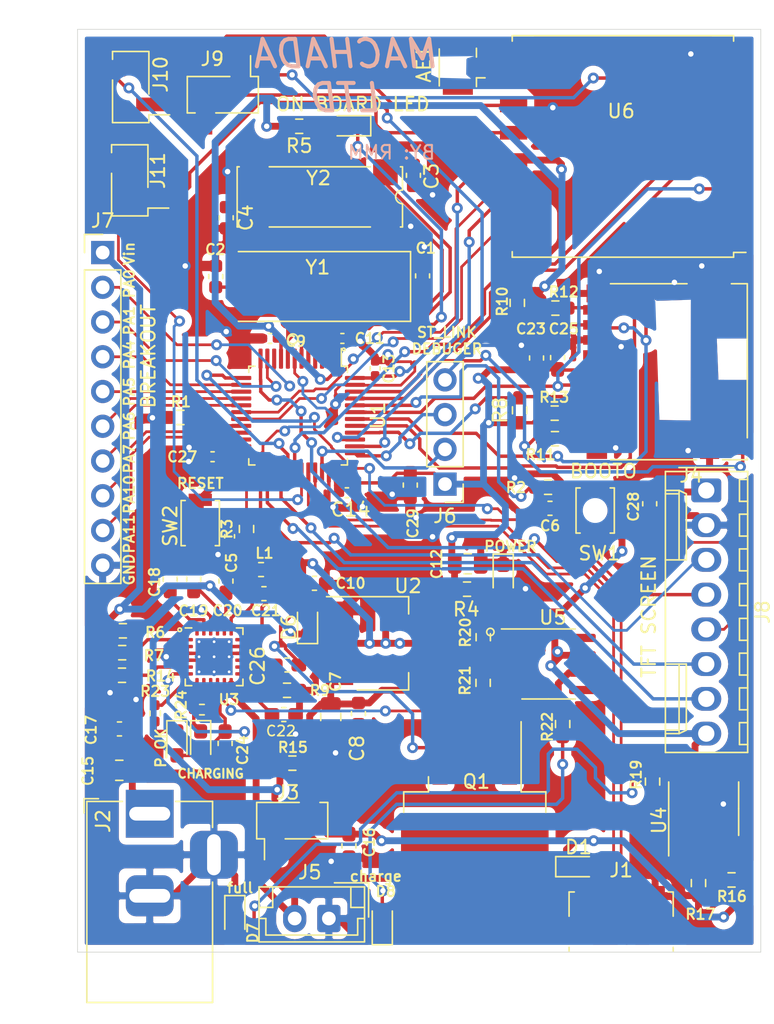
<source format=kicad_pcb>
(kicad_pcb (version 20171130) (host pcbnew "(5.1.8)-1")
  (layers (0 F.Cu signal) (31 B.Cu signal) (34 B.Paste user) (35 F.Paste user) (36 B.SilkS user) (37 F.SilkS user) (38 B.Mask user) (39 F.Mask user) (44 Edge.Cuts user))
  (net 0 "")
  (net 1 GND)
  (net 2 OSCIN)
  (net 3 OSCOUT)
  (net 4 PC14)
  (net 5 PC15)
  (net 6 LED)
  (net 7 BOOT0)
  (net 8 TO_SYS)
  (net 9 PMIDU)
  (net 10 "Net-(C20-Pad1)")
  (net 11 "Net-(C21-Pad2)")
  (net 12 "Net-(C21-Pad1)")
  (net 13 "Net-(C22-Pad1)")
  (net 14 "Net-(C26-Pad1)")
  (net 15 "Net-(D1-Pad2)")
  (net 16 "Net-(D2-Pad2)")
  (net 17 "Net-(D3-Pad2)")
  (net 18 PC13)
  (net 19 "Net-(D4-Pad1)")
  (net 20 "Net-(D5-Pad1)")
  (net 21 "Net-(D7-Pad2)")
  (net 22 "Net-(D8-Pad2)")
  (net 23 D-)
  (net 24 D+)
  (net 25 USB)
  (net 26 DAT1)
  (net 27 MISO)
  (net 28 SCLK)
  (net 29 MOSI)
  (net 30 SD_CS)
  (net 31 "Net-(J4-Pad1)")
  (net 32 C_DETECT)
  (net 33 "Net-(J5-Pad2)")
  (net 34 SWDIO)
  (net 35 SWCLK)
  (net 36 PA0)
  (net 37 PA1)
  (net 38 PA4)
  (net 39 PA5)
  (net 40 PA6)
  (net 41 PA7)
  (net 42 PB11)
  (net 43 PB10)
  (net 44 CS)
  (net 45 TFT_RESET)
  (net 46 A0)
  (net 47 MOSI2)
  (net 48 SCK)
  (net 49 DIO5)
  (net 50 "Net-(J9-Pad2)")
  (net 51 DIO3)
  (net 52 "Net-(J10-Pad2)")
  (net 53 "Net-(J11-Pad2)")
  (net 54 DIO4)
  (net 55 BGATE)
  (net 56 BOOT1)
  (net 57 RST)
  (net 58 VDPM)
  (net 59 "Net-(R9-Pad1)")
  (net 60 "Net-(R14-Pad1)")
  (net 61 "Net-(R16-Pad2)")
  (net 62 "Net-(R19-Pad1)")
  (net 63 "Net-(R20-Pad2)")
  (net 64 "Net-(R22-Pad1)")
  (net 65 DIO0)
  (net 66 DIO1)
  (net 67 LORA_RST)
  (net 68 DIO2)
  (net 69 LORA_CS)
  (net 70 "Net-(AE1-Pad1)")
  (net 71 "Net-(C24-Pad2)")
  (net 72 "Net-(R23-Pad2)")
  (net 73 "Net-(R24-Pad2)")
  (module Package_SO:SOIC-8_3.9x4.9mm_P1.27mm (layer F.Cu) (at 60.44 187.48 90)
    (fp_text reference U4 (at -0.86 -3.265 90) (layer F.SilkS))
    (fp_text value LM741)
    (pad 8 smd roundrect (at 2.475 -1.905 90) (size 1.95 0.6) (layers F.Cu F.Paste F.Mask))
    (pad 7 smd roundrect (at 2.475 -0.635 90) (size 1.95 0.6) (layers F.Cu F.Paste F.Mask) (net 6 LED))
    (pad 6 smd roundrect (at 2.475 0.635 90) (size 1.95 0.6) (layers F.Cu F.Paste F.Mask) (net 62 "Net-(R19-Pad1)"))
    (pad 5 smd roundrect (at 2.475 1.905 90) (size 1.95 0.6) (layers F.Cu F.Paste F.Mask))
    (pad 4 smd roundrect (at -2.475 1.905 90) (size 1.95 0.6) (layers F.Cu F.Paste F.Mask) (net 1 GND))
    (pad 3 smd roundrect (at -2.475 0.635 90) (size 1.95 0.6) (layers F.Cu F.Paste F.Mask) (net 8 TO_SYS))
    (pad 2 smd roundrect (at -2.475 -0.635 90) (size 1.95 0.6) (layers F.Cu F.Paste F.Mask) (net 61 "Net-(R16-Pad2)"))
    (pad 1 smd roundrect (at -2.475 -1.905 90) (size 1.95 0.6) (layers F.Cu F.Paste F.Mask))
  )
  (module Package_QFP:LQFP-48_7x7mm_P0.5mm (layer F.Cu) (at 30.76 158.74 270)
    (fp_text reference U1 (at 0 -5.85 90) (layer F.SilkS))
    (fp_text value STM32F103C8Tx)
    (pad 1 smd roundrect (at -4.1625 -2.75 270) (size 1.475 0.3) (layers F.Cu F.Paste F.Mask) (net 6 LED))
    (pad 2 smd roundrect (at -4.1625 -2.25 270) (size 1.475 0.3) (layers F.Cu F.Paste F.Mask) (net 18 PC13))
    (pad 3 smd roundrect (at -4.1625 -1.75 270) (size 1.475 0.3) (layers F.Cu F.Paste F.Mask) (net 4 PC14))
    (pad 4 smd roundrect (at -4.1625 -1.25 270) (size 1.475 0.3) (layers F.Cu F.Paste F.Mask) (net 5 PC15))
    (pad 5 smd roundrect (at -4.1625 -0.75 270) (size 1.475 0.3) (layers F.Cu F.Paste F.Mask) (net 2 OSCIN))
    (pad 6 smd roundrect (at -4.1625 -0.25 270) (size 1.475 0.3) (layers F.Cu F.Paste F.Mask) (net 3 OSCOUT))
    (pad 7 smd roundrect (at -4.1625 0.25 270) (size 1.475 0.3) (layers F.Cu F.Paste F.Mask) (net 57 RST))
    (pad 8 smd roundrect (at -4.1625 0.75 270) (size 1.475 0.3) (layers F.Cu F.Paste F.Mask) (net 1 GND))
    (pad 9 smd roundrect (at -4.1625 1.25 270) (size 1.475 0.3) (layers F.Cu F.Paste F.Mask) (net 6 LED))
    (pad 10 smd roundrect (at -4.1625 1.75 270) (size 1.475 0.3) (layers F.Cu F.Paste F.Mask) (net 36 PA0))
    (pad 11 smd roundrect (at -4.1625 2.25 270) (size 1.475 0.3) (layers F.Cu F.Paste F.Mask) (net 37 PA1))
    (pad 12 smd roundrect (at -4.1625 2.75 270) (size 1.475 0.3) (layers F.Cu F.Paste F.Mask) (net 45 TFT_RESET))
    (pad 13 smd roundrect (at -2.75 4.1625 270) (size 0.3 1.475) (layers F.Cu F.Paste F.Mask) (net 46 A0))
    (pad 14 smd roundrect (at -2.25 4.1625 270) (size 0.3 1.475) (layers F.Cu F.Paste F.Mask) (net 38 PA4))
    (pad 15 smd roundrect (at -1.75 4.1625 270) (size 0.3 1.475) (layers F.Cu F.Paste F.Mask) (net 39 PA5))
    (pad 16 smd roundrect (at -1.25 4.1625 270) (size 0.3 1.475) (layers F.Cu F.Paste F.Mask) (net 40 PA6))
    (pad 17 smd roundrect (at -0.75 4.1625 270) (size 0.3 1.475) (layers F.Cu F.Paste F.Mask) (net 41 PA7))
    (pad 18 smd roundrect (at -0.25 4.1625 270) (size 0.3 1.475) (layers F.Cu F.Paste F.Mask) (net 65 DIO0))
    (pad 19 smd roundrect (at 0.25 4.1625 270) (size 0.3 1.475) (layers F.Cu F.Paste F.Mask) (net 66 DIO1))
    (pad 20 smd roundrect (at 0.75 4.1625 270) (size 0.3 1.475) (layers F.Cu F.Paste F.Mask) (net 56 BOOT1))
    (pad 21 smd roundrect (at 1.25 4.1625 270) (size 0.3 1.475) (layers F.Cu F.Paste F.Mask) (net 43 PB10))
    (pad 22 smd roundrect (at 1.75 4.1625 270) (size 0.3 1.475) (layers F.Cu F.Paste F.Mask) (net 42 PB11))
    (pad 23 smd roundrect (at 2.25 4.1625 270) (size 0.3 1.475) (layers F.Cu F.Paste F.Mask) (net 1 GND))
    (pad 24 smd roundrect (at 2.75 4.1625 270) (size 0.3 1.475) (layers F.Cu F.Paste F.Mask) (net 6 LED))
    (pad 25 smd roundrect (at 4.1625 2.75 270) (size 1.475 0.3) (layers F.Cu F.Paste F.Mask) (net 44 CS))
    (pad 26 smd roundrect (at 4.1625 2.25 270) (size 1.475 0.3) (layers F.Cu F.Paste F.Mask) (net 48 SCK))
    (pad 27 smd roundrect (at 4.1625 1.75 270) (size 1.475 0.3) (layers F.Cu F.Paste F.Mask))
    (pad 28 smd roundrect (at 4.1625 1.25 270) (size 1.475 0.3) (layers F.Cu F.Paste F.Mask) (net 47 MOSI2))
    (pad 29 smd roundrect (at 4.1625 0.75 270) (size 1.475 0.3) (layers F.Cu F.Paste F.Mask) (net 52 "Net-(J10-Pad2)"))
    (pad 30 smd roundrect (at 4.1625 0.25 270) (size 1.475 0.3) (layers F.Cu F.Paste F.Mask) (net 67 LORA_RST))
    (pad 31 smd roundrect (at 4.1625 -0.25 270) (size 1.475 0.3) (layers F.Cu F.Paste F.Mask) (net 53 "Net-(J11-Pad2)"))
    (pad 32 smd roundrect (at 4.1625 -0.75 270) (size 1.475 0.3) (layers F.Cu F.Paste F.Mask) (net 23 D-))
    (pad 33 smd roundrect (at 4.1625 -1.25 270) (size 1.475 0.3) (layers F.Cu F.Paste F.Mask) (net 24 D+))
    (pad 34 smd roundrect (at 4.1625 -1.75 270) (size 1.475 0.3) (layers F.Cu F.Paste F.Mask) (net 34 SWDIO))
    (pad 35 smd roundrect (at 4.1625 -2.25 270) (size 1.475 0.3) (layers F.Cu F.Paste F.Mask) (net 1 GND))
    (pad 36 smd roundrect (at 4.1625 -2.75 270) (size 1.475 0.3) (layers F.Cu F.Paste F.Mask) (net 6 LED))
    (pad 37 smd roundrect (at 2.75 -4.1625 270) (size 0.3 1.475) (layers F.Cu F.Paste F.Mask) (net 35 SWCLK))
    (pad 38 smd roundrect (at 2.25 -4.1625 270) (size 0.3 1.475) (layers F.Cu F.Paste F.Mask) (net 50 "Net-(J9-Pad2)"))
    (pad 39 smd roundrect (at 1.75 -4.1625 270) (size 0.3 1.475) (layers F.Cu F.Paste F.Mask) (net 68 DIO2))
    (pad 40 smd roundrect (at 1.25 -4.1625 270) (size 0.3 1.475) (layers F.Cu F.Paste F.Mask) (net 30 SD_CS))
    (pad 41 smd roundrect (at 0.75 -4.1625 270) (size 0.3 1.475) (layers F.Cu F.Paste F.Mask) (net 28 SCLK))
    (pad 42 smd roundrect (at 0.25 -4.1625 270) (size 0.3 1.475) (layers F.Cu F.Paste F.Mask) (net 27 MISO))
    (pad 43 smd roundrect (at -0.25 -4.1625 270) (size 0.3 1.475) (layers F.Cu F.Paste F.Mask) (net 29 MOSI))
    (pad 44 smd roundrect (at -0.75 -4.1625 270) (size 0.3 1.475) (layers F.Cu F.Paste F.Mask) (net 7 BOOT0))
    (pad 45 smd roundrect (at -1.25 -4.1625 270) (size 0.3 1.475) (layers F.Cu F.Paste F.Mask) (net 32 C_DETECT))
    (pad 46 smd roundrect (at -1.75 -4.1625 270) (size 0.3 1.475) (layers F.Cu F.Paste F.Mask) (net 69 LORA_CS))
    (pad 47 smd roundrect (at -2.25 -4.1625 270) (size 0.3 1.475) (layers F.Cu F.Paste F.Mask) (net 1 GND))
    (pad 48 smd roundrect (at -2.75 -4.1625 270) (size 0.3 1.475) (layers F.Cu F.Paste F.Mask) (net 6 LED))
  )
  (module RF_Module:HOPERF_RFM9XW_SMD (layer F.Cu) (at 54.53 139.06 180)
    (fp_text reference U6 (at 0.13 2.58) (layer F.SilkS))
    (fp_text value RFM97W-915S2)
    (pad 1 smd rect (at -8 -7 180) (size 2 1) (layers F.Cu F.Paste F.Mask) (net 1 GND))
    (pad 2 smd rect (at -8 -5 180) (size 2 1) (layers F.Cu F.Paste F.Mask) (net 27 MISO))
    (pad 3 smd rect (at -8 -3 180) (size 2 1) (layers F.Cu F.Paste F.Mask) (net 29 MOSI))
    (pad 4 smd rect (at -8 -1 180) (size 2 1) (layers F.Cu F.Paste F.Mask) (net 28 SCLK))
    (pad 5 smd rect (at -8 1 180) (size 2 1) (layers F.Cu F.Paste F.Mask) (net 69 LORA_CS))
    (pad 6 smd rect (at -8 3 180) (size 2 1) (layers F.Cu F.Paste F.Mask) (net 67 LORA_RST))
    (pad 7 smd rect (at -8 5 180) (size 2 1) (layers F.Cu F.Paste F.Mask) (net 49 DIO5))
    (pad 8 smd rect (at -8 7 180) (size 2 1) (layers F.Cu F.Paste F.Mask) (net 1 GND))
    (pad 9 smd rect (at 8 7 180) (size 2 1) (layers F.Cu F.Paste F.Mask) (net 70 "Net-(AE1-Pad1)"))
    (pad 10 smd rect (at 8 5 180) (size 2 1) (layers F.Cu F.Paste F.Mask) (net 1 GND))
    (pad 11 smd rect (at 8 3 180) (size 2 1) (layers F.Cu F.Paste F.Mask) (net 51 DIO3))
    (pad 12 smd rect (at 8 1 180) (size 2 1) (layers F.Cu F.Paste F.Mask) (net 54 DIO4))
    (pad 13 smd rect (at 8 -1 180) (size 2 1) (layers F.Cu F.Paste F.Mask) (net 6 LED))
    (pad 14 smd rect (at 8 -3 180) (size 2 1) (layers F.Cu F.Paste F.Mask) (net 65 DIO0))
    (pad 15 smd rect (at 8 -5 180) (size 2 1) (layers F.Cu F.Paste F.Mask) (net 66 DIO1))
    (pad 16 smd rect (at 8 -7 180) (size 2 1) (layers F.Cu F.Paste F.Mask) (net 68 DIO2))
  )
  (module Capacitor_SMD:C_0603_1608Metric (layer F.Cu) (at 39.87 148.525 90)
    (fp_text reference C1 (at 2.025 0.23 180) (layer F.SilkS) (effects (font (size 0.75 0.75))))
    (fp_text value 22pF)
    (pad 2 smd roundrect (at 0.775 0 90) (size 0.9 0.95) (layers F.Cu F.Paste F.Mask) (net 1 GND))
    (pad 1 smd roundrect (at -0.775 0 90) (size 0.9 0.95) (layers F.Cu F.Paste F.Mask) (net 2 OSCIN))
  )
  (module Capacitor_SMD:C_0603_1608Metric (layer F.Cu) (at 24.73 148.575 90)
    (fp_text reference C2 (at 1.975 -0.03 180) (layer F.SilkS) (effects (font (size 0.75 0.75))))
    (fp_text value 22pF)
    (pad 1 smd roundrect (at -0.775 0 90) (size 0.9 0.95) (layers F.Cu F.Paste F.Mask) (net 3 OSCOUT))
    (pad 2 smd roundrect (at 0.775 0 90) (size 0.9 0.95) (layers F.Cu F.Paste F.Mask) (net 1 GND))
  )
  (module Capacitor_SMD:C_0603_1608Metric (layer F.Cu) (at 39.2 141.175 270)
    (fp_text reference C3 (at 0.066457 -1.32229 90) (layer F.SilkS))
    (fp_text value 10pF)
    (pad 1 smd roundrect (at -0.775 0 270) (size 0.9 0.95) (layers F.Cu F.Paste F.Mask) (net 4 PC14))
    (pad 2 smd roundrect (at 0.775 0 270) (size 0.9 0.95) (layers F.Cu F.Paste F.Mask) (net 1 GND))
  )
  (module Capacitor_SMD:C_0603_1608Metric (layer F.Cu) (at 25.5 144.275 270)
    (fp_text reference C4 (at 0 -1.43 90) (layer F.SilkS))
    (fp_text value 10pF)
    (pad 2 smd roundrect (at 0.775 0 270) (size 0.9 0.95) (layers F.Cu F.Paste F.Mask) (net 1 GND))
    (pad 1 smd roundrect (at -0.775 0 270) (size 0.9 0.95) (layers F.Cu F.Paste F.Mask) (net 5 PC15))
  )
  (module Capacitor_SMD:C_0603_1608Metric (layer F.Cu) (at 49.195 165.52 180)
    (fp_text reference C6 (at -0.005 -1.28) (layer F.SilkS) (effects (font (size 0.75 0.75))))
    (fp_text value 0.1uF)
    (pad 2 smd roundrect (at 0.775 0 180) (size 0.9 0.95) (layers F.Cu F.Paste F.Mask) (net 1 GND))
    (pad 1 smd roundrect (at -0.775 0 180) (size 0.9 0.95) (layers F.Cu F.Paste F.Mask) (net 7 BOOT0))
  )
  (module Capacitor_SMD:C_0805_2012Metric (layer F.Cu) (at 33.15 180.775 270)
    (fp_text reference C7 (at -2.575 -0.35 90) (layer F.SilkS) (effects (font (size 0.75 0.75))))
    (fp_text value 10uF)
    (pad 1 smd roundrect (at -0.95 0 270) (size 1 1.45) (layers F.Cu F.Paste F.Mask) (net 8 TO_SYS))
    (pad 2 smd roundrect (at 0.95 0 270) (size 1 1.45) (layers F.Cu F.Paste F.Mask) (net 1 GND))
  )
  (module Capacitor_SMD:C_0603_1608Metric (layer F.Cu) (at 35.175 180.525 270)
    (fp_text reference C8 (at 2.55 0.1 90) (layer F.SilkS))
    (fp_text value 0.1uF)
    (pad 1 smd roundrect (at -0.775 0 270) (size 0.9 0.95) (layers F.Cu F.Paste F.Mask) (net 8 TO_SYS))
    (pad 2 smd roundrect (at 0.775 0 270) (size 0.9 0.95) (layers F.Cu F.Paste F.Mask) (net 1 GND))
  )
  (module Capacitor_SMD:C_0402_1005Metric_Pad0.74x0.62mm_HandSolder (layer F.Cu) (at 28.7 153.1 180)
    (fp_text reference C9 (at -1.8925 -0.21) (layer F.SilkS) (effects (font (size 0.75 0.75))))
    (fp_text value 0.1uF)
    (pad 1 smd roundrect (at -0.5675 0 180) (size 0.735 0.62) (layers F.Cu F.Paste F.Mask) (net 6 LED))
    (pad 2 smd roundrect (at 0.5675 0 180) (size 0.735 0.62) (layers F.Cu F.Paste F.Mask) (net 1 GND))
  )
  (module Capacitor_SMD:C_0603_1608Metric_Pad1.08x0.95mm_HandSolder (layer F.Cu) (at 31.95718 171.00296)
    (fp_text reference C10 (at 2.64282 -0.00296) (layer F.SilkS) (effects (font (size 0.75 0.75))))
    (fp_text value 0.1uF)
    (pad 2 smd roundrect (at 0.8625 0) (size 1.075 0.95) (layers F.Cu F.Paste F.Mask) (net 1 GND))
    (pad 1 smd roundrect (at -0.8625 0) (size 1.075 0.95) (layers F.Cu F.Paste F.Mask) (net 6 LED))
  )
  (module Capacitor_SMD:C_0805_2012Metric (layer F.Cu) (at 43.175 169.575)
    (fp_text reference C12 (at -2.275 0.025 90) (layer F.SilkS) (effects (font (size 0.75 0.75))))
    (fp_text value 10uF)
    (pad 2 smd roundrect (at 0.95 0) (size 1 1.45) (layers F.Cu F.Paste F.Mask) (net 1 GND))
    (pad 1 smd roundrect (at -0.95 0) (size 1 1.45) (layers F.Cu F.Paste F.Mask) (net 6 LED))
  )
  (module Capacitor_SMD:C_0402_1005Metric_Pad0.74x0.62mm_HandSolder (layer F.Cu) (at 36.3982 155.2869 90)
    (fp_text reference C13 (at -0.0175 1.01 90) (layer F.SilkS) (effects (font (size 0.75 0.75))))
    (fp_text value 0.1uF)
    (pad 1 smd roundrect (at -0.5675 0 90) (size 0.735 0.62) (layers F.Cu F.Paste F.Mask) (net 6 LED))
    (pad 2 smd roundrect (at 0.5675 0 90) (size 0.735 0.62) (layers F.Cu F.Paste F.Mask) (net 1 GND))
  )
  (module Capacitor_SMD:C_0402_1005Metric_Pad0.74x0.62mm_HandSolder (layer F.Cu) (at 34.3325 164.38)
    (fp_text reference C14 (at 0.268701 1.230366) (layer F.SilkS))
    (fp_text value 0.1uF)
    (pad 2 smd roundrect (at 0.5675 0) (size 0.735 0.62) (layers F.Cu F.Paste F.Mask) (net 1 GND))
    (pad 1 smd roundrect (at -0.5675 0) (size 0.735 0.62) (layers F.Cu F.Paste F.Mask) (net 6 LED))
  )
  (module Capacitor_SMD:C_0805_2012Metric (layer F.Cu) (at 17.675 184.675 180)
    (fp_text reference C15 (at 2.295 -0.045 90) (layer F.SilkS) (effects (font (size 0.75 0.75))))
    (fp_text value 10uF)
    (pad 1 smd roundrect (at -0.95 0 180) (size 1 1.45) (layers F.Cu F.Paste F.Mask) (net 8 TO_SYS))
    (pad 2 smd roundrect (at 0.95 0 180) (size 1 1.45) (layers F.Cu F.Paste F.Mask) (net 1 GND))
  )
  (module Capacitor_SMD:C_0603_1608Metric_Pad1.08x0.95mm_HandSolder (layer F.Cu) (at 34.48 190.2025 270)
    (fp_text reference C16 (at -0.2625 -1.5 90) (layer F.SilkS) (effects (font (size 0.75 0.75))))
    (fp_text value 1uF)
    (pad 1 smd roundrect (at -0.8625 0 270) (size 1.075 0.95) (layers F.Cu F.Paste F.Mask) (net 8 TO_SYS))
    (pad 2 smd roundrect (at 0.8625 0 270) (size 1.075 0.95) (layers F.Cu F.Paste F.Mask) (net 1 GND))
  )
  (module Capacitor_SMD:C_0603_1608Metric_Pad1.08x0.95mm_HandSolder (layer F.Cu) (at 17.6875 181.65 180)
    (fp_text reference C17 (at 2.0775 -0.08 90) (layer F.SilkS) (effects (font (size 0.75 0.75))))
    (fp_text value 10uF)
    (pad 2 smd roundrect (at 0.8625 0 180) (size 1.075 0.95) (layers F.Cu F.Paste F.Mask) (net 1 GND))
    (pad 1 smd roundrect (at -0.8625 0 180) (size 1.075 0.95) (layers F.Cu F.Paste F.Mask) (net 8 TO_SYS))
  )
  (module Capacitor_SMD:C_0603_1608Metric_Pad1.08x0.95mm_HandSolder (layer F.Cu) (at 21.4 170.7 90)
    (fp_text reference C18 (at -0.2125 -1.15 90) (layer F.SilkS) (effects (font (size 0.75 0.75))))
    (fp_text value 4.7uF)
    (pad 1 smd roundrect (at -0.8625 0 90) (size 1.075 0.95) (layers F.Cu F.Paste F.Mask) (net 9 PMIDU))
    (pad 2 smd roundrect (at 0.8625 0 90) (size 1.075 0.95) (layers F.Cu F.Paste F.Mask) (net 1 GND))
  )
  (module Capacitor_SMD:C_0603_1608Metric_Pad1.08x0.95mm_HandSolder (layer F.Cu) (at 23.12 170.7 90)
    (fp_text reference C19 (at -2.32 -0.02 180) (layer F.SilkS) (effects (font (size 0.75 0.75))))
    (fp_text value 1uF)
    (pad 1 smd roundrect (at -0.8625 0 90) (size 1.075 0.95) (layers F.Cu F.Paste F.Mask) (net 8 TO_SYS))
    (pad 2 smd roundrect (at 0.8625 0 90) (size 1.075 0.95) (layers F.Cu F.Paste F.Mask) (net 1 GND))
  )
  (module Capacitor_SMD:C_0603_1608Metric_Pad1.08x0.95mm_HandSolder (layer F.Cu) (at 25.48 170.84 90)
    (fp_text reference C20 (at -2.16 0.12 180) (layer F.SilkS) (effects (font (size 0.75 0.75))))
    (fp_text value 4.7uF)
    (pad 1 smd roundrect (at -0.8625 0 90) (size 1.075 0.95) (layers F.Cu F.Paste F.Mask) (net 10 "Net-(C20-Pad1)"))
    (pad 2 smd roundrect (at 0.8625 0 90) (size 1.075 0.95) (layers F.Cu F.Paste F.Mask) (net 1 GND))
  )
  (module Capacitor_SMD:C_0603_1608Metric_Pad1.08x0.95mm_HandSolder (layer F.Cu) (at 28.26 171.76 180)
    (fp_text reference C21 (at -0.14 -1.24) (layer F.SilkS) (effects (font (size 0.75 0.75))))
    (fp_text value "0.01uF(16V)")
    (pad 2 smd roundrect (at 0.8625 0 180) (size 1.075 0.95) (layers F.Cu F.Paste F.Mask) (net 11 "Net-(C21-Pad2)"))
    (pad 1 smd roundrect (at -0.8625 0 180) (size 1.075 0.95) (layers F.Cu F.Paste F.Mask) (net 12 "Net-(C21-Pad1)"))
  )
  (module Capacitor_SMD:C_0603_1608Metric_Pad1.08x0.95mm_HandSolder (layer F.Cu) (at 29.7125 180.6)
    (fp_text reference C22 (at -0.2125 1.2) (layer F.SilkS) (effects (font (size 0.75 0.75) (thickness 0.12))))
    (fp_text value 47uF)
    (pad 2 smd roundrect (at 0.8625 0) (size 1.075 0.95) (layers F.Cu F.Paste F.Mask) (net 1 GND))
    (pad 1 smd roundrect (at -0.8625 0) (size 1.075 0.95) (layers F.Cu F.Paste F.Mask) (net 13 "Net-(C22-Pad1)"))
  )
  (module Capacitor_SMD:C_0603_1608Metric_Pad1.08x0.95mm_HandSolder (layer F.Cu) (at 48.21 154.53 90)
    (fp_text reference C23 (at 2.13 -0.41 180) (layer F.SilkS) (effects (font (size 0.75 0.75))))
    (fp_text value 0.1uF)
    (pad 2 smd roundrect (at 0.8625 0 90) (size 1.075 0.95) (layers F.Cu F.Paste F.Mask) (net 1 GND))
    (pad 1 smd roundrect (at -0.8625 0 90) (size 1.075 0.95) (layers F.Cu F.Paste F.Mask) (net 6 LED))
  )
  (module Capacitor_SMD:C_0603_1608Metric_Pad1.08x0.95mm_HandSolder (layer F.Cu) (at 25.42 182.71 90)
    (fp_text reference C24 (at -0.49 1.28 90) (layer F.SilkS) (effects (font (size 0.75 0.75))))
    (fp_text value 1uF)
    (pad 2 smd roundrect (at 0.8625 0 90) (size 1.075 0.95) (layers F.Cu F.Paste F.Mask) (net 71 "Net-(C24-Pad2)"))
    (pad 1 smd roundrect (at -0.8625 0 90) (size 1.075 0.95) (layers F.Cu F.Paste F.Mask) (net 1 GND))
  )
  (module Capacitor_SMD:C_0603_1608Metric_Pad1.08x0.95mm_HandSolder (layer F.Cu) (at 49.75 154.5 90)
    (fp_text reference C25 (at 2.1 0.45 180) (layer F.SilkS) (effects (font (size 0.75 0.75))))
    (fp_text value 0.01uF)
    (pad 1 smd roundrect (at -0.8625 0 90) (size 1.075 0.95) (layers F.Cu F.Paste F.Mask) (net 6 LED))
    (pad 2 smd roundrect (at 0.8625 0 90) (size 1.075 0.95) (layers F.Cu F.Paste F.Mask) (net 1 GND))
  )
  (module Capacitor_SMD:C_0603_1608Metric_Pad1.08x0.95mm_HandSolder (layer F.Cu) (at 29.95 176.975 180)
    (fp_text reference C26 (at 2.15 -0.075 90) (layer F.SilkS))
    (fp_text value 1uF)
    (pad 1 smd roundrect (at -0.8625 0 180) (size 1.075 0.95) (layers F.Cu F.Paste F.Mask) (net 14 "Net-(C26-Pad1)"))
    (pad 2 smd roundrect (at 0.8625 0 180) (size 1.075 0.95) (layers F.Cu F.Paste F.Mask) (net 1 GND))
  )
  (module Capacitor_SMD:C_0603_1608Metric_Pad1.08x0.95mm_HandSolder (layer F.Cu) (at 56.49 165.1875 270)
    (fp_text reference C28 (at 0.2125 1.19 270) (layer F.SilkS) (effects (font (size 0.75 0.75))))
    (fp_text value 0.1uF)
    (pad 1 smd roundrect (at -0.8625 0 270) (size 1.075 0.95) (layers F.Cu F.Paste F.Mask) (net 6 LED))
    (pad 2 smd roundrect (at 0.8625 0 270) (size 1.075 0.95) (layers F.Cu F.Paste F.Mask) (net 1 GND))
  )
  (module Diode_SMD:D_0603_1608Metric_Pad1.05x0.95mm_HandSolder (layer F.Cu) (at 51.275 191.72)
    (fp_text reference D1 (at 0 -1.43) (layer F.SilkS))
    (fp_text value 1N5817)
    (pad 1 smd roundrect (at -0.875 0) (size 1.05 0.95) (layers F.Cu F.Paste F.Mask) (net 8 TO_SYS))
    (pad 2 smd roundrect (at 0.875 0) (size 1.05 0.95) (layers F.Cu F.Paste F.Mask) (net 15 "Net-(D1-Pad2)"))
  )
  (module Diode_SMD:D_0603_1608Metric_Pad1.05x0.95mm_HandSolder (layer F.Cu) (at 45.77 170.525 270)
    (fp_text reference POWER (at -2.225 -0.53 180) (layer F.SilkS) (effects (font (size 0.75 0.75))))
    (fp_text value POWER_LED)
    (pad 2 smd roundrect (at 0.875 0 270) (size 1.05 0.95) (layers F.Cu F.Paste F.Mask) (net 16 "Net-(D2-Pad2)"))
    (pad 1 smd roundrect (at -0.875 0 270) (size 1.05 0.95) (layers F.Cu F.Paste F.Mask) (net 1 GND))
  )
  (module Diode_SMD:D_0603_1608Metric_Pad1.05x0.95mm_HandSolder (layer F.Cu) (at 34.417 137.55116 180)
    (fp_text reference "ON BOARD LED" (at -0.35052 1.57988) (layer F.SilkS))
    (fp_text value ON_BOARD_LED)
    (pad 2 smd roundrect (at 0.875 0 180) (size 1.05 0.95) (layers F.Cu F.Paste F.Mask) (net 17 "Net-(D3-Pad2)"))
    (pad 1 smd roundrect (at -0.875 0 180) (size 1.05 0.95) (layers F.Cu F.Paste F.Mask) (net 18 PC13))
  )
  (module Diode_SMD:D_0603_1608Metric_Pad1.05x0.95mm_HandSolder (layer F.Cu) (at 21.89 182.71 270)
    (fp_text reference D4 hide)
    (fp_text value STATUS_OK)
    (pad 1 smd roundrect (at -0.875 0 270) (size 1.05 0.95) (layers F.Cu F.Paste F.Mask) (net 19 "Net-(D4-Pad1)"))
    (pad 2 smd roundrect (at 0.875 0 270) (size 1.05 0.95) (layers F.Cu F.Paste F.Mask) (net 71 "Net-(C24-Pad2)"))
  )
  (module Diode_SMD:D_0603_1608Metric_Pad1.05x0.95mm_HandSolder (layer F.Cu) (at 23.63 182.705 270)
    (fp_text reference D5 hide)
    (fp_text value CHARGING_ON)
    (pad 2 smd roundrect (at 0.875 0 270) (size 1.05 0.95) (layers F.Cu F.Paste F.Mask) (net 71 "Net-(C24-Pad2)"))
    (pad 1 smd roundrect (at -0.875 0 270) (size 1.05 0.95) (layers F.Cu F.Paste F.Mask) (net 20 "Net-(D5-Pad1)"))
  )
  (module Diode_SMD:D_0603_1608Metric (layer F.Cu) (at 31.45 173.925 90)
    (fp_text reference D6 (at -0.3 -1.375 90) (layer F.SilkS))
    (fp_text value 1N5817)
    (pad 1 smd roundrect (at -0.7875 0 90) (size 0.875 0.95) (layers F.Cu F.Paste F.Mask) (net 8 TO_SYS))
    (pad 2 smd roundrect (at 0.7875 0 90) (size 0.875 0.95) (layers F.Cu F.Paste F.Mask) (net 14 "Net-(C26-Pad1)"))
  )
  (module Diode_SMD:D_0603_1608Metric_Pad1.05x0.95mm_HandSolder (layer F.Cu) (at 26.13 195.495 270)
    (fp_text reference D7 (at 1.085 -1.31 90) (layer F.SilkS) (effects (font (size 0.75 0.75))))
    (fp_text value Battery_full)
    (pad 1 smd roundrect (at -0.875 0 270) (size 1.05 0.95) (layers F.Cu F.Paste F.Mask) (net 1 GND))
    (pad 2 smd roundrect (at 0.875 0 270) (size 1.05 0.95) (layers F.Cu F.Paste F.Mask) (net 21 "Net-(D7-Pad2)"))
  )
  (module Diode_SMD:D_0603_1608Metric_Pad1.05x0.95mm_HandSolder (layer F.Cu) (at 36.92 195.765 90)
    (fp_text reference D8 (at 2.235 0.25 180) (layer F.SilkS) (effects (font (size 0.75 0.75))))
    (fp_text value Charge_Battery)
    (pad 1 smd roundrect (at -0.875 0 90) (size 1.05 0.95) (layers F.Cu F.Paste F.Mask) (net 1 GND))
    (pad 2 smd roundrect (at 0.875 0 90) (size 1.05 0.95) (layers F.Cu F.Paste F.Mask) (net 22 "Net-(D8-Pad2)"))
  )
  (module Connector_USB:USB_Micro-B_Molex_47346-0001 (layer F.Cu) (at 54.4 195.28)
    (fp_text reference J1 (at 0 -3.3 180) (layer F.SilkS))
    (fp_text value USB_B_Micro)
    (pad 1 smd rect (at -1.3 -1.46) (size 0.45 1.38) (layers F.Cu F.Paste F.Mask) (net 15 "Net-(D1-Pad2)"))
    (pad 2 smd rect (at -0.65 -1.46) (size 0.45 1.38) (layers F.Cu F.Paste F.Mask) (net 23 D-))
    (pad 3 smd rect (at 0 -1.46) (size 0.45 1.38) (layers F.Cu F.Paste F.Mask) (net 24 D+))
    (pad 4 smd rect (at 0.65 -1.46) (size 0.45 1.38) (layers F.Cu F.Paste F.Mask) (net 1 GND))
    (pad 5 smd rect (at 1.3 -1.46) (size 0.45 1.38) (layers F.Cu F.Paste F.Mask) (net 1 GND))
    (pad 6 smd rect (at -2.4875 -1.375) (size 1.425 1.55) (layers F.Cu F.Paste F.Mask) (net 1 GND))
    (pad 6 smd rect (at 2.4875 -1.375) (size 1.425 1.55) (layers F.Cu F.Paste F.Mask) (net 1 GND))
    (pad 6 smd rect (at -3.375 1.2) (size 1.65 1.3) (layers F.Cu F.Paste F.Mask) (net 1 GND))
    (pad 6 smd rect (at 3.375 1.2) (size 1.65 1.3) (layers F.Cu F.Paste F.Mask) (net 1 GND))
    (pad 6 smd rect (at -1.15 1.2) (size 1.8 1.9) (layers F.Cu F.Paste F.Mask) (net 1 GND))
    (pad 6 smd rect (at 1.55 1.2) (size 1 1.9) (layers F.Cu F.Paste F.Mask) (net 1 GND))
  )
  (module Connector_BarrelJack:BarrelJack_Horizontal (layer F.Cu) (at 19.9 187.85 90)
    (fp_text reference J2 (at -0.54 -3.41 90) (layer F.SilkS))
    (fp_text value Barrel_Jack_Switch)
    (pad 1 thru_hole rect (at 0 0 90) (size 3.5 3.5) (drill oval 1 3) (layers *.Cu *.Mask) (net 8 TO_SYS))
    (pad 2 thru_hole roundrect (at -6 0 90) (size 3 3.5) (drill oval 1 3) (layers *.Cu *.Mask) (net 1 GND))
    (pad 3 thru_hole roundrect (at -3 4.7 90) (size 3.5 3.5) (drill oval 3 1) (layers *.Cu *.Mask) (net 1 GND))
  )
  (module Connector_PinHeader_2.54mm:PinHeader_1x02_P2.54mm_Vertical_SMD_Pin1Left (layer F.Cu) (at 30.33 188.355 90)
    (fp_text reference J3 (at 2.055 -0.33 180) (layer F.SilkS))
    (fp_text value USB_charge_selector)
    (pad 2 smd rect (at 1.655 1.27 90) (size 2.51 1) (layers F.Cu F.Paste F.Mask) (net 8 TO_SYS))
    (pad 1 smd rect (at -1.655 -1.27 90) (size 2.51 1) (layers F.Cu F.Paste F.Mask) (net 25 USB))
  )
  (module Connector_Card:microSD_HC_Hirose_DM3D-SF (layer F.Cu) (at 57.84596 155.53436 270)
    (fp_text reference J4 (at 7.585 -1.675 180) (layer F.SilkS))
    (fp_text value Micro_SD_Card_Det_Hirose_DM3AT)
    (pad 8 smd rect (at -4.525 5.35 270) (size 0.7 1.75) (layers F.Cu F.Paste F.Mask) (net 26 DAT1))
    (pad 11 smd rect (at -5.725 5.225 270) (size 1.3 1.5) (layers F.Cu F.Paste F.Mask) (net 1 GND))
    (pad 11 smd rect (at -5.975 -2.375 270) (size 0.8 1.5) (layers F.Cu F.Paste F.Mask) (net 1 GND))
    (pad 9 smd rect (at -5.65 -3.875 270) (size 1.45 1) (layers F.Cu F.Paste F.Mask) (net 1 GND))
    (pad 11 smd rect (at 5.975 -3.025 270) (size 0.8 1.4) (layers F.Cu F.Paste F.Mask) (net 1 GND))
    (pad 7 smd rect (at -3.425 5.35 270) (size 0.7 1.75) (layers F.Cu F.Paste F.Mask) (net 27 MISO))
    (pad 6 smd rect (at -2.325 5.35 270) (size 0.7 1.75) (layers F.Cu F.Paste F.Mask) (net 1 GND))
    (pad 5 smd rect (at -1.225 5.35 270) (size 0.7 1.75) (layers F.Cu F.Paste F.Mask) (net 28 SCLK))
    (pad 4 smd rect (at -0.125 5.35 270) (size 0.7 1.75) (layers F.Cu F.Paste F.Mask) (net 6 LED))
    (pad 3 smd rect (at 0.975 5.35 270) (size 0.7 1.75) (layers F.Cu F.Paste F.Mask) (net 29 MOSI))
    (pad 2 smd rect (at 2.075 5.35 270) (size 0.7 1.75) (layers F.Cu F.Paste F.Mask) (net 30 SD_CS))
    (pad 1 smd rect (at 3.175 5.35 270) (size 0.7 1.75) (layers F.Cu F.Paste F.Mask) (net 31 "Net-(J4-Pad1)"))
    (pad 11 smd rect (at 5.625 5.225 270) (size 1.5 1.5) (layers F.Cu F.Paste F.Mask) (net 1 GND))
    (pad 10 smd rect (at 5.575 -5.45 270) (size 1 1.55) (layers F.Cu F.Paste F.Mask) (net 32 C_DETECT))
  )
  (module Connector_JST:JST_EH_B2B-EH-A_1x02_P2.50mm_Vertical (layer F.Cu) (at 33.01 195.51 180)
    (fp_text reference J5 (at 1.39 3.38) (layer F.SilkS))
    (fp_text value Battery_connector)
    (pad 1 thru_hole roundrect (at 0 0 180) (size 1.7 2) (drill 1) (layers *.Cu *.Mask) (roundrect_rratio 0.1470588235294118) (net 1 GND))
    (pad 2 thru_hole oval (at 2.5 0 180) (size 1.7 2) (drill 1) (layers *.Cu *.Mask) (net 33 "Net-(J5-Pad2)"))
  )
  (module Connector_PinHeader_2.54mm:PinHeader_1x04_P2.54mm_Vertical (layer F.Cu) (at 41.51 163.75 180)
    (fp_text reference J6 (at 0 -2.33) (layer F.SilkS))
    (fp_text value STLINK_CONN)
    (pad 1 thru_hole rect (at 0 0 180) (size 1.7 1.7) (drill 1) (layers *.Cu *.Mask) (net 6 LED))
    (pad 2 thru_hole oval (at 0 2.54 180) (size 1.7 1.7) (drill 1) (layers *.Cu *.Mask) (net 34 SWDIO))
    (pad 3 thru_hole oval (at 0 5.08 180) (size 1.7 1.7) (drill 1) (layers *.Cu *.Mask) (net 35 SWCLK))
    (pad 4 thru_hole oval (at 0 7.62 180) (size 1.7 1.7) (drill 1) (layers *.Cu *.Mask) (net 1 GND))
  )
  (module Connector_PinHeader_2.54mm:PinHeader_1x10_P2.54mm_Vertical (layer F.Cu) (at 16.46 146.82)
    (fp_text reference J7 (at 0 -2.33) (layer F.SilkS))
    (fp_text value Conn_01x10_Male)
    (pad 1 thru_hole rect (at 0 0) (size 1.7 1.7) (drill 1) (layers *.Cu *.Mask) (net 8 TO_SYS))
    (pad 2 thru_hole oval (at 0 2.54) (size 1.7 1.7) (drill 1) (layers *.Cu *.Mask) (net 36 PA0))
    (pad 3 thru_hole oval (at 0 5.08) (size 1.7 1.7) (drill 1) (layers *.Cu *.Mask) (net 37 PA1))
    (pad 4 thru_hole oval (at 0 7.62) (size 1.7 1.7) (drill 1) (layers *.Cu *.Mask) (net 38 PA4))
    (pad 5 thru_hole oval (at 0 10.16) (size 1.7 1.7) (drill 1) (layers *.Cu *.Mask) (net 39 PA5))
    (pad 6 thru_hole oval (at 0 12.7) (size 1.7 1.7) (drill 1) (layers *.Cu *.Mask) (net 40 PA6))
    (pad 7 thru_hole oval (at 0 15.24) (size 1.7 1.7) (drill 1) (layers *.Cu *.Mask) (net 41 PA7))
    (pad 8 thru_hole oval (at 0 17.78) (size 1.7 1.7) (drill 1) (layers *.Cu *.Mask) (net 43 PB10))
    (pad 9 thru_hole oval (at 0 20.32) (size 1.7 1.7) (drill 1) (layers *.Cu *.Mask) (net 42 PB11))
    (pad 10 thru_hole oval (at 0 22.86) (size 1.7 1.7) (drill 1) (layers *.Cu *.Mask) (net 1 GND))
  )
  (module Connector_Molex:Molex_KK-254_AE-6410-08A_1x08_P2.54mm_Vertical (layer F.Cu) (at 60.63 164.21 270)
    (fp_text reference J8 (at 8.89 -4.12 90) (layer F.SilkS))
    (fp_text value "TFT SCREEN CONN")
    (pad 1 thru_hole roundrect (at 0 0 270) (size 1.74 2.19) (drill 1.19) (layers *.Cu *.Mask) (roundrect_rratio 0.1436775862068966) (net 6 LED))
    (pad 2 thru_hole oval (at 2.54 0 270) (size 1.74 2.19) (drill 1.19) (layers *.Cu *.Mask) (net 1 GND))
    (pad 3 thru_hole oval (at 5.08 0 270) (size 1.74 2.19) (drill 1.19) (layers *.Cu *.Mask) (net 44 CS))
    (pad 4 thru_hole oval (at 7.62 0 270) (size 1.74 2.19) (drill 1.19) (layers *.Cu *.Mask) (net 45 TFT_RESET))
    (pad 5 thru_hole oval (at 10.16 0 270) (size 1.74 2.19) (drill 1.19) (layers *.Cu *.Mask) (net 46 A0))
    (pad 6 thru_hole oval (at 12.7 0 270) (size 1.74 2.19) (drill 1.19) (layers *.Cu *.Mask) (net 47 MOSI2))
    (pad 7 thru_hole oval (at 15.24 0 270) (size 1.74 2.19) (drill 1.19) (layers *.Cu *.Mask) (net 48 SCK))
    (pad 8 thru_hole oval (at 17.78 0 270) (size 1.74 2.19) (drill 1.19) (layers *.Cu *.Mask) (net 6 LED))
  )
  (module Connector_PinHeader_2.54mm:PinHeader_1x02_P2.54mm_Vertical_SMD_Pin1Left (layer F.Cu) (at 25.25 135.28 270)
    (fp_text reference J9 (at -2.62 0.77) (layer F.SilkS))
    (fp_text value DIO5)
    (pad 1 smd rect (at -1.655 -1.27 270) (size 2.51 1) (layers F.Cu F.Paste F.Mask) (net 49 DIO5))
    (pad 2 smd rect (at 1.655 1.27 270) (size 2.51 1) (layers F.Cu F.Paste F.Mask) (net 50 "Net-(J9-Pad2)"))
  )
  (module Connector_PinHeader_2.54mm:PinHeader_1x02_P2.54mm_Vertical_SMD_Pin1Left (layer F.Cu) (at 18.51 134.72 180)
    (fp_text reference J10 (at -2.19 0.93 270) (layer F.SilkS))
    (fp_text value "DIO3 ")
    (pad 1 smd rect (at -1.655 -1.27 180) (size 2.51 1) (layers F.Cu F.Paste F.Mask) (net 51 DIO3))
    (pad 2 smd rect (at 1.655 1.27 180) (size 2.51 1) (layers F.Cu F.Paste F.Mask) (net 52 "Net-(J10-Pad2)"))
  )
  (module Connector_PinHeader_2.54mm:PinHeader_1x02_P2.54mm_Vertical_SMD_Pin1Left (layer F.Cu) (at 18.44 141.54 180)
    (fp_text reference J11 (at -2.06 0.71 90) (layer F.SilkS))
    (fp_text value DIO4)
    (pad 2 smd rect (at 1.655 1.27 180) (size 2.51 1) (layers F.Cu F.Paste F.Mask) (net 53 "Net-(J11-Pad2)"))
    (pad 1 smd rect (at -1.655 -1.27 180) (size 2.51 1) (layers F.Cu F.Paste F.Mask) (net 54 DIO4))
  )
  (module Inductor_SMD:L_0603_1608Metric_Pad1.05x0.95mm_HandSolder (layer F.Cu) (at 28.05 170)
    (fp_text reference L1 (at 0.25 -1.2) (layer F.SilkS) (effects (font (size 0.75 0.75))))
    (fp_text value L)
    (pad 1 smd roundrect (at -0.875 0) (size 1.05 0.95) (layers F.Cu F.Paste F.Mask) (net 12 "Net-(C21-Pad1)"))
    (pad 2 smd roundrect (at 0.875 0) (size 1.05 0.95) (layers F.Cu F.Paste F.Mask) (net 14 "Net-(C26-Pad1)"))
  )
  (module Resistor_SMD:R_0603_1608Metric_Pad0.98x0.95mm_HandSolder (layer F.Cu) (at 22.1507 158.877)
    (fp_text reference R1 (at 0.0325 -1.14) (layer F.SilkS) (effects (font (size 0.75 0.75))))
    (fp_text value 10k)
    (pad 1 smd roundrect (at -0.9125 0) (size 0.975 0.95) (layers F.Cu F.Paste F.Mask) (net 1 GND))
    (pad 2 smd roundrect (at 0.9125 0) (size 0.975 0.95) (layers F.Cu F.Paste F.Mask) (net 56 BOOT1))
  )
  (module Resistor_SMD:R_0603_1608Metric_Pad0.98x0.95mm_HandSolder (layer F.Cu) (at 49.0525 163.98)
    (fp_text reference R2 (at -2.3525 0.02) (layer F.SilkS) (effects (font (size 0.75 0.75))))
    (fp_text value 10k)
    (pad 1 smd roundrect (at -0.9125 0) (size 0.975 0.95) (layers F.Cu F.Paste F.Mask) (net 7 BOOT0))
    (pad 2 smd roundrect (at 0.9125 0) (size 0.975 0.95) (layers F.Cu F.Paste F.Mask) (net 1 GND))
  )
  (module Resistor_SMD:R_0603_1608Metric_Pad0.98x0.95mm_HandSolder (layer F.Cu) (at 26.98496 167.0304 90)
    (fp_text reference R3 (at 0 -1.43 90) (layer F.SilkS) (effects (font (size 0.75 0.75))))
    (fp_text value 10k)
    (pad 2 smd roundrect (at 0.9125 0 90) (size 0.975 0.95) (layers F.Cu F.Paste F.Mask) (net 57 RST))
    (pad 1 smd roundrect (at -0.9125 0 90) (size 0.975 0.95) (layers F.Cu F.Paste F.Mask) (net 6 LED))
  )
  (module Resistor_SMD:R_0603_1608Metric_Pad0.98x0.95mm_HandSolder (layer F.Cu) (at 43.1225 171.43 180)
    (fp_text reference R4 (at 0.06 -1.48) (layer F.SilkS))
    (fp_text value 10k)
    (pad 2 smd roundrect (at 0.9125 0 180) (size 0.975 0.95) (layers F.Cu F.Paste F.Mask) (net 6 LED))
    (pad 1 smd roundrect (at -0.9125 0 180) (size 0.975 0.95) (layers F.Cu F.Paste F.Mask) (net 16 "Net-(D2-Pad2)"))
  )
  (module Resistor_SMD:R_0603_1608Metric_Pad0.98x0.95mm_HandSolder (layer F.Cu) (at 30.84068 137.58672 180)
    (fp_text reference R5 (at 0 -1.43) (layer F.SilkS))
    (fp_text value 10k)
    (pad 1 smd roundrect (at -0.9125 0 180) (size 0.975 0.95) (layers F.Cu F.Paste F.Mask) (net 17 "Net-(D3-Pad2)"))
    (pad 2 smd roundrect (at 0.9125 0 180) (size 0.975 0.95) (layers F.Cu F.Paste F.Mask) (net 6 LED))
  )
  (module Resistor_SMD:R_0603_1608Metric_Pad0.98x0.95mm_HandSolder (layer F.Cu) (at 17.9375 174.475)
    (fp_text reference R6 (at 2.3625 0.125) (layer F.SilkS) (effects (font (size 0.75 0.75))))
    (fp_text value 25k)
    (pad 1 smd roundrect (at -0.9125 0) (size 0.975 0.95) (layers F.Cu F.Paste F.Mask) (net 8 TO_SYS))
    (pad 2 smd roundrect (at 0.9125 0) (size 0.975 0.95) (layers F.Cu F.Paste F.Mask) (net 58 VDPM))
  )
  (module Resistor_SMD:R_0603_1608Metric_Pad0.98x0.95mm_HandSolder (layer F.Cu) (at 17.8875 176.075 180)
    (fp_text reference R7 (at -2.3125 -0.215) (layer F.SilkS) (effects (font (size 0.75 0.75))))
    (fp_text value 10k)
    (pad 2 smd roundrect (at 0.9125 0 180) (size 0.975 0.95) (layers F.Cu F.Paste F.Mask) (net 1 GND))
    (pad 1 smd roundrect (at -0.9125 0 180) (size 0.975 0.95) (layers F.Cu F.Paste F.Mask) (net 58 VDPM))
  )
  (module Resistor_SMD:R_0603_1608Metric_Pad0.98x0.95mm_HandSolder (layer F.Cu) (at 46.97 158.3525 90)
    (fp_text reference R8 (at 0 -1.43 90) (layer F.SilkS))
    (fp_text value 10k)
    (pad 2 smd roundrect (at 0.9125 0 90) (size 0.975 0.95) (layers F.Cu F.Paste F.Mask) (net 30 SD_CS))
    (pad 1 smd roundrect (at -0.9125 0 90) (size 0.975 0.95) (layers F.Cu F.Paste F.Mask) (net 6 LED))
  )
  (module Resistor_SMD:R_0603_1608Metric_Pad0.98x0.95mm_HandSolder (layer F.Cu) (at 29.95 178.825)
    (fp_text reference R9 (at 2.4 0.015) (layer F.SilkS) (effects (font (size 0.75 0.75))))
    (fp_text value 180)
    (pad 2 smd roundrect (at 0.9125 0) (size 0.975 0.95) (layers F.Cu F.Paste F.Mask) (net 1 GND))
    (pad 1 smd roundrect (at -0.9125 0) (size 0.975 0.95) (layers F.Cu F.Paste F.Mask) (net 59 "Net-(R9-Pad1)"))
  )
  (module Resistor_SMD:R_0603_1608Metric_Pad0.98x0.95mm_HandSolder (layer F.Cu) (at 46.8 150.5 270)
    (fp_text reference R10 (at -0.1 1.1 90) (layer F.SilkS) (effects (font (size 0.75 0.75))))
    (fp_text value 10k)
    (pad 2 smd roundrect (at 0.9125 0 270) (size 0.975 0.95) (layers F.Cu F.Paste F.Mask) (net 27 MISO))
    (pad 1 smd roundrect (at -0.9125 0 270) (size 0.975 0.95) (layers F.Cu F.Paste F.Mask) (net 6 LED))
  )
  (module Resistor_SMD:R_0603_1608Metric_Pad0.98x0.95mm_HandSolder (layer F.Cu) (at 49.5554 160.43148 180)
    (fp_text reference R11 (at 1.0554 -1.16852) (layer F.SilkS) (effects (font (size 0.75 0.75))))
    (fp_text value 10k)
    (pad 1 smd roundrect (at -0.9125 0 180) (size 0.975 0.95) (layers F.Cu F.Paste F.Mask) (net 6 LED))
    (pad 2 smd roundrect (at 0.9125 0 180) (size 0.975 0.95) (layers F.Cu F.Paste F.Mask) (net 32 C_DETECT))
  )
  (module Resistor_SMD:R_0603_1608Metric_Pad0.98x0.95mm_HandSolder (layer F.Cu) (at 49.5875 150.88)
    (fp_text reference R12 (at 0.6125 -1.18) (layer F.SilkS) (effects (font (size 0.75 0.75))))
    (fp_text value 10k)
    (pad 1 smd roundrect (at -0.9125 0) (size 0.975 0.95) (layers F.Cu F.Paste F.Mask) (net 6 LED))
    (pad 2 smd roundrect (at 0.9125 0) (size 0.975 0.95) (layers F.Cu F.Paste F.Mask) (net 26 DAT1))
  )
  (module Resistor_SMD:R_0603_1608Metric_Pad0.98x0.95mm_HandSolder (layer F.Cu) (at 49.5375 158.56)
    (fp_text reference R13 (at -0.0375 -1.16) (layer F.SilkS) (effects (font (size 0.75 0.75))))
    (fp_text value 10k)
    (pad 1 smd roundrect (at -0.9125 0) (size 0.975 0.95) (layers F.Cu F.Paste F.Mask) (net 6 LED))
    (pad 2 smd roundrect (at 0.9125 0) (size 0.975 0.95) (layers F.Cu F.Paste F.Mask) (net 31 "Net-(J4-Pad1)"))
  )
  (module Resistor_SMD:R_0603_1608Metric_Pad0.98x0.95mm_HandSolder (layer F.Cu) (at 17.875 177.725 180)
    (fp_text reference R14 (at -2.835 -0.055) (layer F.SilkS) (effects (font (size 0.75 0.75))))
    (fp_text value 350)
    (pad 1 smd roundrect (at -0.9125 0 180) (size 0.975 0.95) (layers F.Cu F.Paste F.Mask) (net 60 "Net-(R14-Pad1)"))
    (pad 2 smd roundrect (at 0.9125 0 180) (size 0.975 0.95) (layers F.Cu F.Paste F.Mask) (net 1 GND))
  )
  (module Resistor_SMD:R_0603_1608Metric_Pad0.98x0.95mm_HandSolder (layer F.Cu) (at 30.34 184.15 180)
    (fp_text reference R15 (at -0.0375 1.15) (layer F.SilkS) (effects (font (size 0.75 0.75))))
    (fp_text value 0)
    (pad 2 smd roundrect (at 0.9125 0 180) (size 0.975 0.95) (layers F.Cu F.Paste F.Mask) (net 25 USB))
    (pad 1 smd roundrect (at -0.9125 0 180) (size 0.975 0.95) (layers F.Cu F.Paste F.Mask) (net 8 TO_SYS))
  )
  (module Resistor_SMD:R_0603_1608Metric_Pad0.98x0.95mm_HandSolder (layer F.Cu) (at 62.48 192.69 180)
    (fp_text reference R16 (at -0.02 -1.21 180) (layer F.SilkS) (effects (font (size 0.75 0.75))))
    (fp_text value 3.7k)
    (pad 2 smd roundrect (at 0.9125 0 180) (size 0.975 0.95) (layers F.Cu F.Paste F.Mask) (net 61 "Net-(R16-Pad2)"))
    (pad 1 smd roundrect (at -0.9125 0 180) (size 0.975 0.95) (layers F.Cu F.Paste F.Mask) (net 8 TO_SYS))
  )
  (module Resistor_SMD:R_0603_1608Metric_Pad0.98x0.95mm_HandSolder (layer F.Cu) (at 60.06 192.92 270)
    (fp_text reference R17 (at 2.28 -0.14) (layer F.SilkS) (effects (font (size 0.75 0.75))))
    (fp_text value 10k)
    (pad 2 smd roundrect (at 0.9125 0 270) (size 0.975 0.95) (layers F.Cu F.Paste F.Mask) (net 1 GND))
    (pad 1 smd roundrect (at -0.9125 0 270) (size 0.975 0.95) (layers F.Cu F.Paste F.Mask) (net 61 "Net-(R16-Pad2)"))
  )
  (module Resistor_SMD:R_0603_1608Metric_Pad0.98x0.95mm_HandSolder (layer F.Cu) (at 56.7 185.5 90)
    (fp_text reference R19 (at 0.5 -1.2 90) (layer F.SilkS) (effects (font (size 0.75 0.75))))
    (fp_text value 10k)
    (pad 1 smd roundrect (at -0.9125 0 90) (size 0.975 0.95) (layers F.Cu F.Paste F.Mask) (net 62 "Net-(R19-Pad1)"))
    (pad 2 smd roundrect (at 0.9125 0 90) (size 0.975 0.95) (layers F.Cu F.Paste F.Mask) (net 21 "Net-(D7-Pad2)"))
  )
  (module Resistor_SMD:R_0603_1608Metric_Pad0.98x0.95mm_HandSolder (layer F.Cu) (at 44.31 174.9425 270)
    (fp_text reference R20 (at -0.3425 1.31 270) (layer F.SilkS) (effects (font (size 0.75 0.75))))
    (fp_text value 2k)
    (pad 2 smd roundrect (at 0.9125 0 270) (size 0.975 0.95) (layers F.Cu F.Paste F.Mask) (net 63 "Net-(R20-Pad2)"))
    (pad 1 smd roundrect (at -0.9125 0 270) (size 0.975 0.95) (layers F.Cu F.Paste F.Mask) (net 8 TO_SYS))
  )
  (module Resistor_SMD:R_0603_1608Metric_Pad0.98x0.95mm_HandSolder (layer F.Cu) (at 44.3 178.28 270)
    (fp_text reference R21 (at -0.17 1.32 90) (layer F.SilkS) (effects (font (size 0.75 0.75))))
    (fp_text value 4k)
    (pad 1 smd roundrect (at -0.9125 0 270) (size 0.975 0.95) (layers F.Cu F.Paste F.Mask) (net 63 "Net-(R20-Pad2)"))
    (pad 2 smd roundrect (at 0.9125 0 270) (size 0.975 0.95) (layers F.Cu F.Paste F.Mask) (net 1 GND))
  )
  (module Resistor_SMD:R_0603_1608Metric_Pad0.98x0.95mm_HandSolder (layer F.Cu) (at 50.12 181.2925 270)
    (fp_text reference R22 (at 0.2075 1.12 90) (layer F.SilkS) (effects (font (size 0.75 0.75))))
    (fp_text value 10k)
    (pad 1 smd roundrect (at -0.9125 0 270) (size 0.975 0.95) (layers F.Cu F.Paste F.Mask) (net 64 "Net-(R22-Pad1)"))
    (pad 2 smd roundrect (at 0.9125 0 270) (size 0.975 0.95) (layers F.Cu F.Paste F.Mask) (net 22 "Net-(D8-Pad2)"))
  )
  (module Button_Switch_SMD:SW_SPST_B3U-1000P-B (layer F.Cu) (at 52.5 165.68 90)
    (fp_text reference SW1 (at -3.13 0.3 180) (layer F.SilkS))
    (fp_text value SW_Push)
    (pad 1 smd rect (at -1.7 0 90) (size 0.9 1.7) (layers F.Cu F.Paste F.Mask) (net 6 LED))
    (pad 2 smd rect (at 1.7 0 90) (size 0.9 1.7) (layers F.Cu F.Paste F.Mask) (net 7 BOOT0))
    (pad "" np_thru_hole circle (at 0 0 90) (size 0.8 0.8) (drill 0.8) (layers *.Cu *.Mask))
  )
  (module Button_Switch_SMD:SW_SPST_B3U-1000P (layer F.Cu) (at 23.6 166.6 90)
    (fp_text reference SW2 (at -0.2 -2.2 90) (layer F.SilkS))
    (fp_text value SW_Push)
    (pad 1 smd rect (at -1.7 0 90) (size 0.9 1.7) (layers F.Cu F.Paste F.Mask) (net 1 GND))
    (pad 2 smd rect (at 1.7 0 90) (size 0.9 1.7) (layers F.Cu F.Paste F.Mask) (net 6 LED))
  )
  (module Package_TO_SOT_SMD:SOT-223-3_TabPin2 (layer F.Cu) (at 36.94 175.39)
    (fp_text reference U2 (at 1.86 -4.19) (layer F.SilkS))
    (fp_text value LM1117-3.3)
    (pad 2 smd rect (at 3.15 0) (size 2 3.8) (layers F.Cu F.Paste F.Mask) (net 6 LED))
    (pad 2 smd rect (at -3.15 0) (size 2 1.5) (layers F.Cu F.Paste F.Mask) (net 6 LED))
    (pad 3 smd rect (at -3.15 2.3) (size 2 1.5) (layers F.Cu F.Paste F.Mask) (net 8 TO_SYS))
    (pad 1 smd rect (at -3.15 -2.3) (size 2 1.5) (layers F.Cu F.Paste F.Mask) (net 1 GND))
  )
  (module Package_DFN_QFN:Texas_RGE0024H_EP2.7x2.7mm_ThermalVias (layer F.Cu) (at 24.6125 176.375)
    (fp_text reference U3 (at 1.0875 3.125) (layer F.SilkS) (effects (font (size 0.75 0.75))))
    (fp_text value BQ24167RGE)
    (pad 1 smd roundrect (at -1.9625 -1.25) (size 0.825 0.25) (layers F.Cu F.Paste F.Mask) (net 58 VDPM))
    (pad 2 smd roundrect (at -1.9625 -0.75) (size 0.825 0.25) (layers F.Cu F.Paste F.Mask) (net 1 GND))
    (pad 3 smd roundrect (at -1.9625 -0.25) (size 0.825 0.25) (layers F.Cu F.Paste F.Mask) (net 1 GND))
    (pad 4 smd roundrect (at -1.9625 0.25) (size 0.825 0.25) (layers F.Cu F.Paste F.Mask) (net 1 GND))
    (pad 5 smd roundrect (at -1.9625 0.75) (size 0.825 0.25) (layers F.Cu F.Paste F.Mask) (net 60 "Net-(R14-Pad1)"))
    (pad 6 smd roundrect (at -1.9625 1.25) (size 0.825 0.25) (layers F.Cu F.Paste F.Mask) (net 71 "Net-(C24-Pad2)"))
    (pad 7 smd roundrect (at -1.25 1.9625) (size 0.25 0.825) (layers F.Cu F.Paste F.Mask) (net 72 "Net-(R23-Pad2)"))
    (pad 8 smd roundrect (at -0.75 1.9625) (size 0.25 0.825) (layers F.Cu F.Paste F.Mask) (net 73 "Net-(R24-Pad2)"))
    (pad 9 smd roundrect (at -0.25 1.9625) (size 0.25 0.825) (layers F.Cu F.Paste F.Mask) (net 71 "Net-(C24-Pad2)"))
    (pad 10 smd roundrect (at 0.25 1.9625) (size 0.25 0.825) (layers F.Cu F.Paste F.Mask) (net 55 BGATE))
    (pad 11 smd roundrect (at 0.75 1.9625) (size 0.25 0.825) (layers F.Cu F.Paste F.Mask) (net 33 "Net-(J5-Pad2)"))
    (pad 12 smd roundrect (at 1.25 1.9625) (size 0.25 0.825) (layers F.Cu F.Paste F.Mask) (net 33 "Net-(J5-Pad2)"))
    (pad 13 smd roundrect (at 1.9625 1.25) (size 0.825 0.25) (layers F.Cu F.Paste F.Mask) (net 13 "Net-(C22-Pad1)"))
    (pad 14 smd roundrect (at 1.9625 0.75) (size 0.825 0.25) (layers F.Cu F.Paste F.Mask) (net 13 "Net-(C22-Pad1)"))
    (pad 15 smd roundrect (at 1.9625 0.25) (size 0.825 0.25) (layers F.Cu F.Paste F.Mask) (net 59 "Net-(R9-Pad1)"))
    (pad 16 smd roundrect (at 1.9625 -0.25) (size 0.825 0.25) (layers F.Cu F.Paste F.Mask) (net 1 GND))
    (pad 17 smd roundrect (at 1.9625 -0.75) (size 0.825 0.25) (layers F.Cu F.Paste F.Mask) (net 1 GND))
    (pad 18 smd roundrect (at 1.9625 -1.25) (size 0.825 0.25) (layers F.Cu F.Paste F.Mask) (net 12 "Net-(C21-Pad1)"))
    (pad 19 smd roundrect (at 1.25 -1.9625) (size 0.25 0.825) (layers F.Cu F.Paste F.Mask) (net 11 "Net-(C21-Pad2)"))
    (pad 20 smd roundrect (at 0.75 -1.9625) (size 0.25 0.825) (layers F.Cu F.Paste F.Mask) (net 10 "Net-(C20-Pad1)"))
    (pad 21 smd roundrect (at 0.25 -1.9625) (size 0.25 0.825) (layers F.Cu F.Paste F.Mask) (net 8 TO_SYS))
    (pad 22 smd roundrect (at -0.25 -1.9625) (size 0.25 0.825) (layers F.Cu F.Paste F.Mask) (net 25 USB))
    (pad 23 smd roundrect (at -0.75 -1.9625) (size 0.25 0.825) (layers F.Cu F.Paste F.Mask) (net 9 PMIDU))
    (pad 24 smd roundrect (at -1.25 -1.9625) (size 0.25 0.825) (layers F.Cu F.Paste F.Mask))
    (pad 25 smd rect (at 0 0) (size 2.7 2.7) (layers F.Cu F.Mask) (net 1 GND))
    (pad 25 thru_hole circle (at -1.1 -1.1) (size 0.5 0.5) (drill 0.2) (layers *.Cu) (net 1 GND))
    (pad 25 thru_hole circle (at 0 -1.1) (size 0.5 0.5) (drill 0.2) (layers *.Cu) (net 1 GND))
    (pad 25 thru_hole circle (at 1.1 -1.1) (size 0.5 0.5) (drill 0.2) (layers *.Cu) (net 1 GND))
    (pad 25 thru_hole circle (at -1.1 0) (size 0.5 0.5) (drill 0.2) (layers *.Cu) (net 1 GND))
    (pad 25 thru_hole circle (at 0 0) (size 0.5 0.5) (drill 0.2) (layers *.Cu) (net 1 GND))
    (pad 25 thru_hole circle (at 1.1 0) (size 0.5 0.5) (drill 0.2) (layers *.Cu) (net 1 GND))
    (pad 25 thru_hole circle (at -1.1 1.1) (size 0.5 0.5) (drill 0.2) (layers *.Cu) (net 1 GND))
    (pad 25 thru_hole circle (at 0 1.1) (size 0.5 0.5) (drill 0.2) (layers *.Cu) (net 1 GND))
    (pad 25 thru_hole circle (at 1.1 1.1) (size 0.5 0.5) (drill 0.2) (layers *.Cu) (net 1 GND))
    (pad 25 smd rect (at 0 0) (size 2.7 2.7) (layers B.Cu) (net 1 GND))
  )
  (module Package_SO:SOIC-8_3.9x4.9mm_P1.27mm (layer F.Cu) (at 49.09 176.9)
    (fp_text reference U5 (at 0.31 -3.4) (layer F.SilkS))
    (fp_text value LM741)
    (pad 1 smd roundrect (at -2.475 -1.905) (size 1.95 0.6) (layers F.Cu F.Paste F.Mask))
    (pad 2 smd roundrect (at -2.475 -0.635) (size 1.95 0.6) (layers F.Cu F.Paste F.Mask) (net 8 TO_SYS))
    (pad 3 smd roundrect (at -2.475 0.635) (size 1.95 0.6) (layers F.Cu F.Paste F.Mask) (net 63 "Net-(R20-Pad2)"))
    (pad 4 smd roundrect (at -2.475 1.905) (size 1.95 0.6) (layers F.Cu F.Paste F.Mask) (net 1 GND))
    (pad 5 smd roundrect (at 2.475 1.905) (size 1.95 0.6) (layers F.Cu F.Paste F.Mask))
    (pad 6 smd roundrect (at 2.475 0.635) (size 1.95 0.6) (layers F.Cu F.Paste F.Mask) (net 64 "Net-(R22-Pad1)"))
    (pad 7 smd roundrect (at 2.475 -0.635) (size 1.95 0.6) (layers F.Cu F.Paste F.Mask) (net 6 LED))
    (pad 8 smd roundrect (at 2.475 -1.905) (size 1.95 0.6) (layers F.Cu F.Paste F.Mask))
  )
  (module Crystal:Crystal_SMD_HC49-SD (layer F.Cu) (at 32.29 149.3 180)
    (fp_text reference Y1 (at 0.09 1.4) (layer F.SilkS))
    (fp_text value 8MHz)
    (pad 1 smd rect (at -4.25 0 180) (size 4.5 2) (layers F.Cu F.Paste F.Mask) (net 2 OSCIN))
    (pad 2 smd rect (at 4.25 0 180) (size 4.5 2) (layers F.Cu F.Paste F.Mask) (net 3 OSCOUT))
  )
  (module Connector_Coaxial:U.FL_Hirose_U.FL-R-SMT-1_Vertical (layer F.Cu) (at 42.925 133.285 180)
    (fp_text reference AE1 (at 2.965 0.255 90) (layer F.SilkS))
    (fp_text value Antenna)
    (pad 2 smd rect (at 0.475 1.475 180) (size 2.2 1.05) (layers F.Cu F.Paste F.Mask))
    (pad 1 smd rect (at -1.05 0 180) (size 1.05 1) (layers F.Cu F.Paste F.Mask) (net 70 "Net-(AE1-Pad1)"))
    (pad 2 smd rect (at 0.475 -1.475 180) (size 2.2 1.05) (layers F.Cu F.Paste F.Mask))
  )
  (module Capacitor_SMD:C_0603_1608Metric_Pad1.08x0.95mm_HandSolder (layer F.Cu) (at 38.97 163.8225 270)
    (fp_text reference C29 (at 2.8 -0.19 90) (layer F.SilkS) (effects (font (size 0.75 0.75))))
    (fp_text value C)
    (pad 1 smd roundrect (at -0.8625 0 270) (size 1.075 0.95) (layers F.Cu F.Paste F.Mask) (net 6 LED))
    (pad 2 smd roundrect (at 0.8625 0 270) (size 1.075 0.95) (layers F.Cu F.Paste F.Mask) (net 1 GND))
  )
  (module Crystal:Crystal_SMD_SeikoEpson_MA406-4Pin_11.7x4.0mm (layer F.Cu) (at 32.35 142.75 180)
    (fp_text reference Y2 (at 0.092 1.3736) (layer F.SilkS))
    (fp_text value Crystal_GND24_Small)
    (pad 1 smd rect (at -4.8 1.8 180) (size 1.8 1.9) (layers F.Cu F.Paste F.Mask) (net 4 PC14))
    (pad 2 smd rect (at 4.8 1.8 180) (size 1.8 1.9) (layers F.Cu F.Paste F.Mask) (net 1 GND))
    (pad 3 smd rect (at 4.8 -1.8 180) (size 1.8 1.9) (layers F.Cu F.Paste F.Mask) (net 5 PC15))
    (pad 4 smd rect (at -4.8 -1.8 180) (size 1.8 1.9) (layers F.Cu F.Paste F.Mask) (net 1 GND))
  )
  (module Capacitor_SMD:C_0402_1005Metric_Pad0.74x0.62mm_HandSolder (layer F.Cu) (at 24.5023 161.7472 180)
    (fp_text reference C27 (at 2.22 -0.01) (layer F.SilkS) (effects (font (size 0.75 0.75))))
    (fp_text value 0.1uF)
    (pad 1 smd roundrect (at -0.5675 0 180) (size 0.735 0.62) (layers F.Cu F.Paste F.Mask) (net 6 LED))
    (pad 2 smd roundrect (at 0.5675 0 180) (size 0.735 0.62) (layers F.Cu F.Paste F.Mask) (net 1 GND))
  )
  (module Capacitor_SMD:C_0402_1005Metric_Pad0.74x0.62mm_HandSolder (layer F.Cu) (at 25.74544 167.56742 270)
    (fp_text reference C5 (at 1.94 -0.14 90) (layer F.SilkS) (effects (font (size 0.75 0.75))))
    (fp_text value 0.1uF)
    (pad 1 smd roundrect (at -0.5675 0 270) (size 0.735 0.62) (layers F.Cu F.Paste F.Mask) (net 6 LED))
    (pad 2 smd roundrect (at 0.5675 0 270) (size 0.735 0.62) (layers F.Cu F.Paste F.Mask) (net 1 GND))
  )
  (module Resistor_SMD:R_0402_1005Metric_Pad0.72x0.64mm_HandSolder (layer F.Cu) (at 20.3 180.51 90)
    (fp_text reference R23 (at 1.61 0 180) (layer F.SilkS) (effects (font (size 0.75 0.75))))
    (fp_text value 1k)
    (pad 2 smd roundrect (at 0.5975 0 90) (size 0.715 0.64) (layers F.Cu F.Paste F.Mask) (net 72 "Net-(R23-Pad2)"))
    (pad 1 smd roundrect (at -0.5975 0 90) (size 0.715 0.64) (layers F.Cu F.Paste F.Mask) (net 19 "Net-(D4-Pad1)"))
  )
  (module Resistor_SMD:R_0402_1005Metric_Pad0.72x0.64mm_HandSolder (layer F.Cu) (at 23.7225 180.24)
    (fp_text reference R24 (at -1.5225 -0.34 90) (layer F.SilkS) (effects (font (size 0.75 0.75))))
    (fp_text value 1k)
    (pad 1 smd roundrect (at -0.5975 0) (size 0.715 0.64) (layers F.Cu F.Paste F.Mask) (net 20 "Net-(D5-Pad1)"))
    (pad 2 smd roundrect (at 0.5975 0) (size 0.715 0.64) (layers F.Cu F.Paste F.Mask) (net 73 "Net-(R24-Pad2)"))
  )
  (module Package_TO_SOT_SMD:TO-263-2 (layer F.Cu) (at 43.69 189.2 270)
    (fp_text reference Q1 (at -3.7 -0.11 180) (layer F.SilkS))
    (fp_text value IRF5305)
    (pad 1 smd rect (at -5.775 -2.54 270) (size 4.6 1.1) (layers F.Cu F.Paste F.Mask) (net 55 BGATE))
    (pad 3 smd rect (at -5.775 2.54 270) (size 4.6 1.1) (layers F.Cu F.Paste F.Mask) (net 14 "Net-(C26-Pad1)"))
    (pad 2 smd rect (at 3.375 0 270) (size 9.4 10.8) (layers F.Cu F.Mask) (net 33 "Net-(J5-Pad2)"))
  )
  (module Capacitor_SMD:C_0402_1005Metric (layer F.Cu) (at 34 153.1)
    (fp_text reference C11 (at 2 0) (layer F.SilkS) (effects (font (size 0.75 0.75))))
    (fp_text value 0.1uF)
    (pad 1 smd roundrect (at -0.48 0) (size 0.56 0.62) (layers F.Cu F.Paste F.Mask) (net 6 LED))
    (pad 2 smd roundrect (at 0.48 0) (size 0.56 0.62) (layers F.Cu F.Paste F.Mask) (net 1 GND))
  )
  (gr_circle (center 34.1 153.9) (end 34.2 153.9) (layer F.SilkS) (width 0.12))
  (gr_text "BY: RMM" (at 37.6 139.5) (layer B.SilkS) (effects (font (size 1 1)) (justify mirror)))
  (gr_text "MACHADA\nLTD" (at 34.3 133.9) (layer B.SilkS) (effects (font (size 2 2) (thickness 0.3) italic) (justify mirror)))
  (gr_text "ST_LINK\nDEBUGER" (at 41.65 153.26) (layer F.SilkS) (effects (font (size 0.75 0.75))))
  (gr_circle (center 44.83 174.56) (end 44.58 174.66) (layer F.SilkS) (width 0.12))
  (gr_text charge (at 36.45 192.42) (layer F.SilkS) (effects (font (size 0.75 0.75))))
  (gr_text full (at 26.51 193.27) (layer F.SilkS) (effects (font (size 0.75 0.75))))
  (gr_text Vin (at 18.4 146.9 90) (layer F.SilkS) (effects (font (size 0.75 0.75))))
  (gr_text PA0 (at 18.4 149.1 90) (layer F.SilkS) (effects (font (size 0.75 0.75))))
  (gr_text PA1 (at 18.4 151.8 90) (layer F.SilkS) (effects (font (size 0.75 0.75))))
  (gr_text PA4 (at 18.4 154.3 90) (layer F.SilkS) (effects (font (size 0.75 0.75))))
  (gr_text PA5 (at 18.4 157 90) (layer F.SilkS) (effects (font (size 0.75 0.75))))
  (gr_text PA6 (at 18.4 159.5 90) (layer F.SilkS) (effects (font (size 0.75 0.75))))
  (gr_text PA7 (at 18.4 161.9 90) (layer F.SilkS) (effects (font (size 0.75 0.75))))
  (gr_text PA10 (at 18.4 164.5 90) (layer F.SilkS) (effects (font (size 0.75 0.75))))
  (gr_text PA11 (at 18.4 167.4 90) (layer F.SilkS) (effects (font (size 0.75 0.75))))
  (gr_text GND (at 18.4 170 90) (layer F.SilkS) (effects (font (size 0.75 0.75))))
  (gr_text BREAKOUT (at 19.8 154.4 90) (layer F.SilkS) (effects (font (size 1 1))))
  (gr_text "TFT SCREEN" (at 56.42 173.43 90) (layer F.SilkS) (effects (font (size 1 1))))
  (gr_circle (center 30.37 153.13) (end 30.7 153.28) (layer F.SilkS) (width 0.12))
  (gr_circle (center 22.1 174.4) (end 22.17 174.29) (layer F.SilkS) (width 0.12))
  (gr_text BOOTO (at 53.1 162.8) (layer F.SilkS) (effects (font (size 1 1))))
  (gr_text RESET (at 23.6 163.7) (layer F.SilkS) (effects (font (size 0.75 0.75))))
  (gr_text CHARGING (at 24.36 184.92) (layer F.SilkS) (effects (font (size 0.65 0.65))))
  (gr_text P_OK (at 20.71 183.05 90) (layer F.SilkS) (effects (font (size 0.75 0.75))))
  (gr_line (start 64.62 197.97) (end 14.62 197.97) (layer Edge.Cuts) (width 0.05))
  (gr_line (start 64.62 130.5) (end 64.62 197.97) (layer Edge.Cuts) (width 0.05))
  (gr_line (start 14.62 130.5) (end 64.62 130.5) (layer Edge.Cuts) (width 0.05))
  (gr_line (start 14.62 197.97) (end 14.62 130.5) (layer Edge.Cuts) (width 0.05))
  (segment (start 59.935 149.655) (end 60.185 149.405) (width 0.25) (layer F.Cu) (net 1))
  (segment (start 50.17814 153.20936) (end 49.75 153.6375) (width 0.25) (layer F.Cu) (net 1))
  (segment (start 52.49596 153.20936) (end 50.17814 153.20936) (width 0.25) (layer F.Cu) (net 1))
  (segment (start 49.72 153.6675) (end 49.75 153.6375) (width 0.25) (layer F.Cu) (net 1))
  (segment (start 48.21 153.6675) (end 49.72 153.6675) (width 0.25) (layer F.Cu) (net 1))
  (segment (start 26.5975 160.99) (end 25.01364 160.99) (width 0.25) (layer F.Cu) (net 1))
  (segment (start 25.01364 160.99) (end 24.88184 160.8582) (width 0.25) (layer F.Cu) (net 1))
  (segment (start 24.88184 160.8582) (end 23.10892 160.8582) (width 0.25) (layer F.Cu) (net 1))
  (segment (start 30.01 154.5775) (end 30.01 153.24084) (width 0.25) (layer F.Cu) (net 1))
  (segment (start 30.01 153.24084) (end 30.29712 152.95372) (width 0.25) (layer F.Cu) (net 1))
  (via (at 33.31464 165.4302) (size 0.8) (drill 0.4) (layers F.Cu B.Cu) (net 1))
  (via (at 35.46856 165.39464) (size 0.8) (drill 0.4) (layers F.Cu B.Cu) (net 1))
  (segment (start 34.9 164.82608) (end 35.46856 165.39464) (width 0.25) (layer F.Cu) (net 1))
  (segment (start 34.9 164.38) (end 34.9 164.82608) (width 0.25) (layer F.Cu) (net 1))
  (via (at 22.77872 161.06648) (size 0.8) (drill 0.4) (layers F.Cu B.Cu) (net 1))
  (segment (start 22.987 160.8582) (end 22.77872 161.06648) (width 0.25) (layer F.Cu) (net 1))
  (segment (start 23.10892 160.8582) (end 22.987 160.8582) (width 0.25) (layer F.Cu) (net 1))
  (via (at 22.75332 162.09772) (size 0.8) (drill 0.4) (layers F.Cu B.Cu) (net 1))
  (segment (start 23.10384 161.7472) (end 22.75332 162.09772) (width 0.25) (layer F.Cu) (net 1))
  (segment (start 23.9348 161.7472) (end 23.10384 161.7472) (width 0.25) (layer F.Cu) (net 1))
  (segment (start 22.77872 162.07232) (end 22.75332 162.09772) (width 0.25) (layer F.Cu) (net 1))
  (segment (start 22.77872 161.06648) (end 22.77872 162.07232) (width 0.25) (layer F.Cu) (net 1))
  (segment (start 32.81968 172.11968) (end 33.79 173.09) (width 0.25) (layer F.Cu) (net 1))
  (segment (start 32.81968 171.00296) (end 32.81968 172.11968) (width 0.25) (layer F.Cu) (net 1))
  (segment (start 21.6 193.85) (end 24.6 190.85) (width 0.5) (layer F.Cu) (net 1))
  (segment (start 19.9 193.85) (end 21.6 193.85) (width 0.5) (layer F.Cu) (net 1))
  (segment (start 26.13 192.38) (end 24.6 190.85) (width 0.5) (layer F.Cu) (net 1))
  (segment (start 26.13 194.62) (end 26.13 192.38) (width 0.5) (layer F.Cu) (net 1))
  (segment (start 51.9125 195.5925) (end 51.025 196.48) (width 0.5) (layer F.Cu) (net 1))
  (segment (start 51.9125 193.905) (end 51.9125 195.5925) (width 0.5) (layer F.Cu) (net 1))
  (segment (start 53.25 196.48) (end 51.025 196.48) (width 0.5) (layer F.Cu) (net 1))
  (segment (start 53.25 196.48) (end 55.95 196.48) (width 0.5) (layer F.Cu) (net 1))
  (segment (start 55.95 196.48) (end 57.775 196.48) (width 0.5) (layer F.Cu) (net 1))
  (segment (start 57.775 194.7925) (end 56.8875 193.905) (width 0.5) (layer F.Cu) (net 1))
  (segment (start 57.775 196.48) (end 57.775 194.7925) (width 0.5) (layer F.Cu) (net 1))
  (segment (start 56.8025 193.82) (end 56.8875 193.905) (width 0.5) (layer F.Cu) (net 1))
  (segment (start 55.7 193.82) (end 56.8025 193.82) (width 0.5) (layer F.Cu) (net 1))
  (segment (start 55.7 193.82) (end 55.075001 193.82) (width 0.5) (layer F.Cu) (net 1))
  (via (at 61.88 187.14) (size 0.8) (drill 0.4) (layers F.Cu B.Cu) (net 1))
  (segment (start 62.19 187.4628) (end 61.87948 187.15228) (width 0.5) (layer F.Cu) (net 1))
  (segment (start 33.01 195.51) (end 33.70184 195.51) (width 0.5) (layer F.Cu) (net 1))
  (segment (start 34.83184 196.64) (end 36.92 196.64) (width 0.5) (layer F.Cu) (net 1))
  (segment (start 33.70184 195.51) (end 34.83184 196.64) (width 0.5) (layer F.Cu) (net 1))
  (segment (start 16.975 177.7125) (end 16.9625 177.725) (width 0.5) (layer F.Cu) (net 1))
  (segment (start 16.975 176.075) (end 16.975 177.7125) (width 0.5) (layer F.Cu) (net 1))
  (segment (start 22.65 176.125) (end 21.355 176.125) (width 0.25) (layer F.Cu) (net 1))
  (segment (start 21.355 176.125) (end 21.11 176.37) (width 0.25) (layer F.Cu) (net 1))
  (via (at 21.11 176.37) (size 0.8) (drill 0.4) (layers F.Cu B.Cu) (net 1))
  (segment (start 29.0875 176.975) (end 28.735 176.975) (width 0.25) (layer F.Cu) (net 1))
  (segment (start 27.885 176.125) (end 26.575 176.125) (width 0.25) (layer F.Cu) (net 1))
  (segment (start 28.735 176.975) (end 27.885 176.125) (width 0.25) (layer F.Cu) (net 1))
  (segment (start 26.575 176.125) (end 26.575 175.625) (width 0.25) (layer F.Cu) (net 1))
  (segment (start 24.8625 176.125) (end 24.6125 176.375) (width 0.25) (layer F.Cu) (net 1))
  (segment (start 26.575 176.125) (end 24.8625 176.125) (width 0.25) (layer F.Cu) (net 1))
  (segment (start 25.3625 175.625) (end 24.6125 176.375) (width 0.25) (layer F.Cu) (net 1))
  (segment (start 26.575 175.625) (end 25.3625 175.625) (width 0.25) (layer F.Cu) (net 1))
  (segment (start 24.3625 176.125) (end 24.6125 176.375) (width 0.25) (layer F.Cu) (net 1))
  (segment (start 22.65 176.125) (end 24.3625 176.125) (width 0.25) (layer F.Cu) (net 1))
  (segment (start 24.3625 176.625) (end 24.6125 176.375) (width 0.25) (layer F.Cu) (net 1))
  (segment (start 22.65 176.625) (end 24.3625 176.625) (width 0.25) (layer F.Cu) (net 1))
  (segment (start 22.65 176.625) (end 22.65 176.125) (width 0.25) (layer F.Cu) (net 1))
  (segment (start 22.65 176.125) (end 22.65 175.625) (width 0.25) (layer F.Cu) (net 1))
  (segment (start 25.48 169.9775) (end 25.48 169.21) (width 0.25) (layer F.Cu) (net 1))
  (segment (start 25.74544 168.94456) (end 25.74544 168.13492) (width 0.25) (layer F.Cu) (net 1))
  (segment (start 25.48 169.21) (end 25.74544 168.94456) (width 0.25) (layer F.Cu) (net 1))
  (segment (start 25.58036 168.3) (end 25.74544 168.13492) (width 0.25) (layer F.Cu) (net 1))
  (segment (start 23.6 168.3) (end 25.58036 168.3) (width 0.25) (layer F.Cu) (net 1))
  (segment (start 23.12 168.78) (end 23.6 168.3) (width 0.25) (layer F.Cu) (net 1))
  (segment (start 23.12 169.8375) (end 23.12 168.78) (width 0.25) (layer F.Cu) (net 1))
  (segment (start 21.4 169.8375) (end 23.12 169.8375) (width 0.25) (layer F.Cu) (net 1))
  (segment (start 44.6875 178.805) (end 44.3 179.1925) (width 0.5) (layer F.Cu) (net 1))
  (segment (start 46.615 178.805) (end 44.6875 178.805) (width 0.5) (layer F.Cu) (net 1))
  (segment (start 61.88 187.14) (end 62.29 187.55) (width 0.5) (layer F.Cu) (net 1))
  (segment (start 62.29 189.9) (end 62.345 189.955) (width 0.5) (layer F.Cu) (net 1))
  (segment (start 62.29 187.55) (end 62.29 189.9) (width 0.5) (layer F.Cu) (net 1))
  (segment (start 56.96 193.8325) (end 56.8875 193.905) (width 0.5) (layer F.Cu) (net 1))
  (segment (start 60.06 193.8325) (end 56.96 193.8325) (width 0.5) (layer F.Cu) (net 1))
  (segment (start 38.97 164.685) (end 37.84289 164.685) (width 0.25) (layer F.Cu) (net 1))
  (segment (start 37.84289 164.685) (end 37.64788 164.48999) (width 0.25) (layer F.Cu) (net 1))
  (via (at 37.64788 164.48999) (size 0.8) (drill 0.4) (layers F.Cu B.Cu) (net 1))
  (segment (start 33.575 181.3) (end 33.15 181.725) (width 0.5) (layer F.Cu) (net 1))
  (segment (start 35.175 181.3) (end 33.575 181.3) (width 0.5) (layer F.Cu) (net 1))
  (segment (start 33.01 195.51) (end 33.01 191.47) (width 0.25) (layer B.Cu) (net 1))
  (via (at 33.18 191.33) (size 0.8) (drill 0.4) (layers F.Cu B.Cu) (net 1))
  (segment (start 33.15 191.33) (end 33.18 191.33) (width 0.25) (layer B.Cu) (net 1))
  (segment (start 33.01 191.47) (end 33.15 191.33) (width 0.25) (layer B.Cu) (net 1))
  (segment (start 34.215 191.33) (end 34.48 191.065) (width 0.25) (layer F.Cu) (net 1))
  (segment (start 33.18 191.33) (end 34.215 191.33) (width 0.25) (layer F.Cu) (net 1))
  (via (at 59.5 132.3) (size 0.8) (drill 0.4) (layers F.Cu B.Cu) (net 1))
  (segment (start 59.74 132.06) (end 59.5 132.3) (width 0.75) (layer F.Cu) (net 1))
  (segment (start 62.53 132.06) (end 59.74 132.06) (width 0.75) (layer F.Cu) (net 1))
  (segment (start 62.53 146.06) (end 61.24 146.06) (width 0.75) (layer F.Cu) (net 1))
  (via (at 60.3 147.8) (size 0.8) (drill 0.4) (layers F.Cu B.Cu) (net 1))
  (segment (start 60.3 147) (end 60.3 147.8) (width 0.75) (layer F.Cu) (net 1))
  (segment (start 61.24 146.06) (end 60.3 147) (width 0.75) (layer F.Cu) (net 1))
  (segment (start 60.22096 147.87904) (end 60.3 147.8) (width 0.75) (layer F.Cu) (net 1))
  (segment (start 60.22096 149.55936) (end 60.22096 147.87904) (width 0.75) (layer F.Cu) (net 1))
  (segment (start 61.72096 149.88436) (end 61.68436 149.88436) (width 0.75) (layer F.Cu) (net 1))
  (segment (start 61.35936 149.55936) (end 60.22096 149.55936) (width 0.75) (layer F.Cu) (net 1))
  (segment (start 61.68436 149.88436) (end 61.35936 149.55936) (width 0.75) (layer F.Cu) (net 1))
  (via (at 52.8 148.2) (size 0.8) (drill 0.4) (layers F.Cu B.Cu) (net 1))
  (segment (start 52.62096 148.37904) (end 52.8 148.2) (width 0.75) (layer F.Cu) (net 1))
  (segment (start 52.62096 149.80936) (end 52.62096 148.37904) (width 0.75) (layer F.Cu) (net 1))
  (via (at 39 144.9) (size 0.8) (drill 0.4) (layers F.Cu B.Cu) (net 1))
  (segment (start 38.65 144.55) (end 39 144.9) (width 0.75) (layer F.Cu) (net 1))
  (segment (start 37.15 144.55) (end 38.65 144.55) (width 0.75) (layer F.Cu) (net 1))
  (via (at 40.6 142.6) (size 0.8) (drill 0.4) (layers F.Cu B.Cu) (net 1))
  (segment (start 39.95 141.95) (end 40.6 142.6) (width 0.75) (layer F.Cu) (net 1))
  (segment (start 39.2 141.95) (end 39.95 141.95) (width 0.75) (layer F.Cu) (net 1))
  (via (at 25.6 140.9) (size 0.8) (drill 0.4) (layers F.Cu B.Cu) (net 1))
  (segment (start 25.65 140.95) (end 25.6 140.9) (width 0.75) (layer F.Cu) (net 1))
  (segment (start 27.55 140.95) (end 25.65 140.95) (width 0.75) (layer F.Cu) (net 1))
  (via (at 22.5 147.8) (size 0.8) (drill 0.4) (layers F.Cu B.Cu) (net 1))
  (segment (start 24.73 147.8) (end 22.5 147.8) (width 0.75) (layer F.Cu) (net 1))
  (via (at 25.5 152.6) (size 0.8) (drill 0.4) (layers F.Cu B.Cu) (net 1))
  (segment (start 26 153.1) (end 25.5 152.6) (width 0.75) (layer F.Cu) (net 1))
  (segment (start 45.695 169.575) (end 45.77 169.65) (width 0.75) (layer F.Cu) (net 1))
  (segment (start 44.125 169.575) (end 45.695 169.575) (width 0.75) (layer F.Cu) (net 1))
  (segment (start 45.77 169.65) (end 46.85 169.65) (width 0.75) (layer F.Cu) (net 1))
  (segment (start 46.85 169.65) (end 47.4 170.2) (width 0.75) (layer F.Cu) (net 1))
  (via (at 47.4 171.4) (size 0.8) (drill 0.4) (layers F.Cu B.Cu) (net 1))
  (segment (start 47.4 170.2) (end 47.4 171.4) (width 0.75) (layer F.Cu) (net 1))
  (segment (start 38.97 165.77) (end 39.4 166.2) (width 0.75) (layer F.Cu) (net 1))
  (via (at 39.4 166.2) (size 0.8) (drill 0.4) (layers F.Cu B.Cu) (net 1))
  (segment (start 38.97 164.685) (end 38.97 165.77) (width 0.75) (layer F.Cu) (net 1))
  (via (at 40.6 167.6) (size 0.8) (drill 0.4) (layers F.Cu B.Cu) (net 1))
  (segment (start 39.4 166.4) (end 40.6 167.6) (width 0.75) (layer B.Cu) (net 1))
  (segment (start 39.4 166.2) (end 39.4 166.4) (width 0.75) (layer B.Cu) (net 1))
  (segment (start 40.6 167.6) (end 37.8 170.4) (width 0.75) (layer F.Cu) (net 1))
  (segment (start 36.48 170.4) (end 33.79 173.09) (width 0.75) (layer F.Cu) (net 1))
  (segment (start 37.8 170.4) (end 36.48 170.4) (width 0.75) (layer F.Cu) (net 1))
  (segment (start 33.01 165.12556) (end 33.31464 165.4302) (width 0.25) (layer F.Cu) (net 1))
  (segment (start 33.01 162.9025) (end 33.01 165.12556) (width 0.25) (layer F.Cu) (net 1))
  (via (at 20.1 158.9) (size 0.8) (drill 0.4) (layers F.Cu B.Cu) (net 1))
  (segment (start 20.123 158.877) (end 20.1 158.9) (width 0.75) (layer F.Cu) (net 1))
  (segment (start 21.2382 158.877) (end 20.123 158.877) (width 0.75) (layer F.Cu) (net 1))
  (segment (start 34.9225 156.49) (end 33.91 156.49) (width 0.2) (layer F.Cu) (net 1))
  (segment (start 33.91 156.49) (end 33.5 156.9) (width 0.2) (layer F.Cu) (net 1))
  (via (at 33.5 157.9) (size 0.8) (drill 0.4) (layers F.Cu B.Cu) (net 1))
  (segment (start 33.5 156.9) (end 33.5 157.9) (width 0.2) (layer F.Cu) (net 1))
  (segment (start 41.51 156.13) (end 41.51 155.79) (width 0.25) (layer B.Cu) (net 1))
  (segment (start 41.51 155.79) (end 43.7 153.6) (width 0.25) (layer B.Cu) (net 1))
  (via (at 47.1 153.6) (size 0.8) (drill 0.4) (layers F.Cu B.Cu) (net 1))
  (segment (start 43.7 153.6) (end 47.1 153.6) (width 0.25) (layer B.Cu) (net 1))
  (segment (start 48.1425 153.6) (end 48.21 153.6675) (width 0.25) (layer F.Cu) (net 1))
  (segment (start 47.1 153.6) (end 48.1425 153.6) (width 0.25) (layer F.Cu) (net 1))
  (segment (start 52.49596 153.20936) (end 53.90936 153.20936) (width 0.25) (layer F.Cu) (net 1))
  (via (at 54.4 153.7) (size 0.8) (drill 0.4) (layers F.Cu B.Cu) (net 1))
  (segment (start 53.90936 153.20936) (end 54.4 153.7) (width 0.25) (layer F.Cu) (net 1))
  (segment (start 54.4 153.7) (end 54.4 156.2) (width 0.25) (layer B.Cu) (net 1))
  (segment (start 54.4 156.2) (end 54.3 156.3) (width 0.25) (layer B.Cu) (net 1))
  (via (at 54 161.1) (size 0.8) (drill 0.4) (layers F.Cu B.Cu) (net 1))
  (segment (start 54.3 156.3) (end 54.3 160.8) (width 0.25) (layer B.Cu) (net 1))
  (segment (start 54.3 160.8) (end 54 161.1) (width 0.25) (layer B.Cu) (net 1))
  (segment (start 52.68032 161.1) (end 52.62096 161.15936) (width 0.25) (layer F.Cu) (net 1))
  (segment (start 54 161.1) (end 52.68032 161.1) (width 0.25) (layer F.Cu) (net 1))
  (via (at 59.3 161.3) (size 0.8) (drill 0.4) (layers F.Cu B.Cu) (net 1))
  (segment (start 59.50936 161.50936) (end 59.3 161.3) (width 0.25) (layer F.Cu) (net 1))
  (segment (start 60.87096 161.50936) (end 59.50936 161.50936) (width 0.25) (layer F.Cu) (net 1))
  (via (at 58.3 149) (size 0.8) (drill 0.4) (layers F.Cu B.Cu) (net 1))
  (segment (start 58.85936 149.55936) (end 58.3 149) (width 0.25) (layer F.Cu) (net 1))
  (segment (start 60.22096 149.55936) (end 58.85936 149.55936) (width 0.25) (layer F.Cu) (net 1))
  (segment (start 23.6 168.3) (end 24 168.3) (width 0.25) (layer F.Cu) (net 1))
  (via (at 24.9 168.9) (size 0.8) (drill 0.4) (layers F.Cu B.Cu) (net 1))
  (segment (start 24.6 168.9) (end 24.9 168.9) (width 0.25) (layer F.Cu) (net 1))
  (segment (start 24 168.3) (end 24.6 168.9) (width 0.25) (layer F.Cu) (net 1))
  (via (at 49.4 136.22501) (size 0.8) (drill 0.4) (layers F.Cu B.Cu) (net 1))
  (segment (start 46.53 134.06) (end 47.23499 134.06) (width 0.75) (layer F.Cu) (net 1))
  (segment (start 47.23499 134.06) (end 49.4 136.22501) (width 0.75) (layer F.Cu) (net 1))
  (via (at 40 146.4) (size 0.8) (drill 0.4) (layers F.Cu B.Cu) (net 1))
  (segment (start 39.87 146.53) (end 40 146.4) (width 0.5) (layer F.Cu) (net 1))
  (segment (start 39.87 147.75) (end 39.87 146.53) (width 0.5) (layer F.Cu) (net 1))
  (segment (start 48.42 165.52) (end 48.42 165.58) (width 0.5) (layer F.Cu) (net 1))
  (segment (start 48.42 165.58) (end 48.2 165.8) (width 0.5) (layer F.Cu) (net 1))
  (segment (start 48.2 165.8) (end 46.9 165.8) (width 0.5) (layer F.Cu) (net 1))
  (segment (start 46.9 165.8) (end 45.7 164.6) (width 0.5) (layer F.Cu) (net 1))
  (segment (start 45.7 164.6) (end 45.7 164.2) (width 0.5) (layer F.Cu) (net 1))
  (via (at 46.6 163.3) (size 0.8) (drill 0.4) (layers F.Cu B.Cu) (net 1))
  (segment (start 45.7 164.2) (end 46.6 163.3) (width 0.5) (layer F.Cu) (net 1))
  (segment (start 49.965 163.98) (end 49.965 163.565) (width 0.5) (layer F.Cu) (net 1))
  (segment (start 49.965 163.565) (end 49.4 163) (width 0.5) (layer F.Cu) (net 1))
  (segment (start 46.9 163) (end 46.6 163.3) (width 0.5) (layer F.Cu) (net 1))
  (segment (start 49.4 163) (end 46.9 163) (width 0.5) (layer F.Cu) (net 1))
  (segment (start 59.93 166.05) (end 60.63 166.75) (width 0.5) (layer F.Cu) (net 1))
  (segment (start 56.49 166.05) (end 59.93 166.05) (width 0.5) (layer F.Cu) (net 1))
  (segment (start 30.8625 180.3125) (end 30.575 180.6) (width 0.5) (layer F.Cu) (net 1))
  (segment (start 30.8625 178.825) (end 30.8625 180.3125) (width 0.5) (layer F.Cu) (net 1))
  (segment (start 29.0875 177.05) (end 30.8625 178.825) (width 0.5) (layer F.Cu) (net 1))
  (segment (start 29.0875 176.975) (end 29.0875 177.05) (width 0.5) (layer F.Cu) (net 1))
  (segment (start 33.15 181.725) (end 33.15 183.05) (width 0.5) (layer F.Cu) (net 1))
  (via (at 33.5 183.4) (size 0.8) (drill 0.4) (layers F.Cu B.Cu) (net 1))
  (segment (start 33.15 183.05) (end 33.5 183.4) (width 0.5) (layer F.Cu) (net 1))
  (segment (start 30.575 180.6) (end 30.575 182.025) (width 0.5) (layer F.Cu) (net 1))
  (via (at 30.575 182.025) (size 0.8) (drill 0.4) (layers F.Cu B.Cu) (net 1))
  (via (at 17 179) (size 0.8) (drill 0.4) (layers F.Cu B.Cu) (net 1))
  (via (at 18.9 179.5) (size 0.8) (drill 0.4) (layers F.Cu B.Cu) (net 1))
  (via (at 37.335121 154.276594) (size 0.8) (drill 0.4) (layers F.Cu B.Cu) (net 1))
  (segment (start 36.3982 154.7194) (end 36.892315 154.7194) (width 0.5) (layer F.Cu) (net 1))
  (segment (start 36.892315 154.7194) (end 37.335121 154.276594) (width 0.5) (layer F.Cu) (net 1))
  (via (at 35.298154 153.301474) (size 0.8) (drill 0.4) (layers F.Cu B.Cu) (net 1))
  (segment (start 36.3982 154.40152) (end 35.298154 153.301474) (width 0.5) (layer F.Cu) (net 1))
  (segment (start 34.48 153.1) (end 35.09668 153.1) (width 0.75) (layer F.Cu) (net 1))
  (segment (start 36.3982 154.7194) (end 36.3982 154.40152) (width 0.5) (layer F.Cu) (net 1))
  (segment (start 35.09668 153.1) (end 35.298154 153.301474) (width 0.75) (layer F.Cu) (net 1))
  (segment (start 37.858527 154.8) (end 37.335121 154.276594) (width 0.2) (layer F.Cu) (net 1))
  (segment (start 39 154.8) (end 37.858527 154.8) (width 0.2) (layer F.Cu) (net 1))
  (segment (start 39.3 155.1) (end 39 154.8) (width 0.2) (layer F.Cu) (net 1))
  (segment (start 38.27809 156.52191) (end 39.3 155.5) (width 0.2) (layer F.Cu) (net 1))
  (segment (start 34.95441 156.52191) (end 38.27809 156.52191) (width 0.2) (layer F.Cu) (net 1))
  (segment (start 39.3 155.5) (end 39.3 155.1) (width 0.2) (layer F.Cu) (net 1))
  (segment (start 34.9225 156.49) (end 34.95441 156.52191) (width 0.2) (layer F.Cu) (net 1))
  (segment (start 30.01 153.24084) (end 30.01 151.91) (width 0.25) (layer F.Cu) (net 1))
  (segment (start 30.01 151.91) (end 29.5 151.4) (width 0.25) (layer F.Cu) (net 1))
  (segment (start 29.5 151.4) (end 27.7 151.4) (width 0.25) (layer F.Cu) (net 1))
  (segment (start 27.7 151.4) (end 27 152.1) (width 0.25) (layer F.Cu) (net 1))
  (segment (start 27 153) (end 26.9 153.1) (width 0.25) (layer F.Cu) (net 1))
  (segment (start 27 152.1) (end 27 153) (width 0.25) (layer F.Cu) (net 1))
  (segment (start 26.9 153.1) (end 26 153.1) (width 0.75) (layer F.Cu) (net 1))
  (segment (start 28.1325 153.1) (end 26.9 153.1) (width 0.75) (layer F.Cu) (net 1))
  (segment (start 36.54 149.3) (end 39.87 149.3) (width 0.25) (layer F.Cu) (net 2))
  (segment (start 31.51 151.83) (end 31.51 154.5775) (width 0.25) (layer F.Cu) (net 2))
  (segment (start 36.54 149.3) (end 34.04 149.3) (width 0.25) (layer F.Cu) (net 2))
  (segment (start 34.04 149.3) (end 31.51 151.83) (width 0.25) (layer F.Cu) (net 2))
  (segment (start 28.04 149.3) (end 29.3 149.3) (width 0.25) (layer F.Cu) (net 3))
  (segment (start 27.99 149.35) (end 28.04 149.3) (width 0.25) (layer F.Cu) (net 3))
  (segment (start 24.73 149.35) (end 27.99 149.35) (width 0.25) (layer F.Cu) (net 3))
  (segment (start 31.01 149.77) (end 31.01 154.5775) (width 0.25) (layer F.Cu) (net 3))
  (segment (start 28.04 149.3) (end 30.54 149.3) (width 0.25) (layer F.Cu) (net 3))
  (segment (start 30.54 149.3) (end 31.01 149.77) (width 0.25) (layer F.Cu) (net 3))
  (segment (start 37.15 140.95) (end 37.55 140.95) (width 0.25) (layer F.Cu) (net 4))
  (segment (start 38.1 140.4) (end 39.2 140.4) (width 0.25) (layer F.Cu) (net 4))
  (segment (start 37.55 140.95) (end 38.1 140.4) (width 0.25) (layer F.Cu) (net 4))
  (segment (start 38.2 142.8) (end 38.05 142.65) (width 0.25) (layer F.Cu) (net 4))
  (segment (start 37.15 141.75) (end 37.15 140.95) (width 0.25) (layer F.Cu) (net 4))
  (segment (start 38.2 142.8) (end 37.15 141.75) (width 0.25) (layer F.Cu) (net 4))
  (segment (start 41.886309 149.713691) (end 39.975014 151.624986) (width 0.25) (layer F.Cu) (net 4))
  (segment (start 35.7656 151.924988) (end 33.005921 151.924988) (width 0.25) (layer F.Cu) (net 4))
  (segment (start 32.464979 152.46593) (end 32.464979 153.649016) (width 0.25) (layer F.Cu) (net 4))
  (segment (start 33.005921 151.924988) (end 32.464979 152.46593) (width 0.25) (layer F.Cu) (net 4))
  (segment (start 32.464979 153.649016) (end 32.51 153.694037) (width 0.25) (layer F.Cu) (net 4))
  (segment (start 36.065602 151.624986) (end 35.7656 151.924988) (width 0.25) (layer F.Cu) (net 4))
  (segment (start 38.2 142.8) (end 41.886309 146.486309) (width 0.25) (layer F.Cu) (net 4))
  (segment (start 39.975014 151.624986) (end 36.065602 151.624986) (width 0.25) (layer F.Cu) (net 4))
  (segment (start 32.51 153.694037) (end 32.51 154.5775) (width 0.25) (layer F.Cu) (net 4))
  (segment (start 41.886309 146.486309) (end 41.886309 149.713691) (width 0.25) (layer F.Cu) (net 4))
  (segment (start 26.9 143.9) (end 27.55 144.55) (width 0.25) (layer F.Cu) (net 5))
  (segment (start 27.55 144.55) (end 27.15 144.55) (width 0.25) (layer F.Cu) (net 5))
  (segment (start 27.55 144.55) (end 27.25 144.55) (width 0.25) (layer F.Cu) (net 5))
  (segment (start 26.5 143.5) (end 27.55 144.55) (width 0.25) (layer F.Cu) (net 5))
  (segment (start 25.5 143.5) (end 26.5 143.5) (width 0.25) (layer F.Cu) (net 5))
  (segment (start 32.01 152.284499) (end 32.01 154.5775) (width 0.25) (layer F.Cu) (net 5))
  (segment (start 32.949029 151.345469) (end 32.01 152.284499) (width 0.25) (layer F.Cu) (net 5))
  (segment (start 35.708707 151.345469) (end 32.949029 151.345469) (width 0.25) (layer F.Cu) (net 5))
  (segment (start 35.879201 151.174975) (end 35.708707 151.345469) (width 0.25) (layer F.Cu) (net 5))
  (segment (start 27.55 145.75) (end 28 146.2) (width 0.25) (layer F.Cu) (net 5))
  (segment (start 39.788615 151.174975) (end 35.879201 151.174975) (width 0.25) (layer F.Cu) (net 5))
  (segment (start 39.126996 146.2) (end 39.651998 145.674998) (width 0.25) (layer F.Cu) (net 5))
  (segment (start 41.3 146.626996) (end 41.3 149.66359) (width 0.25) (layer F.Cu) (net 5))
  (segment (start 40.348002 145.674998) (end 41.3 146.626996) (width 0.25) (layer F.Cu) (net 5))
  (segment (start 39.651998 145.674998) (end 40.348002 145.674998) (width 0.25) (layer F.Cu) (net 5))
  (segment (start 28 146.2) (end 39.126996 146.2) (width 0.25) (layer F.Cu) (net 5))
  (segment (start 41.3 149.66359) (end 39.788615 151.174975) (width 0.25) (layer F.Cu) (net 5))
  (segment (start 27.55 144.55) (end 27.55 145.75) (width 0.25) (layer F.Cu) (net 5))
  (segment (start 49.79686 155.40936) (end 49.75 155.3625) (width 0.25) (layer F.Cu) (net 6))
  (segment (start 52.49596 155.40936) (end 49.79686 155.40936) (width 0.25) (layer F.Cu) (net 6))
  (segment (start 49.72 155.3925) (end 49.75 155.3625) (width 0.25) (layer F.Cu) (net 6))
  (segment (start 48.21 155.3925) (end 49.72 155.3925) (width 0.25) (layer F.Cu) (net 6))
  (segment (start 47.92 159.265) (end 48.625 158.56) (width 0.25) (layer F.Cu) (net 6))
  (segment (start 46.97 159.265) (end 47.92 159.265) (width 0.25) (layer F.Cu) (net 6))
  (segment (start 48.625 158.58858) (end 50.4679 160.43148) (width 0.25) (layer F.Cu) (net 6))
  (segment (start 48.625 158.56) (end 48.625 158.58858) (width 0.25) (layer F.Cu) (net 6))
  (segment (start 33.51 164.125) (end 33.765 164.38) (width 0.25) (layer F.Cu) (net 6))
  (segment (start 29.51 153.3425) (end 29.2675 153.1) (width 0.25) (layer F.Cu) (net 6))
  (segment (start 29.51 154.5775) (end 29.51 153.3425) (width 0.25) (layer F.Cu) (net 6))
  (segment (start 33.51 153.11) (end 33.52 153.1) (width 0.25) (layer F.Cu) (net 6))
  (segment (start 33.51 154.5775) (end 33.51 153.11) (width 0.25) (layer F.Cu) (net 6))
  (segment (start 36.35 155.99) (end 36.39 155.95) (width 0.25) (layer F.Cu) (net 6))
  (segment (start 34.9225 155.99) (end 36.35 155.99) (width 0.25) (layer F.Cu) (net 6))
  (segment (start 40.72 162.96) (end 41.51 163.75) (width 0.25) (layer F.Cu) (net 6))
  (segment (start 38.97 162.96) (end 40.72 162.96) (width 0.25) (layer F.Cu) (net 6))
  (segment (start 25.327 161.49) (end 25.0698 161.7472) (width 0.25) (layer F.Cu) (net 6))
  (segment (start 26.5975 161.49) (end 25.327 161.49) (width 0.25) (layer F.Cu) (net 6))
  (segment (start 36.3982 155.9418) (end 36.35 155.99) (width 0.25) (layer F.Cu) (net 6))
  (segment (start 36.3982 155.8544) (end 36.3982 155.9418) (width 0.25) (layer F.Cu) (net 6))
  (segment (start 51.565 176.265) (end 50.015 176.265) (width 0.5) (layer F.Cu) (net 6))
  (via (at 49.25 177.03) (size 0.8) (drill 0.4) (layers F.Cu B.Cu) (net 6))
  (segment (start 40.09 175.39) (end 38.2 175.39) (width 0.5) (layer F.Cu) (net 6))
  (segment (start 35.99 175.39) (end 33.79 175.39) (width 0.5) (layer F.Cu) (net 6))
  (via (at 35.99 175.39) (size 0.8) (drill 0.4) (layers F.Cu B.Cu) (net 6))
  (segment (start 37.17 175.39) (end 35.99 175.39) (width 0.5) (layer F.Cu) (net 6))
  (via (at 37.17 175.39) (size 0.8) (drill 0.4) (layers F.Cu B.Cu) (net 6))
  (segment (start 38.2 175.39) (end 37.17 175.39) (width 0.5) (layer F.Cu) (net 6))
  (via (at 38.2 175.39) (size 0.8) (drill 0.4) (layers F.Cu B.Cu) (net 6))
  (segment (start 37.17 175.39) (end 37.17 173.02) (width 0.5) (layer F.Cu) (net 6))
  (segment (start 38.76 171.43) (end 42.21 171.43) (width 0.5) (layer F.Cu) (net 6))
  (segment (start 37.17 173.02) (end 38.76 171.43) (width 0.5) (layer F.Cu) (net 6))
  (segment (start 42.21 169.59) (end 42.225 169.575) (width 0.5) (layer F.Cu) (net 6))
  (segment (start 42.21 171.43) (end 42.21 169.59) (width 0.5) (layer F.Cu) (net 6))
  (segment (start 40.09 175.39) (end 40.82 175.39) (width 0.5) (layer F.Cu) (net 6))
  (segment (start 43.11751 173.09249) (end 49.14751 173.09249) (width 0.5) (layer F.Cu) (net 6))
  (segment (start 40.82 175.39) (end 43.11751 173.09249) (width 0.5) (layer F.Cu) (net 6))
  (segment (start 49.14751 173.09249) (end 49.55 173.49498) (width 0.5) (layer F.Cu) (net 6))
  (segment (start 49.55 176.73) (end 49.25 177.03) (width 0.5) (layer F.Cu) (net 6))
  (segment (start 50.015 176.265) (end 49.55 176.73) (width 0.5) (layer F.Cu) (net 6))
  (segment (start 49.55 175.8) (end 49.75 176) (width 0.5) (layer F.Cu) (net 6))
  (segment (start 49.55 173.49498) (end 49.55 175.8) (width 0.5) (layer F.Cu) (net 6))
  (segment (start 49.55 175.8) (end 49.55 176.73) (width 0.5) (layer F.Cu) (net 6))
  (segment (start 49.75 176) (end 50.015 176.265) (width 0.5) (layer F.Cu) (net 6))
  (via (at 49.75 176) (size 0.8) (drill 0.4) (layers F.Cu B.Cu) (net 6))
  (segment (start 49.25 177.03) (end 54.21 181.99) (width 0.5) (layer B.Cu) (net 6))
  (segment (start 54.21 181.99) (end 60.63 181.99) (width 0.5) (layer B.Cu) (net 6))
  (segment (start 49.14751 173.09249) (end 50.021703 173.09249) (width 0.5) (layer F.Cu) (net 6))
  (via (at 51.767079 171.347114) (size 0.8) (drill 0.4) (layers F.Cu B.Cu) (net 6))
  (segment (start 50.021703 173.09249) (end 51.767079 171.347114) (width 0.5) (layer F.Cu) (net 6))
  (segment (start 51.767079 171.347114) (end 54.464193 168.65) (width 0.5) (layer B.Cu) (net 6))
  (via (at 54.464193 168.65) (size 0.8) (drill 0.4) (layers F.Cu B.Cu) (net 6))
  (segment (start 52.5 167.38) (end 54.1 167.38) (width 0.5) (layer F.Cu) (net 6))
  (segment (start 54.464193 167.744193) (end 54.464193 168.65) (width 0.5) (layer F.Cu) (net 6))
  (segment (start 54.1 167.38) (end 54.464193 167.744193) (width 0.5) (layer F.Cu) (net 6))
  (segment (start 54.1 167.38) (end 54.3 167.38) (width 0.5) (layer F.Cu) (net 6))
  (segment (start 54.3 167.38) (end 55.02 166.66) (width 0.5) (layer F.Cu) (net 6))
  (segment (start 55.02 166.66) (end 55.02 165.27) (width 0.5) (layer F.Cu) (net 6))
  (segment (start 55.965 164.325) (end 56.49 164.325) (width 0.5) (layer F.Cu) (net 6))
  (segment (start 55.02 165.27) (end 55.965 164.325) (width 0.5) (layer F.Cu) (net 6))
  (segment (start 60.515 164.325) (end 60.63 164.21) (width 0.5) (layer F.Cu) (net 6))
  (segment (start 56.49 164.325) (end 60.515 164.325) (width 0.5) (layer F.Cu) (net 6))
  (segment (start 41.51 163.75) (end 44.33 163.75) (width 0.5) (layer B.Cu) (net 6))
  (segment (start 44.33 163.75) (end 45.93 165.35) (width 0.5) (layer B.Cu) (net 6))
  (segment (start 45.93 165.35) (end 45.93 166.74) (width 0.5) (layer B.Cu) (net 6))
  (segment (start 45.93 166.74) (end 45.23 167.44) (width 0.5) (layer B.Cu) (net 6))
  (segment (start 42.24 167.44) (end 42.01 167.67) (width 0.5) (layer B.Cu) (net 6))
  (segment (start 45.23 167.44) (end 42.24 167.44) (width 0.5) (layer B.Cu) (net 6))
  (via (at 42.01 167.67) (size 0.8) (drill 0.4) (layers F.Cu B.Cu) (net 6))
  (segment (start 42.01 169.36) (end 42.225 169.575) (width 0.5) (layer F.Cu) (net 6))
  (segment (start 42.01 167.67) (end 42.01 169.36) (width 0.5) (layer F.Cu) (net 6))
  (segment (start 33.765 163.805) (end 33.91 163.66) (width 0.25) (layer F.Cu) (net 6))
  (segment (start 33.91 163.66) (end 37.3 163.66) (width 0.25) (layer F.Cu) (net 6))
  (segment (start 38 162.96) (end 38.97 162.96) (width 0.25) (layer F.Cu) (net 6))
  (segment (start 37.3 163.66) (end 38 162.96) (width 0.25) (layer F.Cu) (net 6))
  (segment (start 33.565 163.805) (end 33.51 163.86) (width 0.25) (layer F.Cu) (net 6))
  (segment (start 33.765 163.805) (end 33.565 163.805) (width 0.25) (layer F.Cu) (net 6))
  (segment (start 33.51 163.86) (end 33.51 164.125) (width 0.25) (layer F.Cu) (net 6))
  (segment (start 33.51 162.9025) (end 33.51 163.86) (width 0.25) (layer F.Cu) (net 6))
  (segment (start 33.765 164.38) (end 33.765 163.835) (width 0.25) (layer F.Cu) (net 6))
  (segment (start 33.765 163.835) (end 33.765 163.805) (width 0.25) (layer F.Cu) (net 6))
  (segment (start 33.765 164.005) (end 33.565 163.805) (width 0.25) (layer F.Cu) (net 6))
  (segment (start 33.765 164.38) (end 33.765 164.005) (width 0.25) (layer F.Cu) (net 6))
  (segment (start 44.33 163.75) (end 44.33 159.5) (width 0.5) (layer B.Cu) (net 6))
  (segment (start 44.33 159.5) (end 44.57 159.26) (width 0.5) (layer B.Cu) (net 6))
  (segment (start 44.57 159.26) (end 44.71 159.26) (width 0.5) (layer B.Cu) (net 6))
  (via (at 44.71 159.26) (size 0.8) (drill 0.4) (layers F.Cu B.Cu) (net 6))
  (segment (start 46.965 159.26) (end 46.97 159.265) (width 0.5) (layer F.Cu) (net 6))
  (segment (start 44.71 159.26) (end 46.965 159.26) (width 0.5) (layer F.Cu) (net 6))
  (segment (start 44.71 159.26) (end 44.71 156.5) (width 0.5) (layer B.Cu) (net 6))
  (via (at 43.94 156.01) (size 0.8) (drill 0.4) (layers F.Cu B.Cu) (net 6))
  (segment (start 44.22 156.01) (end 43.94 156.01) (width 0.5) (layer B.Cu) (net 6))
  (segment (start 44.71 156.5) (end 44.22 156.01) (width 0.5) (layer B.Cu) (net 6))
  (segment (start 43.94 156.01) (end 44.14 156.01) (width 0.5) (layer F.Cu) (net 6))
  (segment (start 44.7575 155.3925) (end 48.21 155.3925) (width 0.5) (layer F.Cu) (net 6))
  (segment (start 44.14 156.01) (end 44.7575 155.3925) (width 0.5) (layer F.Cu) (net 6))
  (segment (start 48.21 155.3925) (end 46.9425 155.3925) (width 0.5) (layer F.Cu) (net 6))
  (segment (start 45.87499 154.32499) (end 45.87499 152.60499) (width 0.5) (layer F.Cu) (net 6))
  (segment (start 46.9425 155.3925) (end 45.87499 154.32499) (width 0.5) (layer F.Cu) (net 6))
  (segment (start 45.87499 152.60499) (end 45.42 152.15) (width 0.5) (layer F.Cu) (net 6))
  (segment (start 45.42 152.15) (end 45.42 150.01) (width 0.5) (layer F.Cu) (net 6))
  (segment (start 45.8425 149.5875) (end 46.8 149.5875) (width 0.5) (layer F.Cu) (net 6))
  (segment (start 45.42 150.01) (end 45.8425 149.5875) (width 0.5) (layer F.Cu) (net 6))
  (segment (start 48.10434 149.5875) (end 48.675 150.15816) (width 0.5) (layer F.Cu) (net 6))
  (segment (start 46.8 149.5875) (end 48.10434 149.5875) (width 0.5) (layer F.Cu) (net 6))
  (segment (start 48.675 150.88) (end 48.675 150.465) (width 0.5) (layer F.Cu) (net 6))
  (segment (start 48.675 150.465) (end 48.675 150.15816) (width 0.25) (layer F.Cu) (net 6))
  (via (at 48.81 149.28) (size 0.8) (drill 0.4) (layers F.Cu B.Cu) (net 6))
  (segment (start 48.5025 149.5875) (end 48.81 149.28) (width 0.5) (layer F.Cu) (net 6))
  (segment (start 48.10434 149.5875) (end 48.5025 149.5875) (width 0.5) (layer F.Cu) (net 6))
  (segment (start 48.81 149.28) (end 50.07 148.02) (width 0.5) (layer B.Cu) (net 6))
  (via (at 50.03 140.74) (size 0.8) (drill 0.4) (layers F.Cu B.Cu) (net 6))
  (segment (start 50.07 140.78) (end 50.03 140.74) (width 0.5) (layer B.Cu) (net 6))
  (segment (start 50.03 140.74) (end 50.03 140.35) (width 0.5) (layer F.Cu) (net 6))
  (segment (start 49.74 140.06) (end 46.53 140.06) (width 0.5) (layer F.Cu) (net 6))
  (segment (start 50.03 140.35) (end 49.74 140.06) (width 0.5) (layer F.Cu) (net 6))
  (segment (start 50.07 148.02) (end 50.07 142.02) (width 0.5) (layer B.Cu) (net 6))
  (segment (start 50.07 142.02) (end 50.07 140.78) (width 0.5) (layer B.Cu) (net 6))
  (segment (start 27.85 135.54) (end 27.85 135.57) (width 0.5) (layer B.Cu) (net 6))
  (segment (start 27.85 135.57) (end 24.69 138.73) (width 0.5) (layer B.Cu) (net 6))
  (segment (start 24.69 138.73) (end 24.69 150.46) (width 0.5) (layer B.Cu) (net 6))
  (segment (start 24.69 150.46) (end 26.43 152.2) (width 0.5) (layer B.Cu) (net 6))
  (segment (start 26.43 152.2) (end 28.6 152.2) (width 0.5) (layer B.Cu) (net 6))
  (segment (start 28.6 152.2) (end 29.59 153.19) (width 0.5) (layer B.Cu) (net 6))
  (segment (start 29.59 153.19) (end 29.59 153.26) (width 0.5) (layer B.Cu) (net 6))
  (segment (start 32.38 156.05) (end 32.38 156.09) (width 0.5) (layer B.Cu) (net 6))
  (segment (start 29.59 153.26) (end 32.38 156.05) (width 0.5) (layer B.Cu) (net 6))
  (via (at 32.38 156.09) (size 0.8) (drill 0.4) (layers F.Cu B.Cu) (net 6))
  (segment (start 29.2675 153.1) (end 29.2675 152.7875) (width 0.25) (layer F.Cu) (net 6))
  (via (at 28.6 152.2) (size 0.8) (drill 0.4) (layers F.Cu B.Cu) (net 6))
  (segment (start 28.68 152.2) (end 28.6 152.2) (width 0.25) (layer F.Cu) (net 6))
  (segment (start 29.2675 152.7875) (end 28.68 152.2) (width 0.25) (layer F.Cu) (net 6))
  (segment (start 36.3982 155.8544) (end 36.3982 155.7982) (width 0.25) (layer F.Cu) (net 6))
  (segment (start 23.6 164.9) (end 23.6 164.83) (width 0.5) (layer F.Cu) (net 6))
  (segment (start 25.0698 163.3602) (end 25.0698 161.7472) (width 0.5) (layer F.Cu) (net 6))
  (segment (start 23.6 164.83) (end 25.0698 163.3602) (width 0.5) (layer F.Cu) (net 6))
  (segment (start 23.6 164.9) (end 23.6 166.14) (width 0.5) (layer F.Cu) (net 6))
  (segment (start 24.45992 166.99992) (end 25.74544 166.99992) (width 0.5) (layer F.Cu) (net 6))
  (segment (start 23.6 166.14) (end 24.45992 166.99992) (width 0.5) (layer F.Cu) (net 6))
  (segment (start 26.04198 166.99992) (end 26.98496 167.9429) (width 0.5) (layer F.Cu) (net 6))
  (segment (start 25.74544 166.99992) (end 26.04198 166.99992) (width 0.5) (layer F.Cu) (net 6))
  (segment (start 27.74206 168.7) (end 26.98496 167.9429) (width 0.5) (layer F.Cu) (net 6))
  (segment (start 30.3 168.7) (end 27.74206 168.7) (width 0.5) (layer F.Cu) (net 6))
  (segment (start 31.09468 169.49468) (end 30.3 168.7) (width 0.5) (layer F.Cu) (net 6))
  (segment (start 31.09468 171.00296) (end 31.09468 169.49468) (width 0.5) (layer F.Cu) (net 6))
  (segment (start 31.76468 169.49468) (end 31.83 169.56) (width 0.5) (layer F.Cu) (net 6))
  (via (at 31.83 169.56) (size 0.8) (drill 0.4) (layers F.Cu B.Cu) (net 6))
  (segment (start 31.09468 169.49468) (end 31.76468 169.49468) (width 0.5) (layer F.Cu) (net 6))
  (segment (start 35.99 173.72) (end 35.99 175.39) (width 0.5) (layer B.Cu) (net 6))
  (segment (start 31.83 169.56) (end 35.99 173.72) (width 0.5) (layer B.Cu) (net 6))
  (via (at 42.41 143.57) (size 0.8) (drill 0.4) (layers F.Cu B.Cu) (net 6))
  (segment (start 42.41 143.57) (end 42.41 142.23) (width 0.25) (layer F.Cu) (net 6))
  (segment (start 44.58 140.06) (end 46.53 140.06) (width 0.25) (layer F.Cu) (net 6))
  (segment (start 42.41 142.23) (end 44.58 140.06) (width 0.25) (layer F.Cu) (net 6))
  (via (at 28.46 137.59) (size 0.8) (drill 0.4) (layers F.Cu B.Cu) (net 6))
  (segment (start 28.46328 137.58672) (end 28.46 137.59) (width 0.5) (layer F.Cu) (net 6))
  (segment (start 29.92818 137.58672) (end 28.46328 137.58672) (width 0.5) (layer F.Cu) (net 6))
  (segment (start 28.46 135.89) (end 28.81 135.54) (width 0.5) (layer B.Cu) (net 6))
  (segment (start 28.46 137.59) (end 28.46 135.89) (width 0.5) (layer B.Cu) (net 6))
  (segment (start 28.81 135.54) (end 27.85 135.54) (width 0.5) (layer B.Cu) (net 6))
  (segment (start 32.38 156.09) (end 32.908944 156.09) (width 0.25) (layer F.Cu) (net 6))
  (segment (start 33.51 155.488944) (end 33.51 154.5775) (width 0.25) (layer F.Cu) (net 6))
  (segment (start 32.908944 156.09) (end 33.51 155.488944) (width 0.25) (layer F.Cu) (net 6))
  (segment (start 59.805 182.815) (end 60.63 181.99) (width 0.5) (layer F.Cu) (net 6))
  (segment (start 59.805 185.005) (end 59.805 182.815) (width 0.5) (layer F.Cu) (net 6))
  (segment (start 44.125011 136.075011) (end 29.345011 136.075011) (width 0.5) (layer B.Cu) (net 6))
  (segment (start 50.07 142.02) (end 44.125011 136.075011) (width 0.5) (layer B.Cu) (net 6))
  (segment (start 29.345011 136.075011) (end 28.81 135.54) (width 0.5) (layer B.Cu) (net 6))
  (via (at 38.200839 155.509197) (size 0.8) (drill 0.4) (layers F.Cu B.Cu) (net 6))
  (segment (start 36.3982 155.8544) (end 37.855636 155.8544) (width 0.25) (layer F.Cu) (net 6))
  (segment (start 42.41 143.57) (end 42.41 151.865721) (width 0.25) (layer B.Cu) (net 6))
  (segment (start 38.766524 155.509197) (end 38.200839 155.509197) (width 0.25) (layer B.Cu) (net 6))
  (segment (start 42.41 151.865721) (end 38.766524 155.509197) (width 0.25) (layer B.Cu) (net 6))
  (segment (start 37.855636 155.8544) (end 38.200839 155.509197) (width 0.25) (layer F.Cu) (net 6))
  (segment (start 51.51 163.98) (end 49.97 165.52) (width 0.25) (layer F.Cu) (net 7))
  (segment (start 52.5 163.98) (end 51.51 163.98) (width 0.25) (layer F.Cu) (net 7))
  (segment (start 49.68 165.52) (end 48.14 163.98) (width 0.25) (layer F.Cu) (net 7))
  (segment (start 49.97 165.52) (end 49.68 165.52) (width 0.25) (layer F.Cu) (net 7))
  (segment (start 38.179974 157.99) (end 38.195177 158.005203) (width 0.25) (layer F.Cu) (net 7))
  (segment (start 34.9225 157.99) (end 38.0218 157.99) (width 0.25) (layer F.Cu) (net 7))
  (segment (start 38.0218 157.99) (end 38.179974 157.99) (width 0.25) (layer F.Cu) (net 7))
  (segment (start 47.74635 163.98) (end 47.07636 164.64999) (width 0.25) (layer F.Cu) (net 7))
  (segment (start 48.14 163.98) (end 47.74635 163.98) (width 0.25) (layer F.Cu) (net 7))
  (via (at 47.07636 164.64999) (size 0.8) (drill 0.4) (layers F.Cu B.Cu) (net 7))
  (segment (start 42.611715 157.378287) (end 39.784499 157.378287) (width 0.25) (layer B.Cu) (net 7))
  (segment (start 43.1 155.1) (end 42.685001 155.514999) (width 0.25) (layer B.Cu) (net 7))
  (segment (start 44.5 155.1) (end 43.1 155.1) (width 0.25) (layer B.Cu) (net 7))
  (segment (start 47.07636 164.64999) (end 46.510675 164.64999) (width 0.25) (layer B.Cu) (net 7))
  (via (at 39.3845 157.778286) (size 0.8) (drill 0.4) (layers F.Cu B.Cu) (net 7))
  (segment (start 45.435002 156.035002) (end 44.5 155.1) (width 0.25) (layer B.Cu) (net 7))
  (segment (start 45.435002 163.574317) (end 45.435002 156.035002) (width 0.25) (layer B.Cu) (net 7))
  (segment (start 42.685001 157.305001) (end 42.611715 157.378287) (width 0.25) (layer B.Cu) (net 7))
  (segment (start 42.685001 155.514999) (end 42.685001 157.305001) (width 0.25) (layer B.Cu) (net 7))
  (segment (start 39.784499 157.378287) (end 39.3845 157.778286) (width 0.25) (layer B.Cu) (net 7))
  (segment (start 46.510675 164.64999) (end 45.435002 163.574317) (width 0.25) (layer B.Cu) (net 7))
  (segment (start 38.731506 157.99) (end 39.172786 157.99) (width 0.2) (layer F.Cu) (net 7))
  (segment (start 39.172786 157.99) (end 39.3845 157.778286) (width 0.25) (layer F.Cu) (net 7))
  (segment (start 38.59 157.99) (end 39.172786 157.99) (width 0.25) (layer F.Cu) (net 7))
  (segment (start 38.0218 157.99) (end 38.59 157.99) (width 0.25) (layer F.Cu) (net 7))
  (segment (start 38.59 157.99) (end 38.731506 157.99) (width 0.25) (layer F.Cu) (net 7))
  (segment (start 19.9 187.85) (end 19.9 187.42316) (width 0.5) (layer F.Cu) (net 8))
  (segment (start 18.625 186.14816) (end 18.625 184.675) (width 0.5) (layer F.Cu) (net 8))
  (segment (start 19.9 187.42316) (end 18.625 186.14816) (width 0.5) (layer F.Cu) (net 8))
  (segment (start 18.625 181.725) (end 18.55 181.65) (width 0.5) (layer F.Cu) (net 8))
  (segment (start 18.625 184.675) (end 18.625 181.725) (width 0.5) (layer F.Cu) (net 8))
  (segment (start 50.4 191.72) (end 50.4 190.4682) (width 0.5) (layer F.Cu) (net 8))
  (segment (start 50.4 190.4682) (end 51.04384 189.82436) (width 0.5) (layer F.Cu) (net 8))
  (via (at 52.39004 189.82436) (size 0.8) (drill 0.4) (layers F.Cu B.Cu) (net 8))
  (segment (start 51.04384 189.82436) (end 52.39004 189.82436) (width 0.5) (layer F.Cu) (net 8))
  (segment (start 60.92 189.145) (end 60.92 190.0028) (width 0.5) (layer F.Cu) (net 8))
  (segment (start 18.55 181.65) (end 18.55 180.91) (width 0.5) (layer F.Cu) (net 8))
  (segment (start 18.55 180.91) (end 17.53 179.89) (width 0.5) (layer F.Cu) (net 8))
  (segment (start 17.53 179.89) (end 16.28 179.89) (width 0.5) (layer F.Cu) (net 8))
  (segment (start 16.28 179.89) (end 15.62 179.23) (width 0.5) (layer F.Cu) (net 8))
  (segment (start 15.62 179.23) (end 15.62 175) (width 0.5) (layer F.Cu) (net 8))
  (segment (start 16.145 174.475) (end 17.025 174.475) (width 0.5) (layer F.Cu) (net 8))
  (segment (start 15.62 175) (end 16.145 174.475) (width 0.5) (layer F.Cu) (net 8))
  (segment (start 23.12 171.5625) (end 23.595 171.5625) (width 0.25) (layer F.Cu) (net 8))
  (segment (start 24.8625 172.83) (end 24.8625 174.4125) (width 0.25) (layer F.Cu) (net 8))
  (segment (start 23.595 171.5625) (end 24.8625 172.83) (width 0.25) (layer F.Cu) (net 8))
  (segment (start 31.2525 186.3525) (end 31.6 186.7) (width 0.5) (layer F.Cu) (net 8))
  (segment (start 31.2525 184.15) (end 31.2525 186.3525) (width 0.5) (layer F.Cu) (net 8))
  (segment (start 33.15 179.825) (end 32.455 179.825) (width 0.5) (layer F.Cu) (net 8))
  (segment (start 32.455 179.825) (end 31.61 180.67) (width 0.5) (layer F.Cu) (net 8))
  (segment (start 31.61 180.67) (end 31.61 182.74) (width 0.5) (layer F.Cu) (net 8))
  (segment (start 31.2525 183.0975) (end 31.2525 184.15) (width 0.5) (layer F.Cu) (net 8))
  (segment (start 31.61 182.74) (end 31.2525 183.0975) (width 0.5) (layer F.Cu) (net 8))
  (segment (start 35.1 179.825) (end 35.175 179.75) (width 0.5) (layer F.Cu) (net 8))
  (segment (start 33.15 179.825) (end 35.1 179.825) (width 0.5) (layer F.Cu) (net 8))
  (segment (start 33.15 178.33) (end 33.79 177.69) (width 0.5) (layer F.Cu) (net 8))
  (segment (start 33.15 179.825) (end 33.15 178.33) (width 0.5) (layer F.Cu) (net 8))
  (segment (start 35.175 179.75) (end 35.97 179.75) (width 0.5) (layer F.Cu) (net 8))
  (segment (start 35.97 179.75) (end 36.9 178.82) (width 0.5) (layer F.Cu) (net 8))
  (segment (start 36.9 178.82) (end 42.08 178.82) (width 0.5) (layer F.Cu) (net 8))
  (segment (start 42.08 178.82) (end 43.16 177.74) (width 0.5) (layer F.Cu) (net 8))
  (segment (start 43.16 175.18) (end 44.31 174.03) (width 0.5) (layer F.Cu) (net 8))
  (segment (start 43.16 177.74) (end 43.16 175.18) (width 0.5) (layer F.Cu) (net 8))
  (segment (start 46.615 176.265) (end 48.255 176.265) (width 0.5) (layer F.Cu) (net 8))
  (segment (start 48.255 176.265) (end 48.62 175.9) (width 0.5) (layer F.Cu) (net 8))
  (segment (start 48.62 175.9) (end 48.62 174.47) (width 0.5) (layer F.Cu) (net 8))
  (segment (start 48.18 174.03) (end 44.31 174.03) (width 0.5) (layer F.Cu) (net 8))
  (segment (start 48.62 174.47) (end 48.18 174.03) (width 0.5) (layer F.Cu) (net 8))
  (segment (start 61.075 189.955) (end 61.075 190.975) (width 0.5) (layer F.Cu) (net 8))
  (segment (start 61.075 190.93) (end 61.685 191.54) (width 0.5) (layer F.Cu) (net 8))
  (segment (start 61.075 189.955) (end 61.075 190.93) (width 0.5) (layer F.Cu) (net 8))
  (segment (start 61.685 191.54) (end 63 191.54) (width 0.5) (layer F.Cu) (net 8))
  (segment (start 63.3925 191.9325) (end 63.3925 192.69) (width 0.5) (layer F.Cu) (net 8))
  (segment (start 63 191.54) (end 63.3925 191.9325) (width 0.5) (layer F.Cu) (net 8))
  (segment (start 52.39004 189.82436) (end 36.86436 189.82436) (width 0.5) (layer B.Cu) (net 8))
  (via (at 36.86436 189.82436) (size 0.8) (drill 0.4) (layers F.Cu B.Cu) (net 8))
  (segment (start 36.38 189.34) (end 36.86436 189.82436) (width 0.5) (layer F.Cu) (net 8))
  (segment (start 34.48 189.34) (end 36.38 189.34) (width 0.5) (layer F.Cu) (net 8))
  (segment (start 34.48 189.34) (end 32.92 189.34) (width 0.5) (layer F.Cu) (net 8))
  (segment (start 31.6 188.02) (end 32.92 189.34) (width 0.5) (layer F.Cu) (net 8))
  (segment (start 31.6 186.7) (end 31.6 188.02) (width 0.5) (layer F.Cu) (net 8))
  (segment (start 17.025 174.475) (end 17.025 173.575) (width 0.5) (layer F.Cu) (net 8))
  (via (at 17.71 172.89) (size 0.8) (drill 0.4) (layers F.Cu B.Cu) (net 8))
  (segment (start 17.025 173.575) (end 17.71 172.89) (width 0.5) (layer F.Cu) (net 8))
  (segment (start 17.71 172.89) (end 19.17 171.43) (width 0.5) (layer B.Cu) (net 8))
  (segment (start 19.17 149.53) (end 16.46 146.82) (width 0.5) (layer B.Cu) (net 8))
  (segment (start 19.17 171.43) (end 19.17 149.53) (width 0.5) (layer B.Cu) (net 8))
  (segment (start 17.71 172.89) (end 19.44 172.89) (width 0.5) (layer B.Cu) (net 8))
  (segment (start 19.44 172.89) (end 21.14 171.19) (width 0.5) (layer B.Cu) (net 8))
  (via (at 24.31 171.19) (size 0.8) (drill 0.4) (layers F.Cu B.Cu) (net 8))
  (segment (start 21.14 171.19) (end 24.31 171.19) (width 0.5) (layer B.Cu) (net 8))
  (segment (start 23.4925 171.19) (end 23.12 171.5625) (width 0.5) (layer F.Cu) (net 8))
  (segment (start 24.31 171.19) (end 23.4925 171.19) (width 0.5) (layer F.Cu) (net 8))
  (segment (start 33.54 177.69) (end 33.79 177.69) (width 0.5) (layer F.Cu) (net 8))
  (segment (start 31.45 175.6) (end 33.54 177.69) (width 0.5) (layer F.Cu) (net 8))
  (segment (start 31.45 174.7125) (end 31.45 175.6) (width 0.5) (layer F.Cu) (net 8))
  (via (at 30.21 174.48) (size 0.8) (drill 0.4) (layers F.Cu B.Cu) (net 8))
  (segment (start 30.4425 174.7125) (end 30.21 174.48) (width 0.5) (layer F.Cu) (net 8))
  (segment (start 31.45 174.7125) (end 30.4425 174.7125) (width 0.5) (layer F.Cu) (net 8))
  (segment (start 30.21 174.48) (end 28.97 173.24) (width 0.5) (layer B.Cu) (net 8))
  (segment (start 26.36 173.24) (end 24.31 171.19) (width 0.5) (layer B.Cu) (net 8))
  (segment (start 28.97 173.24) (end 26.36 173.24) (width 0.5) (layer B.Cu) (net 8))
  (via (at 61.9 195.4) (size 0.8) (drill 0.4) (layers F.Cu B.Cu) (net 8))
  (segment (start 63.3925 193.9075) (end 61.9 195.4) (width 0.5) (layer F.Cu) (net 8))
  (segment (start 63.3925 192.69) (end 63.3925 193.9075) (width 0.5) (layer F.Cu) (net 8))
  (segment (start 60.1 195.4) (end 61.9 195.4) (width 0.5) (layer B.Cu) (net 8))
  (segment (start 54.52436 189.82436) (end 60.1 195.4) (width 0.5) (layer B.Cu) (net 8))
  (segment (start 52.39004 189.82436) (end 54.52436 189.82436) (width 0.5) (layer B.Cu) (net 8))
  (segment (start 23.8625 174.4125) (end 23.8625 173.665002) (width 0.25) (layer F.Cu) (net 9))
  (segment (start 23.8625 173.665002) (end 22.835002 173.665002) (width 0.25) (layer F.Cu) (net 9))
  (segment (start 22.835002 173.665002) (end 21.4 172.23) (width 0.25) (layer F.Cu) (net 9))
  (segment (start 21.4 172.23) (end 21.4 171.5625) (width 0.25) (layer F.Cu) (net 9))
  (segment (start 25.48 171.7025) (end 25.48 173.18) (width 0.25) (layer F.Cu) (net 10))
  (segment (start 25.3625 173.2975) (end 25.3625 174.4125) (width 0.25) (layer F.Cu) (net 10))
  (segment (start 25.48 173.18) (end 25.3625 173.2975) (width 0.25) (layer F.Cu) (net 10))
  (segment (start 25.8625 174.4125) (end 25.8625 173.5475) (width 0.25) (layer F.Cu) (net 11))
  (segment (start 25.8625 173.5475) (end 26.3 173.11) (width 0.25) (layer F.Cu) (net 11))
  (segment (start 26.3 173.11) (end 26.94 173.11) (width 0.25) (layer F.Cu) (net 11))
  (segment (start 27.3975 172.6525) (end 27.3975 171.76) (width 0.25) (layer F.Cu) (net 11))
  (segment (start 26.94 173.11) (end 27.3975 172.6525) (width 0.25) (layer F.Cu) (net 11))
  (segment (start 26.575 175.125) (end 27.145 175.125) (width 0.25) (layer F.Cu) (net 12))
  (segment (start 27.145 175.125) (end 28.12 174.15) (width 0.25) (layer F.Cu) (net 12))
  (segment (start 28.12 172.7625) (end 29.1225 171.76) (width 0.25) (layer F.Cu) (net 12))
  (segment (start 28.12 174.15) (end 28.12 172.7625) (width 0.25) (layer F.Cu) (net 12))
  (segment (start 28.935 171.76) (end 27.175 170) (width 0.25) (layer F.Cu) (net 12))
  (segment (start 29.1225 171.76) (end 28.935 171.76) (width 0.25) (layer F.Cu) (net 12))
  (segment (start 26.575 177.125) (end 26.575 177.625) (width 0.25) (layer F.Cu) (net 13))
  (segment (start 26.575 177.625) (end 26.575 178.305) (width 0.25) (layer F.Cu) (net 13))
  (segment (start 28.85 180.58) (end 28.85 180.6) (width 0.25) (layer F.Cu) (net 13))
  (segment (start 26.575 178.305) (end 28.85 180.58) (width 0.25) (layer F.Cu) (net 13))
  (segment (start 29.98501 171.06001) (end 29.98501 171.37501) (width 0.25) (layer F.Cu) (net 14))
  (segment (start 28.925 170) (end 29.98501 171.06001) (width 0.25) (layer F.Cu) (net 14))
  (segment (start 29.98501 171.37501) (end 30.11 171.5) (width 0.25) (layer F.Cu) (net 14))
  (segment (start 30.11 171.5) (end 30.11 172.65) (width 0.25) (layer F.Cu) (net 14))
  (segment (start 30.5975 173.1375) (end 31.45 173.1375) (width 0.25) (layer F.Cu) (net 14))
  (segment (start 30.11 172.65) (end 30.5975 173.1375) (width 0.25) (layer F.Cu) (net 14))
  (segment (start 30.8125 176.7525) (end 29.84 175.78) (width 0.25) (layer F.Cu) (net 14))
  (segment (start 30.8125 176.975) (end 30.8125 176.7525) (width 0.25) (layer F.Cu) (net 14))
  (via (at 29.03 175.6) (size 0.8) (drill 0.4) (layers F.Cu B.Cu) (net 14))
  (segment (start 29.06 175.57) (end 29.03 175.6) (width 0.25) (layer F.Cu) (net 14))
  (segment (start 29.84 175.57) (end 29.84 175.78) (width 0.25) (layer F.Cu) (net 14))
  (segment (start 29.03 175.6) (end 32.35 178.92) (width 0.25) (layer B.Cu) (net 14))
  (segment (start 32.35 178.92) (end 37.51 178.92) (width 0.25) (layer B.Cu) (net 14))
  (segment (start 37.51 178.92) (end 39.14 180.55) (width 0.25) (layer B.Cu) (net 14))
  (via (at 39.14 183.02) (size 0.8) (drill 0.4) (layers F.Cu B.Cu) (net 14))
  (segment (start 39.14 180.55) (end 39.14 183.02) (width 0.25) (layer B.Cu) (net 14))
  (segment (start 40.745 183.02) (end 41.15 183.425) (width 0.25) (layer F.Cu) (net 14))
  (segment (start 39.14 183.02) (end 40.745 183.02) (width 0.25) (layer F.Cu) (net 14))
  (segment (start 30.5975 173.1375) (end 30.479496 173.1375) (width 0.25) (layer F.Cu) (net 14))
  (segment (start 30.479496 173.1375) (end 29.484998 174.131998) (width 0.25) (layer F.Cu) (net 14))
  (segment (start 29.484998 174.131998) (end 29.484998 175.214998) (width 0.25) (layer F.Cu) (net 14))
  (segment (start 29.84 175.57) (end 29.06 175.57) (width 0.25) (layer F.Cu) (net 14))
  (segment (start 29.25 175.38) (end 29.03 175.6) (width 0.25) (layer F.Cu) (net 14))
  (segment (start 29.65 175.38) (end 29.25 175.38) (width 0.25) (layer F.Cu) (net 14))
  (segment (start 29.484998 175.214998) (end 29.65 175.38) (width 0.25) (layer F.Cu) (net 14))
  (segment (start 29.65 175.38) (end 29.84 175.57) (width 0.25) (layer F.Cu) (net 14))
  (segment (start 53.1 193.82) (end 53.1 192.25644) (width 0.2) (layer F.Cu) (net 15))
  (segment (start 52.56356 191.72) (end 52.15 191.72) (width 0.2) (layer F.Cu) (net 15))
  (segment (start 53.1 192.25644) (end 52.56356 191.72) (width 0.2) (layer F.Cu) (net 15))
  (segment (start 45.74 171.43) (end 45.77 171.4) (width 0.5) (layer F.Cu) (net 16))
  (segment (start 44.035 171.43) (end 45.74 171.43) (width 0.5) (layer F.Cu) (net 16))
  (segment (start 31.78874 137.55116) (end 31.75318 137.58672) (width 0.25) (layer F.Cu) (net 17))
  (segment (start 33.542 137.55116) (end 31.78874 137.55116) (width 0.25) (layer F.Cu) (net 17))
  (via (at 35.12312 139.05484) (size 0.8) (drill 0.4) (layers F.Cu B.Cu) (net 18))
  (segment (start 35.12312 137.72004) (end 35.292 137.55116) (width 0.25) (layer F.Cu) (net 18))
  (segment (start 35.12312 139.05484) (end 35.12312 137.72004) (width 0.25) (layer F.Cu) (net 18))
  (segment (start 35.12312 139.05484) (end 41.247345 145.179065) (width 0.25) (layer B.Cu) (net 18))
  (via (at 41.247345 151.534145) (size 0.8) (drill 0.4) (layers F.Cu B.Cu) (net 18))
  (segment (start 41.247345 145.179065) (end 41.247345 151.534145) (width 0.25) (layer B.Cu) (net 18))
  (segment (start 32.91499 152.729941) (end 33.269932 152.374999) (width 0.25) (layer F.Cu) (net 18))
  (segment (start 33.01 153.557626) (end 32.91499 153.462616) (width 0.25) (layer F.Cu) (net 18))
  (segment (start 33.01 154.5775) (end 33.01 153.557626) (width 0.25) (layer F.Cu) (net 18))
  (segment (start 32.91499 153.462616) (end 32.91499 152.729941) (width 0.25) (layer F.Cu) (net 18))
  (segment (start 35.951999 152.374999) (end 36.252001 152.074997) (width 0.25) (layer F.Cu) (net 18))
  (segment (start 40.706493 152.074997) (end 41.247345 151.534145) (width 0.25) (layer F.Cu) (net 18))
  (segment (start 33.269932 152.374999) (end 35.951999 152.374999) (width 0.25) (layer F.Cu) (net 18))
  (segment (start 36.252001 152.074997) (end 40.706493 152.074997) (width 0.25) (layer F.Cu) (net 18))
  (segment (start 20.3 181.1075) (end 20.3 181.74) (width 0.25) (layer F.Cu) (net 19))
  (segment (start 20.395 181.835) (end 21.89 181.835) (width 0.25) (layer F.Cu) (net 19))
  (segment (start 20.3 181.74) (end 20.395 181.835) (width 0.25) (layer F.Cu) (net 19))
  (segment (start 23.63 181.83) (end 23.63 181.76) (width 0.25) (layer F.Cu) (net 20))
  (segment (start 23.125 181.255) (end 23.125 180.24) (width 0.25) (layer F.Cu) (net 20))
  (segment (start 23.63 181.76) (end 23.125 181.255) (width 0.25) (layer F.Cu) (net 20))
  (via (at 27.59 194.59) (size 0.8) (drill 0.4) (layers F.Cu B.Cu) (net 21))
  (via (at 55.2 186.32) (size 0.8) (drill 0.4) (layers F.Cu B.Cu) (net 21))
  (segment (start 27.54 195.78) (end 27.54 194.64) (width 0.25) (layer F.Cu) (net 21))
  (segment (start 27.54 194.64) (end 27.59 194.59) (width 0.25) (layer F.Cu) (net 21))
  (segment (start 26.13 196.37) (end 26.95 196.37) (width 0.25) (layer F.Cu) (net 21))
  (segment (start 26.95 196.37) (end 27.54 195.78) (width 0.25) (layer F.Cu) (net 21))
  (segment (start 51.17 183.13) (end 52.52 184.48) (width 0.25) (layer B.Cu) (net 21))
  (segment (start 35.11 190.08) (end 35.33 189.86) (width 0.25) (layer B.Cu) (net 21))
  (segment (start 49.42 183.13) (end 51.17 183.13) (width 0.25) (layer B.Cu) (net 21))
  (segment (start 53.61 186.32) (end 55.2 186.32) (width 0.25) (layer B.Cu) (net 21))
  (segment (start 35.33 188.97) (end 37.98 186.32) (width 0.25) (layer B.Cu) (net 21))
  (segment (start 37.98 186.32) (end 48.9 186.32) (width 0.25) (layer B.Cu) (net 21))
  (segment (start 35.33 189.86) (end 35.33 188.97) (width 0.25) (layer B.Cu) (net 21))
  (segment (start 52.52 185.23) (end 53.61 186.32) (width 0.25) (layer B.Cu) (net 21))
  (segment (start 48.9 186.32) (end 49.07 186.15) (width 0.25) (layer B.Cu) (net 21))
  (segment (start 27.59 194.59) (end 32.1 190.08) (width 0.25) (layer B.Cu) (net 21))
  (segment (start 32.1 190.08) (end 35.11 190.08) (width 0.25) (layer B.Cu) (net 21))
  (segment (start 49.07 186.15) (end 49.07 183.48) (width 0.25) (layer B.Cu) (net 21))
  (segment (start 52.52 184.48) (end 52.52 185.23) (width 0.25) (layer B.Cu) (net 21))
  (segment (start 49.07 183.48) (end 49.42 183.13) (width 0.25) (layer B.Cu) (net 21))
  (segment (start 55.8125 184.4875) (end 56.7 184.4875) (width 0.25) (layer F.Cu) (net 21))
  (segment (start 55.2 185.1) (end 55.8125 184.4875) (width 0.25) (layer F.Cu) (net 21))
  (segment (start 55.2 186.32) (end 55.2 185.1) (width 0.25) (layer F.Cu) (net 21))
  (segment (start 50.12 182.205) (end 50.12 184.23) (width 0.25) (layer F.Cu) (net 22))
  (via (at 50.12 184.23) (size 0.8) (drill 0.4) (layers F.Cu B.Cu) (net 22))
  (via (at 36.97 193.48) (size 0.8) (drill 0.4) (layers F.Cu B.Cu) (net 22))
  (segment (start 36.92 193.53) (end 36.97 193.48) (width 0.25) (layer F.Cu) (net 22))
  (segment (start 36.92 194.89) (end 36.92 193.53) (width 0.25) (layer F.Cu) (net 22))
  (segment (start 36.97 193.48) (end 36.03 192.54) (width 0.25) (layer B.Cu) (net 22))
  (segment (start 36.03 192.54) (end 36.03 189.1) (width 0.25) (layer B.Cu) (net 22))
  (segment (start 36.03 189.1) (end 37.97 187.16) (width 0.25) (layer B.Cu) (net 22))
  (segment (start 37.97 187.16) (end 49.67 187.16) (width 0.25) (layer B.Cu) (net 22))
  (segment (start 50.12 186.71) (end 50.12 184.23) (width 0.25) (layer B.Cu) (net 22))
  (segment (start 49.67 187.16) (end 50.12 186.71) (width 0.25) (layer B.Cu) (net 22))
  (segment (start 53.75 192.784999) (end 53.85 192.684999) (width 0.2) (layer F.Cu) (net 23))
  (segment (start 51.750969 170.325) (end 48.9068 170.325) (width 0.2) (layer F.Cu) (net 23))
  (segment (start 48.9068 170.325) (end 45.4068 166.825) (width 0.2) (layer F.Cu) (net 23))
  (segment (start 45.4068 166.825) (end 40.376704 166.825) (width 0.2) (layer F.Cu) (net 23))
  (segment (start 53.85 192.684999) (end 53.85 172.424031) (width 0.2) (layer F.Cu) (net 23))
  (segment (start 40.376704 166.825) (end 39.901691 167.300013) (width 0.2) (layer F.Cu) (net 23))
  (segment (start 39.901691 167.300013) (end 38.898309 167.300013) (width 0.2) (layer F.Cu) (net 23))
  (segment (start 38.898309 167.300013) (end 38.423296 166.825) (width 0.2) (layer F.Cu) (net 23))
  (segment (start 53.75 193.82) (end 53.75 192.784999) (width 0.2) (layer F.Cu) (net 23))
  (segment (start 38.423296 166.825) (end 33.041696 166.825) (width 0.2) (layer F.Cu) (net 23))
  (segment (start 33.041696 166.825) (end 31.51 165.293304) (width 0.2) (layer F.Cu) (net 23))
  (segment (start 53.85 172.424031) (end 51.750969 170.325) (width 0.2) (layer F.Cu) (net 23))
  (segment (start 31.51 165.293304) (end 31.51 162.9025) (width 0.2) (layer F.Cu) (net 23))
  (segment (start 33.157396 166.375) (end 32.01 165.227604) (width 0.2) (layer F.Cu) (net 24))
  (segment (start 40.261004 166.375) (end 39.736002 166.900002) (width 0.2) (layer F.Cu) (net 24))
  (segment (start 38.538996 166.375) (end 33.157396 166.375) (width 0.2) (layer F.Cu) (net 24))
  (segment (start 39.736002 166.900002) (end 39.063998 166.900002) (width 0.2) (layer F.Cu) (net 24))
  (segment (start 49.0932 169.875) (end 45.618211 166.400011) (width 0.2) (layer F.Cu) (net 24))
  (segment (start 51.866669 169.875) (end 49.0932 169.875) (width 0.2) (layer F.Cu) (net 24))
  (segment (start 54.4 172.408331) (end 51.866669 169.875) (width 0.2) (layer F.Cu) (net 24))
  (segment (start 32.01 165.227604) (end 32.01 162.9025) (width 0.2) (layer F.Cu) (net 24))
  (segment (start 45.618211 166.400011) (end 44.894311 166.400011) (width 0.2) (layer F.Cu) (net 24))
  (segment (start 54.4 193.82) (end 54.4 172.408331) (width 0.2) (layer F.Cu) (net 24))
  (segment (start 44.8693 166.375) (end 40.261004 166.375) (width 0.2) (layer F.Cu) (net 24))
  (segment (start 39.063998 166.900002) (end 38.538996 166.375) (width 0.2) (layer F.Cu) (net 24))
  (segment (start 44.894311 166.400011) (end 44.8693 166.375) (width 0.2) (layer F.Cu) (net 24))
  (segment (start 24.3625 174.4125) (end 24.3625 173.4325) (width 0.25) (layer F.Cu) (net 25))
  (via (at 23.68 172.94) (size 0.8) (drill 0.4) (layers F.Cu B.Cu) (net 25))
  (segment (start 23.87 172.94) (end 23.68 172.94) (width 0.25) (layer F.Cu) (net 25))
  (segment (start 24.3625 173.4325) (end 23.87 172.94) (width 0.25) (layer F.Cu) (net 25))
  (via (at 29.23 186.09) (size 0.8) (drill 0.4) (layers F.Cu B.Cu) (net 25))
  (segment (start 20.15 175.23) (end 22.44 172.94) (width 0.5) (layer B.Cu) (net 25))
  (segment (start 20.15 182.02) (end 20.15 175.23) (width 0.5) (layer B.Cu) (net 25))
  (segment (start 24.22 186.09) (end 20.15 182.02) (width 0.5) (layer B.Cu) (net 25))
  (segment (start 22.44 172.94) (end 23.68 172.94) (width 0.5) (layer B.Cu) (net 25))
  (segment (start 29.23 186.09) (end 24.22 186.09) (width 0.5) (layer B.Cu) (net 25))
  (segment (start 29.4275 185.8925) (end 29.23 186.09) (width 0.5) (layer F.Cu) (net 25))
  (segment (start 29.4275 184.15) (end 29.4275 185.8925) (width 0.5) (layer F.Cu) (net 25))
  (segment (start 29.06 186.26) (end 29.23 186.09) (width 0.5) (layer F.Cu) (net 25))
  (segment (start 29.06 190.01) (end 29.06 186.26) (width 0.5) (layer F.Cu) (net 25))
  (segment (start 50.525 150.855) (end 50.5 150.88) (width 0.25) (layer F.Cu) (net 26))
  (segment (start 52.46 150.855) (end 50.525 150.855) (width 0.25) (layer F.Cu) (net 26))
  (segment (start 52.46 151.955) (end 52.44 151.935) (width 0.25) (layer F.Cu) (net 27))
  (segment (start 47.02 151.6325) (end 46.8 151.4125) (width 0.25) (layer F.Cu) (net 27))
  (segment (start 47.02 151.935) (end 47.02 151.6325) (width 0.25) (layer F.Cu) (net 27))
  (segment (start 56.22036 153.2382) (end 55.31104 152.32888) (width 0.25) (layer B.Cu) (net 27))
  (via (at 54.59984 152.32888) (size 0.8) (drill 0.4) (layers F.Cu B.Cu) (net 27))
  (segment (start 55.31104 152.32888) (end 54.59984 152.32888) (width 0.25) (layer B.Cu) (net 27))
  (segment (start 52.71548 152.32888) (end 52.49596 152.10936) (width 0.25) (layer F.Cu) (net 27))
  (segment (start 54.59984 152.32888) (end 52.71548 152.32888) (width 0.25) (layer F.Cu) (net 27))
  (segment (start 52.49596 152.10936) (end 47.03972 152.10936) (width 0.25) (layer F.Cu) (net 27))
  (segment (start 46.8 151.86964) (end 46.8 151.4125) (width 0.25) (layer F.Cu) (net 27))
  (segment (start 47.03972 152.10936) (end 46.8 151.86964) (width 0.25) (layer F.Cu) (net 27))
  (segment (start 56.22036 153.2382) (end 56.22036 153.2382) (width 0.25) (layer B.Cu) (net 27))
  (via (at 56.22036 153.2382) (size 0.8) (drill 0.4) (layers F.Cu B.Cu) (net 27))
  (segment (start 56.22036 153.2382) (end 56.22036 146.4564) (width 0.25) (layer F.Cu) (net 27))
  (segment (start 58.61676 144.06) (end 62.53 144.06) (width 0.25) (layer F.Cu) (net 27))
  (segment (start 56.22036 146.4564) (end 58.61676 144.06) (width 0.25) (layer F.Cu) (net 27))
  (segment (start 55.487619 162.109101) (end 50.152835 162.109101) (width 0.25) (layer B.Cu) (net 27))
  (segment (start 43.791997 160.034999) (end 45.4661 161.709102) (width 0.25) (layer F.Cu) (net 27))
  (via (at 49.752836 161.709102) (size 0.8) (drill 0.4) (layers F.Cu B.Cu) (net 27))
  (segment (start 39.882808 160.034999) (end 43.791997 160.034999) (width 0.25) (layer F.Cu) (net 27))
  (segment (start 38.837809 158.99) (end 39.882808 160.034999) (width 0.25) (layer F.Cu) (net 27))
  (segment (start 45.4661 161.709102) (end 49.752836 161.709102) (width 0.25) (layer F.Cu) (net 27))
  (segment (start 56.22036 153.2382) (end 56.22036 161.37636) (width 0.25) (layer B.Cu) (net 27))
  (segment (start 56.22036 161.37636) (end 55.487619 162.109101) (width 0.25) (layer B.Cu) (net 27))
  (segment (start 50.152835 162.109101) (end 49.752836 161.709102) (width 0.25) (layer B.Cu) (net 27))
  (segment (start 34.9225 158.99) (end 38.837809 158.99) (width 0.25) (layer F.Cu) (net 27))
  (segment (start 59.5332 140.06) (end 62.53 140.06) (width 0.25) (layer F.Cu) (net 28))
  (segment (start 55.37708 144.21612) (end 59.5332 140.06) (width 0.25) (layer F.Cu) (net 28))
  (segment (start 55.37708 154.8384) (end 55.37708 144.21612) (width 0.25) (layer F.Cu) (net 28))
  (segment (start 55.26532 154.95016) (end 55.37708 154.8384) (width 0.25) (layer F.Cu) (net 28))
  (segment (start 55.0672 154.95016) (end 55.26532 154.95016) (width 0.25) (layer F.Cu) (net 28))
  (segment (start 55.0672 154.95016) (end 54.26176 154.95016) (width 0.25) (layer F.Cu) (net 28))
  (segment (start 54.26176 154.95016) (end 53.62096 154.30936) (width 0.25) (layer F.Cu) (net 28))
  (segment (start 53.62096 154.30936) (end 52.49596 154.30936) (width 0.25) (layer F.Cu) (net 28))
  (segment (start 46.516652 162.57016) (end 46.661823 162.424989) (width 0.25) (layer F.Cu) (net 28))
  (segment (start 55.0672 161.84372) (end 55.0672 154.95016) (width 0.25) (layer F.Cu) (net 28))
  (segment (start 34.9225 159.49) (end 38.701398 159.49) (width 0.25) (layer F.Cu) (net 28))
  (segment (start 54.38593 162.52499) (end 55.0672 161.84372) (width 0.25) (layer F.Cu) (net 28))
  (segment (start 39.665414 160.454016) (end 39.665414 161.15002) (width 0.25) (layer F.Cu) (net 28))
  (segment (start 46.661823 162.424989) (end 49.638177 162.424989) (width 0.25) (layer F.Cu) (net 28))
  (segment (start 41.085554 162.57016) (end 46.516652 162.57016) (width 0.25) (layer F.Cu) (net 28))
  (segment (start 39.665414 161.15002) (end 41.085554 162.57016) (width 0.25) (layer F.Cu) (net 28))
  (segment (start 49.738177 162.524989) (end 54.38593 162.52499) (width 0.25) (layer F.Cu) (net 28))
  (segment (start 38.701398 159.49) (end 39.665414 160.454016) (width 0.25) (layer F.Cu) (net 28))
  (segment (start 49.638177 162.424989) (end 49.738177 162.524989) (width 0.25) (layer F.Cu) (net 28))
  (segment (start 34.9225 158.49) (end 35.725702 158.49) (width 0.25) (layer F.Cu) (net 29))
  (segment (start 62.53 142.06) (end 63.17776 142.06) (width 0.25) (layer F.Cu) (net 29))
  (segment (start 52.49596 156.50936) (end 49.85548 156.50936) (width 0.25) (layer F.Cu) (net 29))
  (segment (start 49.85548 156.50936) (end 49.76876 156.59608) (width 0.25) (layer F.Cu) (net 29))
  (via (at 49.76876 156.59608) (size 0.8) (drill 0.4) (layers F.Cu B.Cu) (net 29))
  (segment (start 49.76876 156.59608) (end 49.76876 155.63088) (width 0.25) (layer B.Cu) (net 29))
  (segment (start 49.76876 155.63088) (end 51.308 154.09164) (width 0.25) (layer B.Cu) (net 29))
  (segment (start 51.308 154.09164) (end 51.308 147.193) (width 0.25) (layer B.Cu) (net 29))
  (segment (start 51.308 147.193) (end 56.3372 142.1638) (width 0.25) (layer B.Cu) (net 29))
  (via (at 60.11672 142.1638) (size 0.8) (drill 0.4) (layers F.Cu B.Cu) (net 29))
  (segment (start 56.3372 142.1638) (end 60.11672 142.1638) (width 0.25) (layer B.Cu) (net 29))
  (segment (start 62.4262 142.1638) (end 62.53 142.06) (width 0.25) (layer F.Cu) (net 29))
  (segment (start 60.11672 142.1638) (end 62.4262 142.1638) (width 0.25) (layer F.Cu) (net 29))
  (segment (start 39.732501 158.503287) (end 35.673287 158.503287) (width 0.25) (layer F.Cu) (net 29))
  (segment (start 35.673287 158.503287) (end 35.66 158.49) (width 0.25) (layer F.Cu) (net 29))
  (segment (start 44.50588 156.59608) (end 43.62196 157.48) (width 0.25) (layer F.Cu) (net 29))
  (segment (start 40.755788 157.48) (end 39.732501 158.503287) (width 0.25) (layer F.Cu) (net 29))
  (segment (start 49.76876 156.59608) (end 44.50588 156.59608) (width 0.25) (layer F.Cu) (net 29))
  (segment (start 43.62196 157.48) (end 40.755788 157.48) (width 0.25) (layer F.Cu) (net 29))
  (segment (start 35.66 158.49) (end 34.9225 158.49) (width 0.25) (layer F.Cu) (net 29))
  (segment (start 52.49596 157.60936) (end 51.3256 157.60936) (width 0.25) (layer F.Cu) (net 30))
  (segment (start 51.3256 157.60936) (end 51.06924 157.353) (width 0.25) (layer F.Cu) (net 30))
  (segment (start 47.057 157.353) (end 46.97 157.44) (width 0.25) (layer F.Cu) (net 30))
  (segment (start 51.06924 157.353) (end 47.057 157.353) (width 0.25) (layer F.Cu) (net 30))
  (via (at 38.940412 160.802018) (size 0.8) (drill 0.4) (layers F.Cu B.Cu) (net 30))
  (segment (start 34.9225 159.99) (end 36.729403 159.99) (width 0.25) (layer F.Cu) (net 30))
  (segment (start 38.101887 159.963493) (end 38.940412 160.802018) (width 0.25) (layer F.Cu) (net 30))
  (segment (start 36.729403 159.99) (end 36.75591 159.963493) (width 0.25) (layer F.Cu) (net 30))
  (segment (start 36.75591 159.963493) (end 38.101887 159.963493) (width 0.25) (layer F.Cu) (net 30))
  (segment (start 41.935001 160.034999) (end 43.72 158.25) (width 0.25) (layer B.Cu) (net 30))
  (segment (start 39.707431 160.034999) (end 41.935001 160.034999) (width 0.25) (layer B.Cu) (net 30))
  (segment (start 38.940412 160.802018) (end 39.707431 160.034999) (width 0.25) (layer B.Cu) (net 30))
  (segment (start 44.53 157.44) (end 43.72 158.25) (width 0.25) (layer F.Cu) (net 30))
  (segment (start 46.97 157.44) (end 44.53 157.44) (width 0.25) (layer F.Cu) (net 30))
  (via (at 43.72 158.25) (size 0.8) (drill 0.4) (layers F.Cu B.Cu) (net 30))
  (segment (start 52.3466 158.56) (end 52.49596 158.70936) (width 0.25) (layer F.Cu) (net 31))
  (segment (start 50.45 158.56) (end 52.3466 158.56) (width 0.25) (layer F.Cu) (net 31))
  (segment (start 63.29596 161.10936) (end 63.29596 162.31192) (width 0.25) (layer F.Cu) (net 32))
  (via (at 63.12916 162.47872) (size 0.8) (drill 0.4) (layers F.Cu B.Cu) (net 32))
  (segment (start 63.29596 162.31192) (end 63.12916 162.47872) (width 0.25) (layer F.Cu) (net 32))
  (segment (start 63.12916 162.47872) (end 56.7182 162.47872) (width 0.25) (layer B.Cu) (net 32))
  (segment (start 48.6429 160.43148) (end 48.05172 160.43148) (width 0.25) (layer F.Cu) (net 32))
  (via (at 47.33036 160.97504) (size 0.8) (drill 0.4) (layers F.Cu B.Cu) (net 32))
  (segment (start 47.50816 160.97504) (end 47.33036 160.97504) (width 0.25) (layer F.Cu) (net 32))
  (segment (start 48.05172 160.43148) (end 47.50816 160.97504) (width 0.25) (layer F.Cu) (net 32))
  (segment (start 47.33036 160.97504) (end 47.33036 161.68116) (width 0.25) (layer B.Cu) (net 32))
  (segment (start 47.33036 161.68116) (end 48.50384 162.85464) (width 0.25) (layer B.Cu) (net 32))
  (segment (start 56.34228 162.85464) (end 56.7182 162.47872) (width 0.25) (layer B.Cu) (net 32))
  (segment (start 48.50384 162.85464) (end 56.34228 162.85464) (width 0.25) (layer B.Cu) (net 32))
  (segment (start 47.33036 157.16504) (end 44.497662 154.332342) (width 0.25) (layer B.Cu) (net 32))
  (segment (start 47.33036 160.97504) (end 47.33036 157.16504) (width 0.25) (layer B.Cu) (net 32))
  (via (at 44.497662 154.332342) (size 0.8) (drill 0.4) (layers F.Cu B.Cu) (net 32))
  (segment (start 40.175022 155.862445) (end 40.175022 155.797113) (width 0.25) (layer F.Cu) (net 32))
  (segment (start 41.239794 154.732341) (end 44.097663 154.732341) (width 0.25) (layer F.Cu) (net 32))
  (segment (start 40.175022 155.797113) (end 41.239794 154.732341) (width 0.25) (layer F.Cu) (net 32))
  (segment (start 44.097663 154.732341) (end 44.497662 154.332342) (width 0.25) (layer F.Cu) (net 32))
  (segment (start 34.9225 157.49) (end 38.547467 157.49) (width 0.25) (layer F.Cu) (net 32))
  (segment (start 38.547467 157.49) (end 40.175022 155.862445) (width 0.25) (layer F.Cu) (net 32))
  (segment (start 25.3625 178.3375) (end 25.8625 178.3375) (width 0.2) (layer F.Cu) (net 33))
  (segment (start 27.53868 192.53868) (end 30.51 195.51) (width 0.2) (layer F.Cu) (net 33))
  (segment (start 25.8625 178.80562) (end 25.8625 179.13118) (width 0.25) (layer F.Cu) (net 33))
  (segment (start 25.8625 178.3375) (end 25.8625 178.80562) (width 0.2) (layer F.Cu) (net 33))
  (segment (start 27.37612 192.37612) (end 27.53868 192.53868) (width 0.25) (layer F.Cu) (net 33))
  (segment (start 25.8625 178.3375) (end 25.8625 179.13118) (width 0.5) (layer F.Cu) (net 33))
  (segment (start 27.37612 192.37612) (end 30.51 195.51) (width 0.5) (layer F.Cu) (net 33))
  (segment (start 25.8625 179.13118) (end 25.924504 179.13118) (width 0.5) (layer F.Cu) (net 33))
  (segment (start 25.924504 179.13118) (end 27.687501 180.894177) (width 0.5) (layer F.Cu) (net 33))
  (segment (start 27.687501 180.894177) (end 27.687501 187.511459) (width 0.5) (layer F.Cu) (net 33))
  (segment (start 27.687501 187.511459) (end 27.37612 187.82284) (width 0.5) (layer F.Cu) (net 33))
  (segment (start 27.37612 187.82284) (end 27.37612 192.37612) (width 0.5) (layer F.Cu) (net 33))
  (segment (start 30.51 195.51) (end 30.51 193.75) (width 0.5) (layer F.Cu) (net 33))
  (segment (start 31.685 192.575) (end 43.69 192.575) (width 0.5) (layer F.Cu) (net 33))
  (segment (start 30.51 193.75) (end 31.685 192.575) (width 0.5) (layer F.Cu) (net 33))
  (segment (start 32.51 162.9025) (end 32.51 161.364995) (width 0.25) (layer F.Cu) (net 34))
  (via (at 32.527737 161.347258) (size 0.8) (drill 0.4) (layers F.Cu B.Cu) (net 34))
  (segment (start 32.51 161.364995) (end 32.527737 161.347258) (width 0.25) (layer F.Cu) (net 34))
  (segment (start 37.066058 162.563056) (end 35.85026 161.347258) (width 0.25) (layer B.Cu) (net 34))
  (segment (start 40.156944 162.563056) (end 37.066058 162.563056) (width 0.25) (layer B.Cu) (net 34))
  (segment (start 35.85026 161.347258) (end 32.527737 161.347258) (width 0.25) (layer B.Cu) (net 34))
  (segment (start 41.51 161.21) (end 40.156944 162.563056) (width 0.25) (layer B.Cu) (net 34))
  (segment (start 38.215402 160.332398) (end 38.215402 160.678415) (width 0.25) (layer B.Cu) (net 35))
  (segment (start 41.51 158.67) (end 39.8778 158.67) (width 0.25) (layer B.Cu) (net 35))
  (segment (start 34.9225 161.49) (end 35.115248 161.682748) (width 0.25) (layer F.Cu) (net 35))
  (via (at 37.211069 161.682748) (size 0.8) (drill 0.4) (layers F.Cu B.Cu) (net 35))
  (segment (start 38.215402 160.678415) (end 37.211069 161.682748) (width 0.25) (layer B.Cu) (net 35))
  (segment (start 35.115248 161.682748) (end 37.211069 161.682748) (width 0.25) (layer F.Cu) (net 35))
  (segment (start 39.8778 158.67) (end 38.215402 160.332398) (width 0.25) (layer B.Cu) (net 35))
  (via (at 24.79548 153.56332) (size 0.8) (drill 0.4) (layers F.Cu B.Cu) (net 36))
  (segment (start 24.79548 153.56332) (end 21.8948 153.56332) (width 0.2) (layer F.Cu) (net 36))
  (segment (start 17.69148 149.36) (end 16.46 149.36) (width 0.2) (layer F.Cu) (net 36))
  (segment (start 21.8948 153.56332) (end 17.69148 149.36) (width 0.2) (layer F.Cu) (net 36))
  (segment (start 29.01 155.445862) (end 30.143779 156.579641) (width 0.2) (layer F.Cu) (net 36))
  (via (at 30.143779 156.579641) (size 0.8) (drill 0.4) (layers F.Cu B.Cu) (net 36))
  (segment (start 27.127458 153.56332) (end 30.143779 156.579641) (width 0.2) (layer B.Cu) (net 36))
  (segment (start 24.79548 153.56332) (end 27.127458 153.56332) (width 0.2) (layer B.Cu) (net 36))
  (segment (start 29.01 154.5775) (end 29.01 155.445862) (width 0.2) (layer F.Cu) (net 36))
  (via (at 24.75992 154.71648) (size 0.8) (drill 0.4) (layers F.Cu B.Cu) (net 37))
  (segment (start 24.75992 154.71648) (end 20.76704 154.71648) (width 0.2) (layer F.Cu) (net 37))
  (segment (start 17.95056 151.9) (end 16.46 151.9) (width 0.2) (layer F.Cu) (net 37))
  (segment (start 20.76704 154.71648) (end 17.95056 151.9) (width 0.2) (layer F.Cu) (net 37))
  (via (at 29.142703 156.603729) (size 0.8) (drill 0.4) (layers F.Cu B.Cu) (net 37))
  (segment (start 26.647169 156.603729) (end 29.142703 156.603729) (width 0.2) (layer B.Cu) (net 37))
  (segment (start 24.75992 154.71648) (end 26.647169 156.603729) (width 0.2) (layer B.Cu) (net 37))
  (segment (start 28.51 155.971026) (end 29.142703 156.603729) (width 0.2) (layer F.Cu) (net 37))
  (segment (start 28.51 154.5775) (end 28.51 155.971026) (width 0.2) (layer F.Cu) (net 37))
  (segment (start 26.5975 156.49) (end 21.41788 156.49) (width 0.2) (layer F.Cu) (net 38))
  (segment (start 19.36788 154.44) (end 16.46 154.44) (width 0.2) (layer F.Cu) (net 38))
  (segment (start 21.41788 156.49) (end 19.36788 154.44) (width 0.2) (layer F.Cu) (net 38))
  (segment (start 16.47 156.99) (end 16.46 156.98) (width 0.2) (layer F.Cu) (net 39))
  (segment (start 26.5975 156.99) (end 16.47 156.99) (width 0.2) (layer F.Cu) (net 39))
  (segment (start 16.46 159.52) (end 18.28156 157.69844) (width 0.2) (layer F.Cu) (net 40))
  (segment (start 18.28156 157.69844) (end 18.28156 157.68964) (width 0.2) (layer F.Cu) (net 40))
  (segment (start 18.4812 157.49) (end 26.5975 157.49) (width 0.2) (layer F.Cu) (net 40))
  (segment (start 18.28156 157.68964) (end 18.4812 157.49) (width 0.2) (layer F.Cu) (net 40))
  (segment (start 26.5975 157.99) (end 18.83464 157.99) (width 0.2) (layer F.Cu) (net 41))
  (segment (start 18.83464 157.99) (end 18.17624 158.6484) (width 0.2) (layer F.Cu) (net 41))
  (segment (start 18.17624 160.34376) (end 16.46 162.06) (width 0.2) (layer F.Cu) (net 41))
  (segment (start 18.17624 158.6484) (end 18.17624 160.34376) (width 0.2) (layer F.Cu) (net 41))
  (segment (start 18.53692 161.60496) (end 18.53692 165.06308) (width 0.2) (layer F.Cu) (net 42))
  (segment (start 19.26189 160.87999) (end 18.53692 161.60496) (width 0.2) (layer F.Cu) (net 42))
  (segment (start 18.53692 165.06308) (end 16.46 167.14) (width 0.2) (layer F.Cu) (net 42))
  (segment (start 19.26189 160.87999) (end 19.30253 160.87999) (width 0.2) (layer F.Cu) (net 42))
  (segment (start 19.30253 160.87999) (end 19.862801 160.319719) (width 0.2) (layer F.Cu) (net 42))
  (segment (start 19.862801 160.319719) (end 25.115519 160.319719) (width 0.2) (layer F.Cu) (net 42))
  (segment (start 25.2858 160.49) (end 26.5975 160.49) (width 0.2) (layer F.Cu) (net 42))
  (segment (start 25.115519 160.319719) (end 25.2858 160.49) (width 0.2) (layer F.Cu) (net 42))
  (segment (start 16.46 164.6) (end 18.136909 162.923091) (width 0.2) (layer F.Cu) (net 43))
  (segment (start 25.789708 159.919708) (end 25.86 159.99) (width 0.2) (layer F.Cu) (net 43))
  (segment (start 18.136909 162.923091) (end 18.136909 161.439271) (width 0.2) (layer F.Cu) (net 43))
  (segment (start 18.136909 161.439271) (end 19.656471 159.919709) (width 0.2) (layer F.Cu) (net 43))
  (segment (start 19.656471 159.919709) (end 25.789708 159.919708) (width 0.2) (layer F.Cu) (net 43))
  (segment (start 25.86 159.99) (end 26.5975 159.99) (width 0.2) (layer F.Cu) (net 43))
  (segment (start 28.01 162.9025) (end 28.01 165.82024) (width 0.25) (layer F.Cu) (net 44))
  (segment (start 28.01 165.82024) (end 30.226 168.03624) (width 0.25) (layer F.Cu) (net 44))
  (via (at 33.39592 167.70604) (size 0.8) (drill 0.4) (layers F.Cu B.Cu) (net 44))
  (segment (start 33.06572 168.03624) (end 33.39592 167.70604) (width 0.25) (layer F.Cu) (net 44))
  (segment (start 30.226 168.03624) (end 33.06572 168.03624) (width 0.25) (layer F.Cu) (net 44))
  (segment (start 33.39592 167.70604) (end 34.61512 168.92524) (width 0.25) (layer B.Cu) (net 44))
  (segment (start 60.63 169.29) (end 59.96 169.29) (width 0.2) (layer B.Cu) (net 44))
  (segment (start 59.96 169.29) (end 54.81 174.44) (width 0.2) (layer B.Cu) (net 44))
  (segment (start 53.87 174.44) (end 48.35524 168.92524) (width 0.2) (layer B.Cu) (net 44))
  (segment (start 54.81 174.44) (end 53.87 174.44) (width 0.2) (layer B.Cu) (net 44))
  (segment (start 34.61512 168.92524) (end 48.35524 168.92524) (width 0.25) (layer B.Cu) (net 44))
  (segment (start 28.02128 156.11856) (end 28.02128 156.24556) (width 0.25) (layer F.Cu) (net 45))
  (segment (start 28.00492 156.1022) (end 28.02128 156.11856) (width 0.25) (layer F.Cu) (net 45))
  (segment (start 28.01 154.5775) (end 28.01 156.1022) (width 0.25) (layer F.Cu) (net 45))
  (segment (start 30.980691 159.95369) (end 30.980691 158.41615) (width 0.25) (layer F.Cu) (net 45))
  (via (at 31.748059 160.721058) (size 0.8) (drill 0.4) (layers F.Cu B.Cu) (net 45))
  (via (at 30.980691 158.41615) (size 0.8) (drill 0.4) (layers F.Cu B.Cu) (net 45))
  (segment (start 31.748059 160.721058) (end 30.980691 159.95369) (width 0.25) (layer F.Cu) (net 45))
  (segment (start 37.352444 168.395002) (end 47.403398 168.395002) (width 0.25) (layer B.Cu) (net 45))
  (segment (start 31.748059 162.790617) (end 37.352444 168.395002) (width 0.25) (layer B.Cu) (net 45))
  (segment (start 51.980245 169.38752) (end 49.697556 169.38752) (width 0.25) (layer F.Cu) (net 45))
  (segment (start 47.403398 168.395002) (end 48.054218 167.744182) (width 0.25) (layer B.Cu) (net 45))
  (segment (start 49.697556 169.38752) (end 48.054218 167.744182) (width 0.25) (layer F.Cu) (net 45))
  (segment (start 60.63 171.83) (end 54.422725 171.83) (width 0.25) (layer F.Cu) (net 45))
  (via (at 48.054218 167.744182) (size 0.8) (drill 0.4) (layers F.Cu B.Cu) (net 45))
  (segment (start 54.422725 171.83) (end 51.980245 169.38752) (width 0.25) (layer F.Cu) (net 45))
  (segment (start 31.748059 160.721058) (end 31.748059 162.790617) (width 0.25) (layer B.Cu) (net 45))
  (via (at 29.205018 157.601797) (size 0.8) (drill 0.4) (layers F.Cu B.Cu) (net 45))
  (segment (start 30.980691 158.41615) (end 30.166338 157.601797) (width 0.25) (layer B.Cu) (net 45))
  (segment (start 30.166338 157.601797) (end 29.205018 157.601797) (width 0.25) (layer B.Cu) (net 45))
  (segment (start 28.639333 157.601797) (end 29.205018 157.601797) (width 0.25) (layer F.Cu) (net 45))
  (segment (start 28.02636 156.988824) (end 28.639333 157.601797) (width 0.25) (layer F.Cu) (net 45))
  (segment (start 28.02636 156.24556) (end 28.02636 156.988824) (width 0.25) (layer F.Cu) (net 45))
  (via (at 24.0792 155.78836) (size 0.8) (drill 0.4) (layers F.Cu B.Cu) (net 46))
  (segment (start 24.0792 155.78836) (end 25.22728 155.78836) (width 0.25) (layer F.Cu) (net 46))
  (segment (start 25.42892 155.99) (end 26.5975 155.99) (width 0.25) (layer F.Cu) (net 46))
  (segment (start 25.22728 155.78836) (end 25.42892 155.99) (width 0.25) (layer F.Cu) (net 46))
  (via (at 44.61 165.55) (size 0.8) (drill 0.4) (layers F.Cu B.Cu) (net 46))
  (via (at 35.99 162.6) (size 0.8) (drill 0.4) (layers F.Cu B.Cu) (net 46))
  (via (at 31.954803 158.86616) (size 0.8) (drill 0.4) (layers F.Cu B.Cu) (net 46))
  (segment (start 35.99 162.6) (end 34.734315 162.6) (width 0.2) (layer F.Cu) (net 46))
  (segment (start 31.679803 159.14116) (end 31.954803 158.86616) (width 0.25) (layer B.Cu) (net 46))
  (segment (start 27.432 159.14116) (end 31.679803 159.14116) (width 0.25) (layer B.Cu) (net 46))
  (segment (start 34.734315 162.6) (end 33.195104 161.060789) (width 0.2) (layer F.Cu) (net 46))
  (segment (start 33.195104 160.984178) (end 31.954803 159.743877) (width 0.2) (layer F.Cu) (net 46))
  (segment (start 31.954803 159.743877) (end 31.954803 158.86616) (width 0.2) (layer F.Cu) (net 46))
  (segment (start 33.195104 161.060789) (end 33.195104 160.984178) (width 0.2) (layer F.Cu) (net 46))
  (segment (start 24.0792 155.78836) (end 27.432 159.14116) (width 0.25) (layer B.Cu) (net 46))
  (segment (start 44.359999 165.299999) (end 37.094314 165.299999) (width 0.2) (layer B.Cu) (net 46))
  (segment (start 44.61 165.55) (end 44.359999 165.299999) (width 0.2) (layer B.Cu) (net 46))
  (segment (start 35.99 164.195685) (end 35.99 162.6) (width 0.2) (layer B.Cu) (net 46))
  (segment (start 37.094314 165.299999) (end 35.99 164.195685) (width 0.2) (layer B.Cu) (net 46))
  (segment (start 61.925 174.37) (end 62.90564 173.38936) (width 0.2) (layer F.Cu) (net 46))
  (segment (start 62.1428 168.01) (end 59.64 168.01) (width 0.2) (layer F.Cu) (net 46))
  (segment (start 45.372167 165.55) (end 44.61 165.55) (width 0.2) (layer F.Cu) (net 46))
  (segment (start 59.64 168.01) (end 56.65 171) (width 0.2) (layer F.Cu) (net 46))
  (segment (start 46.172178 166.350011) (end 45.372167 165.55) (width 0.2) (layer F.Cu) (net 46))
  (segment (start 49.600011 166.350011) (end 46.172178 166.350011) (width 0.2) (layer F.Cu) (net 46))
  (segment (start 54.25 171) (end 49.600011 166.350011) (width 0.2) (layer F.Cu) (net 46))
  (segment (start 56.65 171) (end 54.25 171) (width 0.2) (layer F.Cu) (net 46))
  (segment (start 62.90564 168.77284) (end 62.1428 168.01) (width 0.2) (layer F.Cu) (net 46))
  (segment (start 62.90564 173.38936) (end 62.90564 168.77284) (width 0.2) (layer F.Cu) (net 46))
  (segment (start 60.63 174.37) (end 61.925 174.37) (width 0.2) (layer F.Cu) (net 46))
  (segment (start 55.328944 176.91) (end 47.908933 169.489989) (width 0.25) (layer B.Cu) (net 47))
  (via (at 31.70436 166.94904) (size 0.8) (drill 0.4) (layers F.Cu B.Cu) (net 47))
  (segment (start 31.70436 167.05904) (end 31.70436 166.94904) (width 0.25) (layer B.Cu) (net 47))
  (segment (start 29.51 162.9025) (end 29.51 164.75468) (width 0.25) (layer F.Cu) (net 47))
  (segment (start 34.135309 169.489989) (end 31.70436 167.05904) (width 0.25) (layer B.Cu) (net 47))
  (segment (start 29.51 164.75468) (end 31.70436 166.94904) (width 0.25) (layer F.Cu) (net 47))
  (segment (start 60.63 176.91) (end 55.328944 176.91) (width 0.25) (layer B.Cu) (net 47))
  (segment (start 47.908933 169.489989) (end 34.135309 169.489989) (width 0.25) (layer B.Cu) (net 47))
  (via (at 30.38856 166.99484) (size 0.8) (drill 0.4) (layers F.Cu B.Cu) (net 48))
  (segment (start 28.51 165.11628) (end 28.51 162.9025) (width 0.25) (layer F.Cu) (net 48))
  (segment (start 30.38856 166.99484) (end 28.51 165.11628) (width 0.25) (layer F.Cu) (net 48))
  (segment (start 33.67 169.94) (end 30.72484 166.99484) (width 0.25) (layer B.Cu) (net 48))
  (segment (start 60.63 179.45) (end 56.74 179.45) (width 0.25) (layer B.Cu) (net 48))
  (segment (start 47.23 169.94) (end 33.67 169.94) (width 0.25) (layer B.Cu) (net 48))
  (segment (start 56.74 179.45) (end 47.23 169.94) (width 0.25) (layer B.Cu) (net 48))
  (segment (start 30.72484 166.99484) (end 30.38856 166.99484) (width 0.25) (layer B.Cu) (net 48))
  (segment (start 62.53 134.06) (end 58.18244 134.06) (width 0.25) (layer F.Cu) (net 49))
  (via (at 52.36464 134.0612) (size 0.8) (drill 0.4) (layers F.Cu B.Cu) (net 49))
  (segment (start 58.18124 134.0612) (end 52.36464 134.0612) (width 0.25) (layer F.Cu) (net 49))
  (segment (start 58.18244 134.06) (end 58.18124 134.0612) (width 0.25) (layer F.Cu) (net 49))
  (via (at 30.32252 133.82752) (size 0.8) (drill 0.4) (layers F.Cu B.Cu) (net 49))
  (segment (start 26.72252 133.82752) (end 26.52 133.625) (width 0.25) (layer F.Cu) (net 49))
  (segment (start 30.32252 133.82752) (end 26.72252 133.82752) (width 0.25) (layer F.Cu) (net 49))
  (segment (start 31.995 135.5) (end 30.32252 133.82752) (width 0.25) (layer B.Cu) (net 49))
  (segment (start 50.92584 135.5) (end 31.995 135.5) (width 0.25) (layer B.Cu) (net 49))
  (segment (start 52.36464 134.0612) (end 50.92584 135.5) (width 0.25) (layer B.Cu) (net 49))
  (via (at 37.28212 136.9822) (size 0.8) (drill 0.4) (layers F.Cu B.Cu) (net 50))
  (segment (start 36.168436 135.302831) (end 37.28212 136.416515) (width 0.25) (layer F.Cu) (net 50))
  (segment (start 37.28212 136.416515) (end 37.28212 136.9822) (width 0.25) (layer F.Cu) (net 50))
  (segment (start 23.98 136.935) (end 23.98 135.43) (width 0.25) (layer F.Cu) (net 50))
  (segment (start 24.107169 135.302831) (end 36.168436 135.302831) (width 0.25) (layer F.Cu) (net 50))
  (segment (start 23.98 135.43) (end 24.107169 135.302831) (width 0.25) (layer F.Cu) (net 50))
  (segment (start 36.802405 160.99) (end 37.103911 160.688494) (width 0.25) (layer F.Cu) (net 50))
  (segment (start 34.9225 160.99) (end 36.802405 160.99) (width 0.25) (layer F.Cu) (net 50))
  (via (at 37.103911 160.688494) (size 0.8) (drill 0.4) (layers F.Cu B.Cu) (net 50))
  (segment (start 37.28212 136.9822) (end 44.224369 143.924449) (width 0.25) (layer B.Cu) (net 50))
  (segment (start 40.047608 156.032223) (end 37.103911 158.975919) (width 0.25) (layer B.Cu) (net 50))
  (segment (start 44.224369 143.924449) (end 44.224369 151.747765) (width 0.25) (layer B.Cu) (net 50))
  (segment (start 40.047608 155.924526) (end 40.047608 156.032223) (width 0.25) (layer B.Cu) (net 50))
  (segment (start 37.103911 158.975919) (end 37.103911 160.688494) (width 0.25) (layer B.Cu) (net 50))
  (segment (start 44.224369 151.747765) (end 40.047608 155.924526) (width 0.25) (layer B.Cu) (net 50))
  (segment (start 20.165 135.99) (end 20.165 134.5718) (width 0.25) (layer F.Cu) (net 51))
  (segment (start 22.691801 132.044999) (end 24.495201 132.044999) (width 0.25) (layer F.Cu) (net 51))
  (segment (start 20.165 134.5718) (end 22.691801 132.044999) (width 0.25) (layer F.Cu) (net 51))
  (segment (start 24.495201 132.044999) (end 25.54224 130.99796) (width 0.25) (layer F.Cu) (net 51))
  (segment (start 25.54224 130.99796) (end 32.67964 130.99796) (width 0.25) (layer F.Cu) (net 51))
  (segment (start 37.74168 136.06) (end 46.53 136.06) (width 0.25) (layer F.Cu) (net 51))
  (segment (start 32.67964 130.99796) (end 37.74168 136.06) (width 0.25) (layer F.Cu) (net 51))
  (via (at 18.37436 134.78256) (size 0.8) (drill 0.4) (layers F.Cu B.Cu) (net 52))
  (segment (start 18.18756 134.78256) (end 16.855 133.45) (width 0.25) (layer F.Cu) (net 52))
  (segment (start 18.37436 134.78256) (end 18.18756 134.78256) (width 0.25) (layer F.Cu) (net 52))
  (via (at 29.362845 160.772262) (size 0.8) (drill 0.4) (layers F.Cu B.Cu) (net 52))
  (segment (start 30.01 162.9025) (end 30.01 161.58708) (width 0.25) (layer F.Cu) (net 52))
  (segment (start 30.01 161.58708) (end 29.362845 160.939925) (width 0.25) (layer F.Cu) (net 52))
  (segment (start 29.362845 160.939925) (end 29.362845 160.772262) (width 0.25) (layer F.Cu) (net 52))
  (segment (start 18.37436 134.78256) (end 23.354198 139.762398) (width 0.25) (layer B.Cu) (net 52))
  (segment (start 23.354198 156.136362) (end 27.990098 160.772262) (width 0.25) (layer B.Cu) (net 52))
  (segment (start 23.354198 139.762398) (end 23.354198 156.136362) (width 0.25) (layer B.Cu) (net 52))
  (segment (start 27.990098 160.772262) (end 28.79716 160.772262) (width 0.25) (layer B.Cu) (net 52))
  (segment (start 28.79716 160.772262) (end 29.362845 160.772262) (width 0.25) (layer B.Cu) (net 52))
  (segment (start 17.610001 141.095001) (end 17.610001 147.358281) (width 0.2) (layer F.Cu) (net 53))
  (segment (start 16.785 140.27) (end 17.610001 141.095001) (width 0.2) (layer F.Cu) (net 53))
  (via (at 22.08276 151.83104) (size 0.8) (drill 0.4) (layers F.Cu B.Cu) (net 53))
  (segment (start 17.610001 147.358281) (end 22.08276 151.83104) (width 0.2) (layer F.Cu) (net 53))
  (via (at 30.72384 164.88664) (size 0.8) (drill 0.4) (layers F.Cu B.Cu) (net 53))
  (segment (start 31.01 164.60048) (end 31.01 162.9025) (width 0.2) (layer F.Cu) (net 53))
  (segment (start 30.72384 164.88664) (end 31.01 164.60048) (width 0.2) (layer F.Cu) (net 53))
  (segment (start 22.08276 151.83104) (end 21.682761 152.231039) (width 0.2) (layer B.Cu) (net 53))
  (segment (start 23.749 164.88664) (end 30.158155 164.88664) (width 0.2) (layer B.Cu) (net 53))
  (segment (start 21.682761 152.231039) (end 21.682761 162.820401) (width 0.2) (layer B.Cu) (net 53))
  (segment (start 21.682761 162.820401) (end 23.749 164.88664) (width 0.2) (layer B.Cu) (net 53))
  (segment (start 30.158155 164.88664) (end 30.72384 164.88664) (width 0.2) (layer B.Cu) (net 53))
  (segment (start 46.53 138.06) (end 37.03912 138.06) (width 0.25) (layer F.Cu) (net 54))
  (segment (start 37.03912 138.06) (end 36.45916 137.48004) (width 0.25) (layer F.Cu) (net 54))
  (segment (start 36.45916 137.48004) (end 36.45916 136.30656) (width 0.25) (layer F.Cu) (net 54))
  (segment (start 36.45916 136.30656) (end 35.99688 135.84428) (width 0.25) (layer F.Cu) (net 54))
  (segment (start 35.99688 135.84428) (end 27.97556 135.84428) (width 0.25) (layer F.Cu) (net 54))
  (segment (start 27.97556 135.84428) (end 22.82444 140.9954) (width 0.25) (layer F.Cu) (net 54))
  (segment (start 22.82444 140.9954) (end 22.82444 142.0114) (width 0.25) (layer F.Cu) (net 54))
  (segment (start 22.02584 142.81) (end 20.095 142.81) (width 0.25) (layer F.Cu) (net 54))
  (segment (start 22.82444 142.0114) (end 22.02584 142.81) (width 0.25) (layer F.Cu) (net 54))
  (segment (start 46.23 183.425) (end 45.69096 183.425) (width 0.2) (layer F.Cu) (net 55))
  (segment (start 45.69096 183.425) (end 42.60088 180.33492) (width 0.2) (layer F.Cu) (net 55))
  (via (at 37.14496 180.33492) (size 0.8) (drill 0.4) (layers F.Cu B.Cu) (net 55))
  (segment (start 36.97224 180.33492) (end 37.14496 180.33492) (width 0.2) (layer F.Cu) (net 55))
  (segment (start 42.60088 180.33492) (end 37.14496 180.33492) (width 0.2) (layer F.Cu) (net 55))
  (via (at 25.844598 180.289278) (size 0.8) (drill 0.4) (layers F.Cu B.Cu) (net 55))
  (segment (start 25.89024 180.33492) (end 25.844598 180.289278) (width 0.2) (layer B.Cu) (net 55))
  (segment (start 37.14496 180.33492) (end 25.89024 180.33492) (width 0.2) (layer B.Cu) (net 55))
  (segment (start 24.8625 178.3375) (end 24.8625 179.138034) (width 0.2) (layer F.Cu) (net 55))
  (segment (start 24.8625 179.138034) (end 25.844598 180.120132) (width 0.2) (layer F.Cu) (net 55))
  (segment (start 25.844598 180.120132) (end 25.844598 180.289278) (width 0.2) (layer F.Cu) (net 55))
  (segment (start 23.0632 158.877) (end 23.0632 158.91764) (width 0.25) (layer F.Cu) (net 56))
  (segment (start 23.63556 159.49) (end 26.5975 159.49) (width 0.25) (layer F.Cu) (net 56))
  (segment (start 23.0632 158.91764) (end 23.63556 159.49) (width 0.25) (layer F.Cu) (net 56))
  (via (at 31.10992 156.24048) (size 0.8) (drill 0.4) (layers F.Cu B.Cu) (net 57))
  (segment (start 30.51 155.64056) (end 30.51 154.5775) (width 0.2) (layer F.Cu) (net 57))
  (segment (start 31.10992 156.24048) (end 30.51 155.64056) (width 0.2) (layer F.Cu) (net 57))
  (via (at 29.785953 159.86617) (size 0.8) (drill 0.4) (layers F.Cu B.Cu) (net 57))
  (segment (start 29.220268 159.86617) (end 29.785953 159.86617) (width 0.2) (layer F.Cu) (net 57))
  (segment (start 28.18892 161.3662) (end 28.18892 160.897518) (width 0.2) (layer F.Cu) (net 57))
  (segment (start 28.18892 160.897518) (end 29.220268 159.86617) (width 0.2) (layer F.Cu) (net 57))
  (segment (start 26.98496 162.57016) (end 28.18892 161.3662) (width 0.2) (layer F.Cu) (net 57))
  (segment (start 26.98496 166.1179) (end 26.98496 162.57016) (width 0.2) (layer F.Cu) (net 57))
  (segment (start 31.10992 156.24048) (end 31.10992 157.163954) (width 0.2) (layer B.Cu) (net 57))
  (segment (start 32.135978 158.190012) (end 32.744492 158.190012) (width 0.2) (layer B.Cu) (net 57))
  (segment (start 33.2232 158.66872) (end 32.32575 159.56617) (width 0.2) (layer B.Cu) (net 57))
  (segment (start 32.744492 158.190012) (end 33.2232 158.66872) (width 0.2) (layer B.Cu) (net 57))
  (segment (start 31.10992 157.163954) (end 32.135978 158.190012) (width 0.2) (layer B.Cu) (net 57))
  (segment (start 32.32575 159.56617) (end 30.085953 159.56617) (width 0.2) (layer B.Cu) (net 57))
  (segment (start 30.085953 159.56617) (end 29.785953 159.86617) (width 0.2) (layer B.Cu) (net 57))
  (segment (start 18.85 176.025) (end 18.8 176.075) (width 0.25) (layer F.Cu) (net 58))
  (segment (start 18.85 174.475) (end 18.85 176.025) (width 0.25) (layer F.Cu) (net 58))
  (segment (start 19.75 175.125) (end 22.65 175.125) (width 0.25) (layer F.Cu) (net 58))
  (segment (start 18.8 176.075) (end 19.75 175.125) (width 0.25) (layer F.Cu) (net 58))
  (segment (start 26.575 176.625) (end 27.395 176.625) (width 0.25) (layer F.Cu) (net 59))
  (segment (start 27.395 176.625) (end 28.1 177.33) (width 0.25) (layer F.Cu) (net 59))
  (segment (start 28.1 177.8875) (end 29.0375 178.825) (width 0.25) (layer F.Cu) (net 59))
  (segment (start 28.1 177.33) (end 28.1 177.8875) (width 0.25) (layer F.Cu) (net 59))
  (segment (start 18.7875 177.725) (end 19.875 177.725) (width 0.25) (layer F.Cu) (net 60))
  (segment (start 20.475 177.125) (end 22.65 177.125) (width 0.25) (layer F.Cu) (net 60))
  (segment (start 19.875 177.725) (end 20.475 177.125) (width 0.25) (layer F.Cu) (net 60))
  (segment (start 60.06 192.0075) (end 60.06 191.96) (width 0.5) (layer F.Cu) (net 61))
  (segment (start 59.805 191.705) (end 59.805 189.955) (width 0.5) (layer F.Cu) (net 61))
  (segment (start 60.06 191.96) (end 59.805 191.705) (width 0.5) (layer F.Cu) (net 61))
  (segment (start 60.06 192.0075) (end 60.06 192.14) (width 0.5) (layer F.Cu) (net 61))
  (segment (start 60.61 192.69) (end 61.5675 192.69) (width 0.5) (layer F.Cu) (net 61))
  (segment (start 60.06 192.14) (end 60.61 192.69) (width 0.5) (layer F.Cu) (net 61))
  (segment (start 61.075 185.98) (end 61.075 185.005) (width 0.25) (layer F.Cu) (net 62))
  (segment (start 60.055 187) (end 61.075 185.98) (width 0.25) (layer F.Cu) (net 62))
  (segment (start 57.2 187) (end 60.055 187) (width 0.25) (layer F.Cu) (net 62))
  (segment (start 56.84 186.64) (end 57.2 187) (width 0.25) (layer F.Cu) (net 62))
  (segment (start 44.31 175.855) (end 44.31 177.86) (width 0.5) (layer F.Cu) (net 63))
  (segment (start 44.635 177.535) (end 46.615 177.535) (width 0.5) (layer F.Cu) (net 63))
  (segment (start 44.31 177.86) (end 44.635 177.535) (width 0.5) (layer F.Cu) (net 63))
  (segment (start 50.12 180.38) (end 50.12 179.55) (width 0.5) (layer F.Cu) (net 64))
  (segment (start 50.12 179.55) (end 49.8 179.23) (width 0.5) (layer F.Cu) (net 64))
  (segment (start 50.59 177.535) (end 51.565 177.535) (width 0.5) (layer F.Cu) (net 64))
  (segment (start 49.8 178.325) (end 50.59 177.535) (width 0.5) (layer F.Cu) (net 64))
  (segment (start 49.8 179.23) (end 49.8 178.325) (width 0.5) (layer F.Cu) (net 64))
  (segment (start 33.885011 155.836045) (end 33.885011 155.756045) (width 0.2) (layer F.Cu) (net 65))
  (segment (start 33.885011 155.836045) (end 33.885011 155.714989) (width 0.2) (layer F.Cu) (net 65))
  (segment (start 33.885011 155.714989) (end 34.8 154.8) (width 0.2) (layer F.Cu) (net 65))
  (via (at 34.8 154.6) (size 0.8) (drill 0.4) (layers F.Cu B.Cu) (net 65))
  (segment (start 34.8 154.8) (end 34.8 154.6) (width 0.2) (layer F.Cu) (net 65))
  (segment (start 32.931055 156.790001) (end 33.885011 155.836045) (width 0.2) (layer F.Cu) (net 65))
  (segment (start 31.893519 156.940481) (end 32.043999 156.790001) (width 0.2) (layer F.Cu) (net 65))
  (segment (start 30.856298 156.940481) (end 31.893519 156.940481) (width 0.2) (layer F.Cu) (net 65))
  (segment (start 32.043999 156.790001) (end 32.931055 156.790001) (width 0.2) (layer F.Cu) (net 65))
  (segment (start 29.306779 158.49) (end 30.856298 156.940481) (width 0.2) (layer F.Cu) (net 65))
  (segment (start 26.5975 158.49) (end 29.306779 158.49) (width 0.2) (layer F.Cu) (net 65))
  (segment (start 42.31132 151.506174) (end 42.31132 145.07868) (width 0.2) (layer F.Cu) (net 65))
  (segment (start 41.165657 152.651837) (end 42.31132 151.506174) (width 0.2) (layer F.Cu) (net 65))
  (via (at 36.54964 153.039952) (size 0.8) (drill 0.4) (layers F.Cu B.Cu) (net 65))
  (segment (start 42.31132 145.07868) (end 45.33 142.06) (width 0.2) (layer F.Cu) (net 65))
  (segment (start 45.33 142.06) (end 46.53 142.06) (width 0.2) (layer F.Cu) (net 65))
  (segment (start 36.989219 152.651837) (end 41.165657 152.651837) (width 0.2) (layer F.Cu) (net 65))
  (segment (start 36.841058 152.799998) (end 36.989219 152.651837) (width 0.2) (layer F.Cu) (net 65))
  (segment (start 34.8 154.6) (end 34.989592 154.6) (width 0.2) (layer B.Cu) (net 65))
  (segment (start 34.989592 154.6) (end 36.54964 153.039952) (width 0.2) (layer B.Cu) (net 65))
  (segment (start 33.47212 156.49448) (end 33.31972 156.64688) (width 0.2) (layer B.Cu) (net 66))
  (via (at 32.471979 157.490011) (size 0.8) (drill 0.4) (layers F.Cu B.Cu) (net 66))
  (segment (start 33.47212 156.49448) (end 33.46751 156.49448) (width 0.2) (layer B.Cu) (net 66))
  (segment (start 32.871978 157.090012) (end 32.471979 157.490011) (width 0.2) (layer B.Cu) (net 66))
  (segment (start 33.46751 156.49448) (end 32.871978 157.090012) (width 0.2) (layer B.Cu) (net 66))
  (segment (start 29.41 158.952479) (end 30.872468 157.490011) (width 0.2) (layer F.Cu) (net 66))
  (segment (start 29.41 158.99) (end 29.41 158.952479) (width 0.2) (layer F.Cu) (net 66))
  (segment (start 30.872468 157.490011) (end 32.471979 157.490011) (width 0.2) (layer F.Cu) (net 66))
  (segment (start 26.5975 158.99) (end 29.41 158.99) (width 0.2) (layer F.Cu) (net 66))
  (via (at 37.715714 153.351839) (size 0.8) (drill 0.4) (layers F.Cu B.Cu) (net 66))
  (segment (start 37.962586 153.104967) (end 37.715714 153.351839) (width 0.2) (layer F.Cu) (net 66))
  (segment (start 37.49096 153.576593) (end 37.715714 153.351839) (width 0.2) (layer B.Cu) (net 66))
  (segment (start 46.53 144.06) (end 42.7228 147.8672) (width 0.2) (layer F.Cu) (net 66))
  (segment (start 33.47212 156.49448) (end 34.081233 156.49448) (width 0.2) (layer B.Cu) (net 66))
  (segment (start 36.99912 153.576593) (end 37.49096 153.576593) (width 0.2) (layer B.Cu) (net 66))
  (segment (start 34.081233 156.49448) (end 36.99912 153.576593) (width 0.2) (layer B.Cu) (net 66))
  (segment (start 42.7228 151.660394) (end 41.278227 153.104967) (width 0.2) (layer F.Cu) (net 66))
  (segment (start 41.278227 153.104967) (end 37.962586 153.104967) (width 0.2) (layer F.Cu) (net 66))
  (segment (start 42.7228 147.8672) (end 42.7228 151.660394) (width 0.2) (layer F.Cu) (net 66))
  (via (at 30.536611 161.088761) (size 0.8) (drill 0.4) (layers F.Cu B.Cu) (net 67))
  (segment (start 30.51 162.9025) (end 30.51 161.115372) (width 0.25) (layer F.Cu) (net 67))
  (segment (start 30.51 161.115372) (end 30.536611 161.088761) (width 0.25) (layer F.Cu) (net 67))
  (via (at 38.56 154.07) (size 0.8) (drill 0.4) (layers F.Cu B.Cu) (net 67))
  (segment (start 62.53 136.06) (end 61.15068 136.06) (width 0.25) (layer F.Cu) (net 67))
  (segment (start 61.15068 136.06) (end 49.55032 147.66036) (width 0.25) (layer F.Cu) (net 67))
  (segment (start 49.55032 147.66036) (end 46.29404 147.66036) (width 0.25) (layer F.Cu) (net 67))
  (segment (start 46.29404 147.66036) (end 44.394978 149.559422) (width 0.25) (layer F.Cu) (net 67))
  (segment (start 44.394978 149.559422) (end 44.394978 151.296782) (width 0.25) (layer F.Cu) (net 67))
  (segment (start 44.394978 151.296782) (end 42.161782 153.529978) (width 0.25) (layer F.Cu) (net 67))
  (segment (start 40.090393 154.07) (end 38.56 154.07) (width 0.25) (layer F.Cu) (net 67))
  (segment (start 40.630415 153.529978) (end 40.090393 154.07) (width 0.25) (layer F.Cu) (net 67))
  (segment (start 42.161782 153.529978) (end 40.630415 153.529978) (width 0.25) (layer F.Cu) (net 67))
  (segment (start 32.645853 159.991181) (end 38.56 154.077034) (width 0.25) (layer B.Cu) (net 67))
  (segment (start 30.536611 161.088761) (end 30.536611 160.523076) (width 0.25) (layer B.Cu) (net 67))
  (segment (start 30.536611 160.523076) (end 31.068506 159.991181) (width 0.25) (layer B.Cu) (net 67))
  (segment (start 31.068506 159.991181) (end 32.645853 159.991181) (width 0.25) (layer B.Cu) (net 67))
  (segment (start 38.56 154.077034) (end 38.56 154.07) (width 0.25) (layer B.Cu) (net 67))
  (segment (start 34.9225 160.49) (end 33.55604 160.49) (width 0.25) (layer F.Cu) (net 68))
  (via (at 33.63468 160.32988) (size 0.8) (drill 0.4) (layers F.Cu B.Cu) (net 68))
  (segment (start 33.55604 160.49) (end 33.63468 160.41136) (width 0.25) (layer F.Cu) (net 68))
  (segment (start 33.63468 160.41136) (end 33.63468 160.32988) (width 0.25) (layer F.Cu) (net 68))
  (via (at 43.2816 146.05) (size 0.8) (drill 0.4) (layers F.Cu B.Cu) (net 68))
  (segment (start 45.269999 143.234999) (end 48.350759 143.234999) (width 0.25) (layer F.Cu) (net 68))
  (segment (start 43.2816 145.223398) (end 45.269999 143.234999) (width 0.25) (layer F.Cu) (net 68))
  (segment (start 43.2816 146.05) (end 43.2816 145.223398) (width 0.25) (layer F.Cu) (net 68))
  (segment (start 48.350759 143.234999) (end 49.08804 143.97228) (width 0.25) (layer F.Cu) (net 68))
  (segment (start 49.08804 143.97228) (end 49.08804 145.69948) (width 0.25) (layer F.Cu) (net 68))
  (segment (start 48.72752 146.06) (end 46.53 146.06) (width 0.25) (layer F.Cu) (net 68))
  (segment (start 49.08804 145.69948) (end 48.72752 146.06) (width 0.25) (layer F.Cu) (net 68))
  (segment (start 43.2816 152.054123) (end 43.2816 146.05) (width 0.25) (layer B.Cu) (net 68))
  (segment (start 39.597597 155.845823) (end 39.597597 155.738126) (width 0.25) (layer B.Cu) (net 68))
  (segment (start 35.11354 160.32988) (end 39.597597 155.845823) (width 0.25) (layer B.Cu) (net 68))
  (segment (start 33.63468 160.32988) (end 35.11354 160.32988) (width 0.25) (layer B.Cu) (net 68))
  (segment (start 39.597597 155.738126) (end 43.2816 152.054123) (width 0.25) (layer B.Cu) (net 68))
  (segment (start 44.844989 149.759651) (end 46.494269 148.110371) (width 0.25) (layer F.Cu) (net 69))
  (segment (start 38.411056 156.99) (end 39.725011 155.676045) (width 0.25) (layer F.Cu) (net 69))
  (segment (start 60.18192 138.06) (end 62.53 138.06) (width 0.25) (layer F.Cu) (net 69))
  (segment (start 44.844989 151.491823) (end 44.844989 149.759651) (width 0.25) (layer F.Cu) (net 69))
  (segment (start 34.9225 156.99) (end 38.411056 156.99) (width 0.25) (layer F.Cu) (net 69))
  (segment (start 46.494269 148.110371) (end 50.131549 148.110371) (width 0.25) (layer F.Cu) (net 69))
  (segment (start 50.131549 148.110371) (end 60.18192 138.06) (width 0.25) (layer F.Cu) (net 69))
  (segment (start 42.356823 153.979989) (end 44.844989 151.491823) (width 0.25) (layer F.Cu) (net 69))
  (segment (start 41.355736 153.979989) (end 42.356823 153.979989) (width 0.25) (layer F.Cu) (net 69))
  (segment (start 39.725011 155.610714) (end 41.355736 153.979989) (width 0.25) (layer F.Cu) (net 69))
  (segment (start 39.725011 155.676045) (end 39.725011 155.610714) (width 0.25) (layer F.Cu) (net 69))
  (segment (start 43.975 133.245) (end 45.16 132.06) (width 0.75) (layer F.Cu) (net 70))
  (segment (start 43.975 133.285) (end 43.975 133.245) (width 0.75) (layer F.Cu) (net 70))
  (segment (start 46.53 132.06) (end 45.16 132.06) (width 0.75) (layer F.Cu) (net 70))
  (segment (start 23.6875 183.58) (end 25.42 181.8475) (width 0.25) (layer F.Cu) (net 71))
  (segment (start 23.63 183.58) (end 23.6875 183.58) (width 0.25) (layer F.Cu) (net 71))
  (segment (start 24.3625 179.23909) (end 24.3625 178.3375) (width 0.25) (layer F.Cu) (net 71))
  (segment (start 25.04 179.91659) (end 24.3625 179.23909) (width 0.25) (layer F.Cu) (net 71))
  (segment (start 25.04 180.51) (end 25.04 179.91659) (width 0.25) (layer F.Cu) (net 71))
  (segment (start 25.42 180.89) (end 25.04 180.51) (width 0.25) (layer F.Cu) (net 71))
  (segment (start 25.42 181.8475) (end 25.42 180.89) (width 0.25) (layer F.Cu) (net 71))
  (segment (start 25.42 181.8475) (end 26.8375 181.8475) (width 0.25) (layer F.Cu) (net 71))
  (via (at 26.8375 181.8475) (size 0.8) (drill 0.4) (layers F.Cu B.Cu) (net 71))
  (segment (start 26.8375 181.8475) (end 23.3575 181.8475) (width 0.25) (layer B.Cu) (net 71))
  (segment (start 23.3575 181.8475) (end 21.24 179.73) (width 0.25) (layer B.Cu) (net 71))
  (via (at 21.24 178.11) (size 0.8) (drill 0.4) (layers F.Cu B.Cu) (net 71))
  (segment (start 21.24 179.73) (end 21.24 178.11) (width 0.25) (layer B.Cu) (net 71))
  (segment (start 21.24 178.11) (end 21.24 177.99) (width 0.25) (layer F.Cu) (net 71))
  (segment (start 21.605 177.625) (end 22.65 177.625) (width 0.25) (layer F.Cu) (net 71))
  (segment (start 21.24 177.99) (end 21.605 177.625) (width 0.25) (layer F.Cu) (net 71))
  (segment (start 23.625 183.585) (end 23.63 183.58) (width 0.25) (layer F.Cu) (net 71))
  (segment (start 21.89 183.585) (end 23.625 183.585) (width 0.25) (layer F.Cu) (net 71))
  (segment (start 20.3 179.9125) (end 20.7875 179.9125) (width 0.25) (layer F.Cu) (net 72))
  (segment (start 22.3625 178.3375) (end 23.3625 178.3375) (width 0.25) (layer F.Cu) (net 72))
  (segment (start 20.7875 179.9125) (end 22.3625 178.3375) (width 0.25) (layer F.Cu) (net 72))
  (segment (start 23.8625 179.7825) (end 24.32 180.24) (width 0.25) (layer F.Cu) (net 73))
  (segment (start 23.8625 178.3375) (end 23.8625 179.7825) (width 0.25) (layer F.Cu) (net 73))
  (zone (net 0) (net_name "") (layers F.Cu In1.Cu In2.Cu B.Cu) (connect_pads (clearance 0.508)) (min_thickness 0.254)
    (keepout (tracks not_allowed) (vias not_allowed) (copperpour not_allowed))
    (fill (arc_segments 32) (thermal_gap 0.508) (thermal_bridge_width 0.508))
    (polygon (pts (xy 57.02 150.35) (xy 59.5 150.27) (xy 59.49 159.1) (xy 57.2 159.06) (xy 56.9 150.36) (xy 56.81 150.25)))
  )
  (zone (net 0) (net_name "") (layers F.Cu In1.Cu In2.Cu B.Cu) (connect_pads (clearance 0.508)) (min_thickness 0.254)
    (keepout (tracks not_allowed) (vias not_allowed) (copperpour not_allowed))
    (fill (arc_segments 32) (thermal_gap 0.508) (thermal_bridge_width 0.508))
    (polygon (pts (xy 63.7 156.13) (xy 61.52 156.12) (xy 61.4 153.11) (xy 63.68 153.1)))
  )
  (zone (net 0) (net_name "") (layers F.Cu In1.Cu In2.Cu B.Cu) (connect_pads (clearance 0.508)) (min_thickness 0.254)
    (keepout (tracks not_allowed) (vias not_allowed) (copperpour not_allowed))
    (fill (arc_segments 32) (thermal_gap 0.508) (thermal_bridge_width 0.508))
    (polygon (pts (xy 43.08 132.63) (xy 43.06 133.81) (xy 43.42 134.11) (xy 41 134.04) (xy 40.5 133.81) (xy 40.53 132.51) (xy 41.14 132.47) (xy 41.05 132.48) (xy 41.01 132.49) (xy 43.66 132.46)))
  )
  (zone (net 1) (net_name GND) (layer F.Cu) (connect_pads (clearance 0.508)) (min_thickness 0.254) (fill yes (arc_segments 32) (thermal_gap 0.508) (thermal_bridge_width 0.508))
    (polygon (pts (xy 64.77 199.11) (xy 14.36 198.08) (xy 14.3 130.23) (xy 65.55 130)))
  )
  (zone (net 1) (net_name GND) (layer B.Cu) (connect_pads (clearance 0.508)) (min_thickness 0.254) (fill yes (arc_segments 32) (thermal_gap 0.508) (thermal_bridge_width 0.508))
    (polygon (pts (xy 64.75 199.1) (xy 14.36 198.08) (xy 14.28 130.2) (xy 14.28 130.18) (xy 65.53 129.99)))
  )
)
</source>
